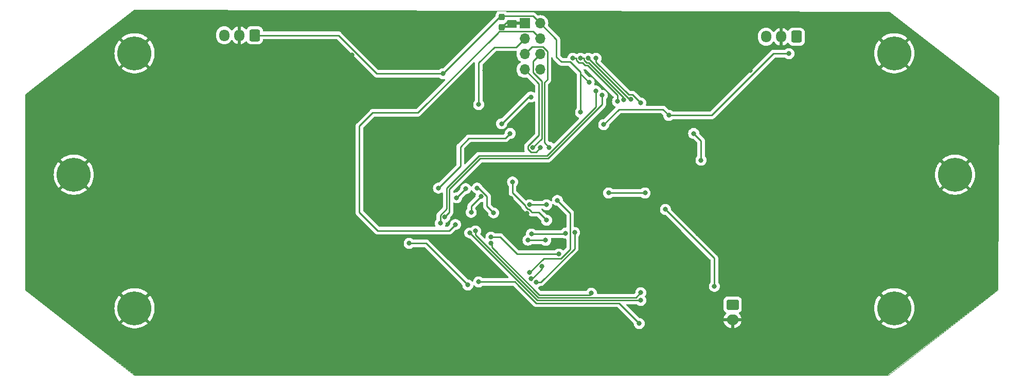
<source format=gbr>
%TF.GenerationSoftware,KiCad,Pcbnew,7.0.6-7.0.6~ubuntu20.04.1*%
%TF.CreationDate,2023-07-11T10:17:37+02:00*%
%TF.ProjectId,output_panel2023-07-11_081728.4517270000,6f757470-7574-45f7-9061-6e656c323032,rev?*%
%TF.SameCoordinates,Original*%
%TF.FileFunction,Copper,L2,Bot*%
%TF.FilePolarity,Positive*%
%FSLAX45Y45*%
G04 Gerber Fmt 4.5, Leading zero omitted, Abs format (unit mm)*
G04 Created by KiCad (PCBNEW 7.0.6-7.0.6~ubuntu20.04.1) date 2023-07-11 10:17:37*
%MOMM*%
%LPD*%
G01*
G04 APERTURE LIST*
G04 Aperture macros list*
%AMRoundRect*
0 Rectangle with rounded corners*
0 $1 Rounding radius*
0 $2 $3 $4 $5 $6 $7 $8 $9 X,Y pos of 4 corners*
0 Add a 4 corners polygon primitive as box body*
4,1,4,$2,$3,$4,$5,$6,$7,$8,$9,$2,$3,0*
0 Add four circle primitives for the rounded corners*
1,1,$1+$1,$2,$3*
1,1,$1+$1,$4,$5*
1,1,$1+$1,$6,$7*
1,1,$1+$1,$8,$9*
0 Add four rect primitives between the rounded corners*
20,1,$1+$1,$2,$3,$4,$5,0*
20,1,$1+$1,$4,$5,$6,$7,0*
20,1,$1+$1,$6,$7,$8,$9,0*
20,1,$1+$1,$8,$9,$2,$3,0*%
G04 Aperture macros list end*
%TA.AperFunction,Profile*%
%ADD10C,0.100000*%
%TD*%
%TA.AperFunction,ComponentPad*%
%ADD11C,5.600000*%
%TD*%
%TA.AperFunction,ComponentPad*%
%ADD12RoundRect,0.250000X0.600000X0.725000X-0.600000X0.725000X-0.600000X-0.725000X0.600000X-0.725000X0*%
%TD*%
%TA.AperFunction,ComponentPad*%
%ADD13O,1.700000X1.950000*%
%TD*%
%TA.AperFunction,ComponentPad*%
%ADD14R,1.700000X1.700000*%
%TD*%
%TA.AperFunction,ComponentPad*%
%ADD15O,1.700000X1.700000*%
%TD*%
%TA.AperFunction,ComponentPad*%
%ADD16RoundRect,0.250000X-0.750000X0.600000X-0.750000X-0.600000X0.750000X-0.600000X0.750000X0.600000X0*%
%TD*%
%TA.AperFunction,ComponentPad*%
%ADD17O,2.000000X1.700000*%
%TD*%
%TA.AperFunction,SMDPad,CuDef*%
%ADD18RoundRect,0.237500X-0.237500X0.300000X-0.237500X-0.300000X0.237500X-0.300000X0.237500X0.300000X0*%
%TD*%
%TA.AperFunction,ViaPad*%
%ADD19C,0.800000*%
%TD*%
%TA.AperFunction,Conductor*%
%ADD20C,0.250000*%
%TD*%
G04 APERTURE END LIST*
D10*
X1850000Y-6070000D02*
X50000Y-4670000D01*
X14250000Y-6070000D02*
X1850000Y-6070000D01*
X16050000Y-4670000D02*
X14250000Y-6070000D01*
X14270000Y-90000D02*
X16070000Y-1480000D01*
X16070000Y-1480000D02*
X16050000Y-4670000D01*
X50000Y-4670000D02*
X50000Y-1450000D01*
X50000Y-1450000D02*
X1850000Y-50000D01*
X1850000Y-50000D02*
X14270000Y-90000D01*
D11*
X14350000Y-4970000D03*
X15350000Y-2770000D03*
X1850000Y-4970000D03*
D12*
X12740400Y-496200D03*
D13*
X12490400Y-496200D03*
X12240400Y-496200D03*
D14*
X8270000Y-276000D03*
D15*
X8524000Y-276000D03*
X8270000Y-530000D03*
X8524000Y-530000D03*
X8270000Y-784000D03*
X8524000Y-784000D03*
X8270000Y-1038000D03*
X8524000Y-1038000D03*
D11*
X1850000Y-770000D03*
X850000Y-2770000D03*
D12*
X3825000Y-472500D03*
D13*
X3575000Y-472500D03*
X3325000Y-472500D03*
D11*
X14350000Y-770000D03*
D16*
X11690000Y-4910000D03*
D17*
X11690000Y-5160000D03*
D18*
X7890000Y-170000D03*
X7890000Y-342500D03*
D19*
X7714770Y-3797770D03*
X8832800Y-4077600D03*
X8299400Y-1740800D03*
X15411400Y-1766200D03*
X7770000Y-3250000D03*
X4387800Y-826400D03*
X10458400Y-1359800D03*
X3194000Y-2934600D03*
X8756600Y-978800D03*
X476200Y-3442600D03*
X654000Y-1918600D03*
X7613600Y-1055000D03*
X6470600Y-4331600D03*
X9163000Y-4179200D03*
X4006800Y-4103000D03*
X11982400Y-1055000D03*
X8324800Y-2680600D03*
X8731200Y-2680600D03*
X15538400Y-3442600D03*
X8985200Y-1867800D03*
X12109400Y-3925200D03*
X6165800Y-699400D03*
X7689800Y-1817000D03*
X7350000Y-4090000D03*
X13100000Y-2858400D03*
X8810000Y-3490000D03*
X3905200Y-5474600D03*
X10687000Y-1055000D03*
X5429200Y-5525400D03*
X8375600Y-5652400D03*
X984200Y-1055000D03*
X10712400Y-3671200D03*
X8045400Y-3163200D03*
X9620200Y-3696600D03*
X8310000Y-3410000D03*
X9730000Y-2830000D03*
X5429200Y-801000D03*
X10410000Y-2390000D03*
X7689800Y-2299600D03*
X14014400Y-369200D03*
X11118800Y-3747400D03*
X10179000Y-1385200D03*
X5870000Y-630000D03*
X15386000Y-4280800D03*
X5073600Y-826400D03*
X8807400Y-4433200D03*
X12312600Y-1207400D03*
X8147000Y-4814200D03*
X15005000Y-1232800D03*
X8909000Y-2960000D03*
X5683200Y-750200D03*
X8147000Y-2325000D03*
X11042600Y-4839600D03*
X11703000Y-5677800D03*
X13277800Y-5627000D03*
X704800Y-4357000D03*
X10001200Y-2223400D03*
X8807400Y-1842400D03*
X4895800Y-3849000D03*
X7283400Y-4788800D03*
X7969200Y-877200D03*
X3194000Y-3315600D03*
X10585400Y-3341000D03*
X11390000Y-4610000D03*
X12617400Y-775600D03*
X11170000Y-2530000D03*
X8350200Y-3264800D03*
X9569400Y-1944000D03*
X7715200Y-3899800D03*
X11050000Y-2090000D03*
X6927800Y-1105800D03*
X9188400Y-1740800D03*
X10639450Y-1791600D03*
X9330000Y-1250000D03*
X8629600Y-3264800D03*
X9366200Y-4722150D03*
X9061400Y-851800D03*
X9797570Y-1563430D03*
X9899170Y-1538030D03*
X9188400Y-851800D03*
X9315400Y-851800D03*
X10013470Y-1525330D03*
X10179000Y-1588400D03*
X9442400Y-851800D03*
X10179000Y-4712600D03*
X7461200Y-3696600D03*
X7365493Y-3729092D03*
X10179000Y-4839600D03*
X7512000Y-4534800D03*
X10153600Y-5220600D03*
X7300000Y-3000000D03*
X7150000Y-3150000D03*
X8554260Y-4280800D03*
X8375600Y-4484000D03*
X8324230Y-3848430D03*
X8614250Y-3849000D03*
X8629600Y-3518800D03*
X8070000Y-2890000D03*
X6369000Y-3899800D03*
X7334200Y-4585600D03*
X6880750Y-3569600D03*
X9442400Y-1388950D03*
X9090355Y-3722000D03*
X8458764Y-4539442D03*
X9544000Y-1461400D03*
X6953200Y-3468000D03*
X7890000Y-1930000D03*
X8370000Y-1490000D03*
X6850000Y-2990000D03*
X8030000Y-2090000D03*
X8379350Y-3747400D03*
X9650000Y-3070000D03*
X10250000Y-3070000D03*
X8945405Y-3732145D03*
X8350200Y-4382400D03*
X8807400Y-3192350D03*
X7512000Y-1613800D03*
X8673550Y-2318150D03*
X8528000Y-2325000D03*
X8401000Y-2325000D03*
X7487550Y-2990000D03*
X7757550Y-3398457D03*
X7550000Y-3130000D03*
X7390000Y-3390000D03*
X7130000Y-3590000D03*
D20*
X8832800Y-4077600D02*
X8147000Y-4077600D01*
X7867170Y-3797770D02*
X7714770Y-3797770D01*
X8147000Y-4077600D02*
X7867170Y-3797770D01*
X7890000Y-342500D02*
X7956500Y-276000D01*
X7956500Y-276000D02*
X8270000Y-276000D01*
X11390000Y-4145600D02*
X11390000Y-4610000D01*
X10890200Y-3645800D02*
X10585400Y-3341000D01*
X10890200Y-3645800D02*
X11390000Y-4145600D01*
X12364330Y-775600D02*
X11348330Y-1791600D01*
X5203231Y-472500D02*
X5836530Y-1105800D01*
X7875100Y-158500D02*
X8406500Y-158500D01*
X6927800Y-1105800D02*
X7875100Y-158500D01*
X3825000Y-472500D02*
X5203231Y-472500D01*
X8790000Y-830000D02*
X8870000Y-910000D01*
X9188400Y-1081330D02*
X9188400Y-1740800D01*
X10543650Y-1695800D02*
X9817600Y-1695800D01*
X8524000Y-276000D02*
X8790000Y-542000D01*
X8870000Y-910000D02*
X9017070Y-910000D01*
X11050000Y-2090000D02*
X11170000Y-2210000D01*
X7727440Y-3963760D02*
X7727440Y-3912039D01*
X11348330Y-1791600D02*
X10639450Y-1791600D01*
X9817600Y-1695800D02*
X9569400Y-1944000D01*
X10639450Y-1791600D02*
X10543650Y-1695800D01*
X8481600Y-318400D02*
X8524000Y-276000D01*
X8406500Y-158500D02*
X8524000Y-276000D01*
X9338750Y-4749600D02*
X8553400Y-4749600D01*
X9188400Y-1108400D02*
X9330000Y-1250000D01*
X8790000Y-542000D02*
X8790000Y-830000D01*
X8553400Y-4749600D02*
X8513280Y-4749600D01*
X8513280Y-4749600D02*
X7727440Y-3963760D01*
X9188400Y-1081330D02*
X9188400Y-1108400D01*
X5836530Y-1105800D02*
X6927800Y-1105800D01*
X9017070Y-910000D02*
X9188400Y-1081330D01*
X7727440Y-3912039D02*
X7715200Y-3899800D01*
X11170000Y-2210000D02*
X11170000Y-2530000D01*
X8629600Y-3264800D02*
X8350200Y-3264800D01*
X12617400Y-775600D02*
X12364330Y-775600D01*
X9366200Y-4722150D02*
X9338750Y-4749600D01*
X9221730Y-924300D02*
X9266730Y-969300D01*
X9061400Y-851800D02*
X9115900Y-851800D01*
X9115900Y-881830D02*
X9158370Y-924300D01*
X9115900Y-851800D02*
X9115900Y-881830D01*
X9266730Y-969300D02*
X9305621Y-969300D01*
X9158370Y-924300D02*
X9221730Y-924300D01*
X9305621Y-969300D02*
X9797570Y-1461249D01*
X9797570Y-1461249D02*
X9797570Y-1563430D01*
X9285370Y-924300D02*
X9324260Y-924300D01*
X9324260Y-924300D02*
X9899170Y-1499209D01*
X9242900Y-881830D02*
X9285370Y-924300D01*
X9899170Y-1499209D02*
X9899170Y-1538030D01*
X9242900Y-851800D02*
X9242900Y-881830D01*
X9188400Y-851800D02*
X9242900Y-851800D01*
X9988930Y-1525330D02*
X9315400Y-851800D01*
X10013470Y-1525330D02*
X9988930Y-1525330D01*
X9442400Y-915160D02*
X9980070Y-1452830D01*
X10043430Y-1452830D02*
X10179000Y-1588400D01*
X9980070Y-1452830D02*
X10043430Y-1452830D01*
X9442400Y-851800D02*
X9442400Y-915160D01*
X9823400Y-4794600D02*
X10057800Y-4794600D01*
X7568620Y-3868580D02*
X8470320Y-4770280D01*
X7461200Y-3761160D02*
X7568620Y-3868580D01*
X10057800Y-4794600D02*
X10077400Y-4794600D01*
X10077400Y-4794600D02*
X10097000Y-4794600D01*
X8494640Y-4794600D02*
X9823400Y-4794600D01*
X10097000Y-4794600D02*
X10179000Y-4712600D01*
X8470320Y-4770280D02*
X8494640Y-4794600D01*
X7461200Y-3696600D02*
X7461200Y-3761160D01*
X8476001Y-4839600D02*
X10179000Y-4839600D01*
X7365493Y-3729092D02*
X8476001Y-4839600D01*
X9036000Y-4884600D02*
X9817600Y-4884600D01*
X8457361Y-4884600D02*
X9036000Y-4884600D01*
X7512000Y-4534800D02*
X8107561Y-4534800D01*
X9817600Y-4884600D02*
X10153600Y-5220600D01*
X8165380Y-4592619D02*
X8457361Y-4884600D01*
X8107561Y-4534800D02*
X8165380Y-4592619D01*
X7150000Y-3150000D02*
X7300000Y-3000000D01*
X8554260Y-4280800D02*
X8554260Y-4322409D01*
X8554260Y-4322409D02*
X8370969Y-4505700D01*
X8324230Y-3848430D02*
X8613681Y-3848430D01*
X8613681Y-3848430D02*
X8614250Y-3849000D01*
X8382500Y-3390000D02*
X8382500Y-3379969D01*
X8629600Y-3518800D02*
X8500800Y-3390000D01*
X8277700Y-3294830D02*
X8277700Y-3275169D01*
X8101265Y-3098734D02*
X8092530Y-3090000D01*
X8277700Y-3275169D02*
X8101265Y-3098734D01*
X8382500Y-3379969D02*
X8339830Y-3337300D01*
X8101265Y-3098734D02*
X8070000Y-3067469D01*
X8070000Y-3067469D02*
X8070000Y-2890000D01*
X8339830Y-3337300D02*
X8320169Y-3337300D01*
X8500800Y-3390000D02*
X8382500Y-3390000D01*
X8320169Y-3337300D02*
X8277700Y-3294830D01*
X6648400Y-3899800D02*
X6369000Y-3899800D01*
X7334200Y-4585600D02*
X6648400Y-3899800D01*
X6880750Y-3569600D02*
X6880750Y-3437919D01*
X9442400Y-1651760D02*
X9442400Y-1388950D01*
X7518560Y-2457800D02*
X8636360Y-2457800D01*
X6880750Y-3437919D02*
X6985000Y-3333669D01*
X6985000Y-3333669D02*
X6985000Y-2991360D01*
X6985000Y-2991360D02*
X7518560Y-2457800D01*
X8636360Y-2457800D02*
X9442400Y-1651760D01*
X8458764Y-4539442D02*
X8537128Y-4539442D01*
X9090355Y-3986215D02*
X9090355Y-3722000D01*
X8537128Y-4539442D02*
X9090355Y-3986215D01*
X8655000Y-2502800D02*
X9544000Y-1613800D01*
X9544000Y-1613800D02*
X9544000Y-1461400D01*
X6953200Y-3468000D02*
X7030000Y-3391200D01*
X7537200Y-2502800D02*
X8655000Y-2502800D01*
X7030000Y-3391200D02*
X7030000Y-3010000D01*
X7030000Y-3010000D02*
X7537200Y-2502800D01*
X7890000Y-1930000D02*
X8330000Y-1490000D01*
X8330000Y-1490000D02*
X8370000Y-1490000D01*
X7210000Y-2310000D02*
X7350000Y-2170000D01*
X7350000Y-2170000D02*
X7370000Y-2170000D01*
X6850000Y-2990000D02*
X7210000Y-2630000D01*
X7210000Y-2630000D02*
X7210000Y-2310000D01*
X7370000Y-2170000D02*
X7950000Y-2170000D01*
X7950000Y-2170000D02*
X8030000Y-2090000D01*
X8379350Y-3747400D02*
X8930150Y-3747400D01*
X8930150Y-3747400D02*
X8945405Y-3732145D01*
X9650000Y-3070000D02*
X10250000Y-3070000D01*
X8350200Y-4382400D02*
X8582500Y-4150100D01*
X8582500Y-4150100D02*
X8862831Y-4150100D01*
X9017905Y-3402855D02*
X8807400Y-3192350D01*
X8862831Y-4150100D02*
X9017905Y-3995025D01*
X9017905Y-3995025D02*
X9017905Y-3402855D01*
X7512000Y-928000D02*
X7770000Y-670000D01*
X7770000Y-670000D02*
X8130000Y-670000D01*
X7512000Y-1613800D02*
X7512000Y-928000D01*
X8130000Y-670000D02*
X8270000Y-530000D01*
X8572670Y-666500D02*
X8387500Y-666500D01*
X8387500Y-666500D02*
X8270000Y-784000D01*
X8673550Y-2318150D02*
X8595000Y-2239600D01*
X8595000Y-2239600D02*
X8595000Y-1250000D01*
X8641500Y-1203500D02*
X8641500Y-735330D01*
X8641500Y-735330D02*
X8572670Y-666500D01*
X8595000Y-1250000D02*
X8641500Y-1203500D01*
X8455500Y-2397500D02*
X8370969Y-2397500D01*
X8370969Y-2397500D02*
X8324800Y-2351330D01*
X8324800Y-2351330D02*
X8324800Y-2298669D01*
X8502600Y-2120869D02*
X8502600Y-1270600D01*
X8324800Y-2298669D02*
X8502600Y-2120869D01*
X8502600Y-1270600D02*
X8270000Y-1038000D01*
X8528000Y-2325000D02*
X8455500Y-2397500D01*
X8550000Y-1230000D02*
X8550000Y-2176000D01*
X8550000Y-1230000D02*
X8549830Y-1230000D01*
X8406500Y-901500D02*
X8524000Y-784000D01*
X8549830Y-1230000D02*
X8406500Y-1086670D01*
X8550000Y-2176000D02*
X8401000Y-2325000D01*
X8406500Y-1086670D02*
X8406500Y-901500D01*
X7757550Y-3398457D02*
X7650000Y-3290907D01*
X7650000Y-3290907D02*
X7650000Y-3127469D01*
X7650000Y-3127469D02*
X7512530Y-2990000D01*
X7512530Y-2990000D02*
X7487550Y-2990000D01*
X7390000Y-3290000D02*
X7390000Y-3390000D01*
X7550000Y-3130000D02*
X7390000Y-3290000D01*
X5550000Y-3390000D02*
X5850000Y-3690000D01*
X7821500Y-438500D02*
X6510000Y-1750000D01*
X7030000Y-3690000D02*
X7130000Y-3590000D01*
X5550000Y-1970000D02*
X5550000Y-3390000D01*
X7821500Y-438500D02*
X7847500Y-412500D01*
X6510000Y-1750000D02*
X5770000Y-1750000D01*
X5850000Y-3690000D02*
X7030000Y-3690000D01*
X5770000Y-1750000D02*
X5550000Y-1970000D01*
X7847500Y-412500D02*
X8406500Y-412500D01*
X8406500Y-412500D02*
X8524000Y-530000D01*
%TA.AperFunction,Conductor*%
G36*
X7802763Y-69221D02*
G01*
X7808381Y-70587D01*
X7812769Y-74352D01*
X7814973Y-79697D01*
X7814514Y-85460D01*
X7811492Y-90389D01*
X7808477Y-93403D01*
X7808477Y-93404D01*
X7807966Y-93915D01*
X7807587Y-94529D01*
X7807587Y-94530D01*
X7804287Y-99880D01*
X7798909Y-108598D01*
X7798682Y-109283D01*
X7798682Y-109283D01*
X7795690Y-118312D01*
X7793483Y-124974D01*
X7793414Y-125647D01*
X7793414Y-125648D01*
X7792482Y-134769D01*
X7792482Y-134771D01*
X7792450Y-135082D01*
X7792450Y-135397D01*
X7792450Y-147554D01*
X7791506Y-152300D01*
X7788818Y-156323D01*
X6933023Y-1012118D01*
X6929000Y-1014806D01*
X6924255Y-1015750D01*
X6918335Y-1015750D01*
X6917699Y-1015885D01*
X6917699Y-1015885D01*
X6900456Y-1019550D01*
X6900455Y-1019550D01*
X6899820Y-1019685D01*
X6899226Y-1019949D01*
X6899225Y-1019950D01*
X6883121Y-1027120D01*
X6883120Y-1027120D01*
X6882527Y-1027385D01*
X6882002Y-1027766D01*
X6882001Y-1027767D01*
X6867739Y-1038129D01*
X6867738Y-1038129D01*
X6867213Y-1038511D01*
X6866778Y-1038994D01*
X6866778Y-1038994D01*
X6866640Y-1039147D01*
X6866473Y-1039269D01*
X6866295Y-1039429D01*
X6866278Y-1039410D01*
X6862468Y-1042178D01*
X6857425Y-1043250D01*
X5867576Y-1043250D01*
X5862830Y-1042306D01*
X5858808Y-1039618D01*
X5252959Y-433769D01*
X5252215Y-432951D01*
X5251809Y-432312D01*
X5246908Y-427709D01*
X5246628Y-427438D01*
X5244953Y-425763D01*
X5244953Y-425763D01*
X5244678Y-425488D01*
X5244360Y-425241D01*
X5243472Y-424483D01*
X5240857Y-422027D01*
X5240857Y-422027D01*
X5240289Y-421493D01*
X5239605Y-421118D01*
X5239605Y-421117D01*
X5238533Y-420528D01*
X5236907Y-419460D01*
X5235940Y-418710D01*
X5235940Y-418710D01*
X5235324Y-418232D01*
X5234608Y-417923D01*
X5234608Y-417922D01*
X5231315Y-416497D01*
X5230267Y-415984D01*
X5227124Y-414256D01*
X5227123Y-414255D01*
X5226440Y-413880D01*
X5225684Y-413686D01*
X5225684Y-413686D01*
X5224499Y-413382D01*
X5222659Y-412752D01*
X5221536Y-412266D01*
X5221536Y-412265D01*
X5220820Y-411956D01*
X5220050Y-411834D01*
X5220050Y-411834D01*
X5216506Y-411273D01*
X5215363Y-411036D01*
X5211888Y-410143D01*
X5211887Y-410143D01*
X5211132Y-409950D01*
X5210353Y-409950D01*
X5209129Y-409950D01*
X5207190Y-409797D01*
X5205211Y-409484D01*
X5204434Y-409557D01*
X5204434Y-409557D01*
X5200863Y-409895D01*
X5199696Y-409950D01*
X3972450Y-409950D01*
X3966250Y-408288D01*
X3961711Y-403750D01*
X3960050Y-397550D01*
X3960050Y-395314D01*
X3960050Y-394999D01*
X3959000Y-384720D01*
X3953481Y-368066D01*
X3946134Y-356154D01*
X3944650Y-353748D01*
X3944650Y-353748D01*
X3944271Y-353134D01*
X3931866Y-340729D01*
X3931251Y-340350D01*
X3931251Y-340349D01*
X3917548Y-331897D01*
X3916933Y-331518D01*
X3907411Y-328363D01*
X3900922Y-326213D01*
X3900922Y-326213D01*
X3900280Y-326000D01*
X3899606Y-325931D01*
X3899606Y-325931D01*
X3890314Y-324982D01*
X3890312Y-324982D01*
X3890001Y-324950D01*
X3889686Y-324950D01*
X3760314Y-324950D01*
X3760312Y-324950D01*
X3759999Y-324950D01*
X3759686Y-324982D01*
X3759686Y-324982D01*
X3750394Y-325931D01*
X3750393Y-325931D01*
X3749720Y-326000D01*
X3749078Y-326213D01*
X3749078Y-326213D01*
X3733752Y-331291D01*
X3733752Y-331291D01*
X3733067Y-331518D01*
X3732452Y-331897D01*
X3732452Y-331897D01*
X3718749Y-340349D01*
X3718748Y-340350D01*
X3718134Y-340729D01*
X3717624Y-341239D01*
X3717624Y-341239D01*
X3706239Y-352623D01*
X3706239Y-352624D01*
X3705729Y-353134D01*
X3705350Y-353748D01*
X3705350Y-353748D01*
X3696519Y-368066D01*
X3696441Y-368018D01*
X3693210Y-372044D01*
X3687815Y-374418D01*
X3681933Y-374032D01*
X3676894Y-370974D01*
X3662491Y-356572D01*
X3661664Y-355878D01*
X3643201Y-342950D01*
X3642268Y-342411D01*
X3621840Y-332885D01*
X3620826Y-332517D01*
X3601378Y-327305D01*
X3600255Y-327269D01*
X3600000Y-328363D01*
X3600000Y-616637D01*
X3600255Y-617731D01*
X3601378Y-617694D01*
X3620826Y-612483D01*
X3621840Y-612114D01*
X3642267Y-602589D01*
X3643202Y-602049D01*
X3661664Y-589121D01*
X3662490Y-588428D01*
X3676893Y-574025D01*
X3681933Y-570967D01*
X3687815Y-570581D01*
X3693210Y-572955D01*
X3696441Y-576981D01*
X3696519Y-576933D01*
X3705350Y-591251D01*
X3705350Y-591251D01*
X3705729Y-591865D01*
X3718134Y-604271D01*
X3718748Y-604650D01*
X3718749Y-604650D01*
X3723288Y-607450D01*
X3733067Y-613481D01*
X3749720Y-619000D01*
X3759999Y-620050D01*
X3890001Y-620050D01*
X3900280Y-619000D01*
X3916933Y-613481D01*
X3931866Y-604271D01*
X3944271Y-591865D01*
X3953481Y-576933D01*
X3959000Y-560279D01*
X3960050Y-550001D01*
X3960050Y-547450D01*
X3961711Y-541250D01*
X3966250Y-536711D01*
X3972450Y-535050D01*
X5172185Y-535050D01*
X5176931Y-535994D01*
X5180953Y-538682D01*
X5484053Y-841782D01*
X5786801Y-1144530D01*
X5787546Y-1145348D01*
X5787952Y-1145987D01*
X5792853Y-1150590D01*
X5793132Y-1150861D01*
X5795083Y-1152812D01*
X5795401Y-1153058D01*
X5796288Y-1153815D01*
X5797632Y-1155078D01*
X5798904Y-1156272D01*
X5798904Y-1156272D01*
X5799472Y-1156806D01*
X5800156Y-1157182D01*
X5800156Y-1157182D01*
X5801228Y-1157771D01*
X5802854Y-1158839D01*
X5804437Y-1160067D01*
X5808446Y-1161802D01*
X5809494Y-1162315D01*
X5813321Y-1164419D01*
X5815262Y-1164918D01*
X5817102Y-1165548D01*
X5818225Y-1166034D01*
X5818225Y-1166034D01*
X5818941Y-1166343D01*
X5823256Y-1167027D01*
X5824395Y-1167263D01*
X5828629Y-1168350D01*
X5830632Y-1168350D01*
X5832572Y-1168502D01*
X5834550Y-1168816D01*
X5838898Y-1168405D01*
X5840065Y-1168350D01*
X6857425Y-1168350D01*
X6862468Y-1169422D01*
X6866278Y-1172189D01*
X6866295Y-1172171D01*
X6866473Y-1172331D01*
X6866640Y-1172452D01*
X6867213Y-1173089D01*
X6882527Y-1184215D01*
X6899820Y-1191914D01*
X6918335Y-1195850D01*
X6936614Y-1195850D01*
X6937265Y-1195850D01*
X6945117Y-1194181D01*
X6951403Y-1194477D01*
X6956734Y-1197821D01*
X6959737Y-1203352D01*
X6959638Y-1209644D01*
X6956463Y-1215078D01*
X6487723Y-1683818D01*
X6483700Y-1686506D01*
X6478955Y-1687450D01*
X5777777Y-1687450D01*
X5776672Y-1687397D01*
X5775933Y-1687232D01*
X5775154Y-1687257D01*
X5775154Y-1687257D01*
X5769213Y-1687444D01*
X5768823Y-1687450D01*
X5766065Y-1687450D01*
X5765680Y-1687498D01*
X5765678Y-1687498D01*
X5765665Y-1687500D01*
X5764503Y-1687591D01*
X5760917Y-1687704D01*
X5760916Y-1687704D01*
X5760137Y-1687729D01*
X5759389Y-1687946D01*
X5759387Y-1687946D01*
X5758213Y-1688288D01*
X5756308Y-1688682D01*
X5755095Y-1688835D01*
X5755095Y-1688835D01*
X5754321Y-1688933D01*
X5753596Y-1689220D01*
X5753595Y-1689220D01*
X5750260Y-1690541D01*
X5749155Y-1690919D01*
X5745710Y-1691920D01*
X5745709Y-1691920D01*
X5744961Y-1692138D01*
X5744290Y-1692535D01*
X5744290Y-1692535D01*
X5743236Y-1693158D01*
X5741490Y-1694013D01*
X5740352Y-1694464D01*
X5740351Y-1694464D01*
X5739627Y-1694751D01*
X5738996Y-1695209D01*
X5738995Y-1695210D01*
X5736093Y-1697318D01*
X5735117Y-1697959D01*
X5732030Y-1699785D01*
X5732029Y-1699786D01*
X5731358Y-1700183D01*
X5730807Y-1700734D01*
X5730806Y-1700734D01*
X5729941Y-1701599D01*
X5728463Y-1702862D01*
X5727473Y-1703581D01*
X5727472Y-1703582D01*
X5726841Y-1704040D01*
X5726344Y-1704641D01*
X5726344Y-1704641D01*
X5724057Y-1707406D01*
X5723271Y-1708269D01*
X5511270Y-1920271D01*
X5510451Y-1921016D01*
X5509812Y-1921421D01*
X5509279Y-1921989D01*
X5509278Y-1921990D01*
X5505210Y-1926322D01*
X5504939Y-1926601D01*
X5503263Y-1928278D01*
X5503262Y-1928278D01*
X5502988Y-1928553D01*
X5502750Y-1928859D01*
X5502749Y-1928861D01*
X5502740Y-1928872D01*
X5501984Y-1929757D01*
X5499528Y-1932372D01*
X5499527Y-1932373D01*
X5498994Y-1932941D01*
X5498618Y-1933625D01*
X5498618Y-1933625D01*
X5498029Y-1934697D01*
X5496961Y-1936322D01*
X5496211Y-1937289D01*
X5496210Y-1937290D01*
X5495733Y-1937906D01*
X5495423Y-1938620D01*
X5495423Y-1938622D01*
X5493997Y-1941916D01*
X5493484Y-1942964D01*
X5491796Y-1946034D01*
X5491380Y-1946790D01*
X5491186Y-1947545D01*
X5491186Y-1947546D01*
X5490882Y-1948730D01*
X5490252Y-1950571D01*
X5489766Y-1951694D01*
X5489766Y-1951695D01*
X5489456Y-1952410D01*
X5489334Y-1953180D01*
X5489334Y-1953180D01*
X5488773Y-1956724D01*
X5488536Y-1957867D01*
X5487644Y-1961342D01*
X5487644Y-1961343D01*
X5487450Y-1962098D01*
X5487450Y-1962877D01*
X5487450Y-1964101D01*
X5487297Y-1966040D01*
X5486984Y-1968019D01*
X5487057Y-1968796D01*
X5487057Y-1968796D01*
X5487395Y-1972367D01*
X5487450Y-1973534D01*
X5487450Y-3382222D01*
X5487398Y-3383328D01*
X5487233Y-3384066D01*
X5487257Y-3384845D01*
X5487257Y-3384846D01*
X5487444Y-3390787D01*
X5487450Y-3391176D01*
X5487450Y-3393935D01*
X5487499Y-3394322D01*
X5487499Y-3394322D01*
X5487500Y-3394334D01*
X5487592Y-3395496D01*
X5487705Y-3399083D01*
X5487705Y-3399083D01*
X5487729Y-3399862D01*
X5487947Y-3400612D01*
X5487947Y-3400612D01*
X5488288Y-3401786D01*
X5488683Y-3403691D01*
X5488782Y-3404476D01*
X5488934Y-3405679D01*
X5489221Y-3406404D01*
X5489221Y-3406404D01*
X5490541Y-3409740D01*
X5490920Y-3410845D01*
X5491023Y-3411199D01*
X5492138Y-3415039D01*
X5492535Y-3415710D01*
X5492535Y-3415710D01*
X5493158Y-3416763D01*
X5494014Y-3418510D01*
X5494464Y-3419648D01*
X5494464Y-3419648D01*
X5494751Y-3420373D01*
X5496873Y-3423293D01*
X5497318Y-3423906D01*
X5497959Y-3424882D01*
X5499786Y-3427970D01*
X5499786Y-3427970D01*
X5500183Y-3428642D01*
X5500735Y-3429193D01*
X5501599Y-3430058D01*
X5502863Y-3431537D01*
X5503582Y-3432527D01*
X5503582Y-3432528D01*
X5504041Y-3433158D01*
X5504642Y-3433655D01*
X5504642Y-3433656D01*
X5507406Y-3435942D01*
X5508270Y-3436729D01*
X5800271Y-3728729D01*
X5801016Y-3729548D01*
X5801421Y-3730187D01*
X5801990Y-3730721D01*
X5801990Y-3730721D01*
X5806324Y-3734791D01*
X5806604Y-3735062D01*
X5808553Y-3737012D01*
X5808861Y-3737251D01*
X5808870Y-3737258D01*
X5809757Y-3738015D01*
X5810177Y-3738409D01*
X5812942Y-3741006D01*
X5813625Y-3741381D01*
X5813625Y-3741382D01*
X5814697Y-3741971D01*
X5816322Y-3743038D01*
X5817906Y-3744267D01*
X5818622Y-3744577D01*
X5818622Y-3744577D01*
X5821915Y-3746002D01*
X5822965Y-3746516D01*
X5826791Y-3748619D01*
X5828731Y-3749118D01*
X5830571Y-3749748D01*
X5831509Y-3750153D01*
X5832410Y-3750543D01*
X5836170Y-3751139D01*
X5836724Y-3751227D01*
X5837868Y-3751464D01*
X5841342Y-3752356D01*
X5841343Y-3752356D01*
X5842098Y-3752550D01*
X5844102Y-3752550D01*
X5846040Y-3752702D01*
X5848020Y-3753016D01*
X5851828Y-3752656D01*
X5852368Y-3752605D01*
X5853534Y-3752550D01*
X7022222Y-3752550D01*
X7023328Y-3752602D01*
X7024067Y-3752767D01*
X7030787Y-3752556D01*
X7031177Y-3752550D01*
X7033545Y-3752550D01*
X7033935Y-3752550D01*
X7034331Y-3752500D01*
X7035496Y-3752408D01*
X7039863Y-3752271D01*
X7041786Y-3751712D01*
X7043692Y-3751317D01*
X7045679Y-3751066D01*
X7049739Y-3749458D01*
X7050845Y-3749080D01*
X7055039Y-3747861D01*
X7056763Y-3746842D01*
X7058510Y-3745986D01*
X7059647Y-3745536D01*
X7059648Y-3745535D01*
X7060373Y-3745248D01*
X7063907Y-3742681D01*
X7064882Y-3742040D01*
X7068642Y-3739817D01*
X7070058Y-3738400D01*
X7071538Y-3737136D01*
X7073159Y-3735959D01*
X7075943Y-3732593D01*
X7076728Y-3731731D01*
X7124777Y-3683682D01*
X7128800Y-3680994D01*
X7133545Y-3680050D01*
X7138814Y-3680050D01*
X7139465Y-3680050D01*
X7157980Y-3676114D01*
X7175273Y-3668415D01*
X7190587Y-3657288D01*
X7203253Y-3643221D01*
X7212718Y-3626828D01*
X7218567Y-3608825D01*
X7220546Y-3590000D01*
X7218567Y-3571174D01*
X7212718Y-3553171D01*
X7203253Y-3536778D01*
X7190587Y-3522711D01*
X7190061Y-3522329D01*
X7190061Y-3522329D01*
X7175799Y-3511967D01*
X7175799Y-3511966D01*
X7175273Y-3511585D01*
X7174679Y-3511320D01*
X7158574Y-3504150D01*
X7158574Y-3504150D01*
X7157980Y-3503885D01*
X7157344Y-3503750D01*
X7157344Y-3503750D01*
X7140101Y-3500085D01*
X7140100Y-3500085D01*
X7139465Y-3499950D01*
X7120535Y-3499950D01*
X7119899Y-3500085D01*
X7119899Y-3500085D01*
X7102656Y-3503750D01*
X7102655Y-3503750D01*
X7102020Y-3503885D01*
X7101426Y-3504149D01*
X7101425Y-3504150D01*
X7085321Y-3511320D01*
X7085320Y-3511320D01*
X7084727Y-3511585D01*
X7084202Y-3511966D01*
X7084201Y-3511967D01*
X7069939Y-3522329D01*
X7069938Y-3522329D01*
X7069413Y-3522711D01*
X7068978Y-3523193D01*
X7068978Y-3523194D01*
X7057181Y-3536295D01*
X7057181Y-3536296D01*
X7056747Y-3536778D01*
X7056422Y-3537340D01*
X7056422Y-3537341D01*
X7047607Y-3552609D01*
X7047607Y-3552609D01*
X7047282Y-3553171D01*
X7047081Y-3553788D01*
X7047081Y-3553789D01*
X7041633Y-3570556D01*
X7041633Y-3570557D01*
X7041433Y-3571174D01*
X7041365Y-3571820D01*
X7041365Y-3571820D01*
X7039668Y-3587965D01*
X7038528Y-3592007D01*
X7036104Y-3595437D01*
X7007722Y-3623818D01*
X7003700Y-3626506D01*
X6998955Y-3627450D01*
X6972808Y-3627450D01*
X6966608Y-3625788D01*
X6962070Y-3621250D01*
X6960408Y-3615050D01*
X6962070Y-3608850D01*
X6962457Y-3608179D01*
X6963468Y-3606428D01*
X6969317Y-3588425D01*
X6971296Y-3569600D01*
X6971087Y-3567611D01*
X6971922Y-3561669D01*
X6975450Y-3556815D01*
X6979978Y-3554608D01*
X6979927Y-3554450D01*
X6980544Y-3554249D01*
X6981180Y-3554114D01*
X6998473Y-3546415D01*
X7013787Y-3535288D01*
X7026453Y-3521221D01*
X7035918Y-3504828D01*
X7041767Y-3486825D01*
X7043532Y-3470034D01*
X7044672Y-3465992D01*
X7047096Y-3462563D01*
X7068731Y-3440927D01*
X7069548Y-3440184D01*
X7070188Y-3439778D01*
X7074792Y-3434875D01*
X7075053Y-3434605D01*
X7077012Y-3432647D01*
X7077258Y-3432329D01*
X7078017Y-3431441D01*
X7081006Y-3428258D01*
X7081971Y-3426502D01*
X7083039Y-3424877D01*
X7084267Y-3423293D01*
X7086003Y-3419283D01*
X7086516Y-3418236D01*
X7088243Y-3415093D01*
X7088243Y-3415093D01*
X7088620Y-3414409D01*
X7089118Y-3412469D01*
X7089748Y-3410628D01*
X7089859Y-3410371D01*
X7090544Y-3408789D01*
X7091227Y-3404474D01*
X7091464Y-3403332D01*
X7091861Y-3401786D01*
X7092550Y-3399102D01*
X7092550Y-3397098D01*
X7092702Y-3395159D01*
X7093016Y-3393180D01*
X7092605Y-3388832D01*
X7092550Y-3387665D01*
X7092550Y-3242088D01*
X7094053Y-3236171D01*
X7098196Y-3231688D01*
X7103977Y-3229726D01*
X7109993Y-3230759D01*
X7122020Y-3236114D01*
X7140535Y-3240050D01*
X7158814Y-3240050D01*
X7159465Y-3240050D01*
X7177980Y-3236114D01*
X7195273Y-3228415D01*
X7210587Y-3217288D01*
X7223253Y-3203221D01*
X7232718Y-3186828D01*
X7238567Y-3168825D01*
X7240332Y-3152034D01*
X7241472Y-3147992D01*
X7243896Y-3144563D01*
X7294777Y-3093682D01*
X7298800Y-3090994D01*
X7303545Y-3090050D01*
X7308814Y-3090050D01*
X7309465Y-3090050D01*
X7327980Y-3086114D01*
X7345273Y-3078415D01*
X7360587Y-3067288D01*
X7373253Y-3053221D01*
X7382718Y-3036828D01*
X7384154Y-3032407D01*
X7387088Y-3027563D01*
X7391869Y-3024529D01*
X7397501Y-3023937D01*
X7402809Y-3025911D01*
X7406686Y-3030039D01*
X7413112Y-3041169D01*
X7414297Y-3043221D01*
X7414731Y-3043704D01*
X7414731Y-3043704D01*
X7423735Y-3053704D01*
X7426963Y-3057288D01*
X7442277Y-3068415D01*
X7459570Y-3076114D01*
X7460002Y-3076206D01*
X7465604Y-3079984D01*
X7468385Y-3086229D01*
X7467450Y-3092880D01*
X7467282Y-3093171D01*
X7467081Y-3093788D01*
X7467081Y-3093789D01*
X7461633Y-3110556D01*
X7461633Y-3110557D01*
X7461433Y-3111174D01*
X7461365Y-3111820D01*
X7461365Y-3111820D01*
X7459668Y-3127965D01*
X7458528Y-3132007D01*
X7456104Y-3135437D01*
X7351270Y-3240271D01*
X7350451Y-3241016D01*
X7349812Y-3241421D01*
X7349279Y-3241989D01*
X7349278Y-3241990D01*
X7345210Y-3246322D01*
X7344939Y-3246601D01*
X7343263Y-3248278D01*
X7343262Y-3248278D01*
X7342988Y-3248553D01*
X7342750Y-3248859D01*
X7342749Y-3248861D01*
X7342740Y-3248872D01*
X7341984Y-3249757D01*
X7339528Y-3252372D01*
X7339527Y-3252373D01*
X7338994Y-3252941D01*
X7338618Y-3253625D01*
X7338618Y-3253625D01*
X7338028Y-3254697D01*
X7336961Y-3256322D01*
X7336211Y-3257289D01*
X7336210Y-3257290D01*
X7335733Y-3257906D01*
X7335423Y-3258620D01*
X7335423Y-3258622D01*
X7333997Y-3261916D01*
X7333484Y-3262964D01*
X7331756Y-3266107D01*
X7331380Y-3266790D01*
X7331186Y-3267545D01*
X7331186Y-3267546D01*
X7330882Y-3268730D01*
X7330252Y-3270571D01*
X7329766Y-3271694D01*
X7329766Y-3271695D01*
X7329456Y-3272410D01*
X7329334Y-3273180D01*
X7329334Y-3273180D01*
X7328773Y-3276724D01*
X7328536Y-3277867D01*
X7327644Y-3281342D01*
X7327644Y-3281343D01*
X7327450Y-3282098D01*
X7327450Y-3282877D01*
X7327450Y-3284101D01*
X7327297Y-3286040D01*
X7326984Y-3288019D01*
X7327057Y-3288796D01*
X7327057Y-3288796D01*
X7327395Y-3292367D01*
X7327450Y-3293534D01*
X7327450Y-3320131D01*
X7326626Y-3324575D01*
X7324265Y-3328428D01*
X7317181Y-3336295D01*
X7317181Y-3336296D01*
X7316747Y-3336778D01*
X7316422Y-3337340D01*
X7316422Y-3337341D01*
X7307607Y-3352609D01*
X7307607Y-3352609D01*
X7307282Y-3353171D01*
X7307081Y-3353788D01*
X7307081Y-3353789D01*
X7301633Y-3370556D01*
X7301633Y-3370557D01*
X7301433Y-3371174D01*
X7301365Y-3371819D01*
X7301365Y-3371820D01*
X7300078Y-3384066D01*
X7299454Y-3390000D01*
X7299557Y-3390981D01*
X7301365Y-3408179D01*
X7301365Y-3408180D01*
X7301433Y-3408825D01*
X7301633Y-3409442D01*
X7301633Y-3409443D01*
X7307081Y-3426210D01*
X7307282Y-3426828D01*
X7307607Y-3427390D01*
X7307607Y-3427391D01*
X7316021Y-3441964D01*
X7316747Y-3443221D01*
X7317181Y-3443704D01*
X7317181Y-3443704D01*
X7325168Y-3452574D01*
X7329413Y-3457288D01*
X7344727Y-3468415D01*
X7362020Y-3476114D01*
X7380535Y-3480050D01*
X7398814Y-3480050D01*
X7399465Y-3480050D01*
X7417980Y-3476114D01*
X7435273Y-3468415D01*
X7450587Y-3457288D01*
X7463253Y-3443221D01*
X7472718Y-3426828D01*
X7478567Y-3408825D01*
X7480546Y-3390000D01*
X7478567Y-3371174D01*
X7472718Y-3353171D01*
X7463253Y-3336778D01*
X7462818Y-3336295D01*
X7456168Y-3328909D01*
X7453301Y-3323401D01*
X7453463Y-3317194D01*
X7456615Y-3311844D01*
X7544777Y-3223682D01*
X7548800Y-3220994D01*
X7553545Y-3220050D01*
X7558814Y-3220050D01*
X7559465Y-3220050D01*
X7572472Y-3217285D01*
X7577945Y-3217356D01*
X7582854Y-3219777D01*
X7586242Y-3224076D01*
X7587450Y-3229414D01*
X7587450Y-3283130D01*
X7587398Y-3284235D01*
X7587233Y-3284974D01*
X7587257Y-3285753D01*
X7587257Y-3285753D01*
X7587444Y-3291695D01*
X7587450Y-3292084D01*
X7587450Y-3294842D01*
X7587499Y-3295229D01*
X7587499Y-3295230D01*
X7587500Y-3295242D01*
X7587592Y-3296404D01*
X7587704Y-3299990D01*
X7587705Y-3299991D01*
X7587729Y-3300770D01*
X7587947Y-3301519D01*
X7587947Y-3301519D01*
X7588288Y-3302693D01*
X7588682Y-3304599D01*
X7588934Y-3306586D01*
X7589221Y-3307311D01*
X7589221Y-3307312D01*
X7590541Y-3310648D01*
X7590920Y-3311752D01*
X7592138Y-3315946D01*
X7592535Y-3316618D01*
X7592535Y-3316618D01*
X7593158Y-3317671D01*
X7594014Y-3319417D01*
X7594464Y-3320555D01*
X7594464Y-3320556D01*
X7594751Y-3321280D01*
X7595870Y-3322820D01*
X7597318Y-3324813D01*
X7597959Y-3325789D01*
X7599786Y-3328877D01*
X7599786Y-3328878D01*
X7600183Y-3329549D01*
X7600734Y-3330101D01*
X7600734Y-3330101D01*
X7601599Y-3330965D01*
X7602863Y-3332445D01*
X7603582Y-3333435D01*
X7603582Y-3333435D01*
X7604041Y-3334066D01*
X7604641Y-3334563D01*
X7604642Y-3334563D01*
X7607406Y-3336850D01*
X7608270Y-3337636D01*
X7663654Y-3393020D01*
X7666078Y-3396450D01*
X7667218Y-3400492D01*
X7668915Y-3416637D01*
X7668983Y-3417283D01*
X7669183Y-3417900D01*
X7669183Y-3417901D01*
X7674064Y-3432922D01*
X7674832Y-3435286D01*
X7675157Y-3435848D01*
X7675157Y-3435848D01*
X7682816Y-3449114D01*
X7684297Y-3451679D01*
X7684731Y-3452161D01*
X7684731Y-3452162D01*
X7696377Y-3465095D01*
X7696963Y-3465746D01*
X7712277Y-3476872D01*
X7729570Y-3484572D01*
X7748085Y-3488507D01*
X7766364Y-3488507D01*
X7767015Y-3488507D01*
X7785530Y-3484572D01*
X7802823Y-3476872D01*
X7818137Y-3465746D01*
X7830803Y-3451679D01*
X7840268Y-3435286D01*
X7846117Y-3417283D01*
X7848096Y-3398457D01*
X7846117Y-3379632D01*
X7840268Y-3361629D01*
X7830803Y-3345236D01*
X7829580Y-3343877D01*
X7818572Y-3331651D01*
X7818572Y-3331651D01*
X7818137Y-3331168D01*
X7817611Y-3330786D01*
X7817611Y-3330786D01*
X7803349Y-3320424D01*
X7803349Y-3320424D01*
X7802823Y-3320042D01*
X7802229Y-3319778D01*
X7786124Y-3312607D01*
X7786124Y-3312607D01*
X7785530Y-3312343D01*
X7784894Y-3312208D01*
X7784894Y-3312208D01*
X7767651Y-3308542D01*
X7767650Y-3308542D01*
X7767015Y-3308407D01*
X7766364Y-3308407D01*
X7761095Y-3308407D01*
X7756350Y-3307463D01*
X7752327Y-3304775D01*
X7716182Y-3268630D01*
X7713494Y-3264607D01*
X7712550Y-3259862D01*
X7712550Y-3135246D01*
X7712602Y-3134141D01*
X7712767Y-3133402D01*
X7712556Y-3126684D01*
X7712550Y-3126294D01*
X7712550Y-3123924D01*
X7712550Y-3123534D01*
X7712500Y-3123137D01*
X7712408Y-3121972D01*
X7712271Y-3117606D01*
X7711712Y-3115683D01*
X7711317Y-3113778D01*
X7711066Y-3111790D01*
X7709458Y-3107728D01*
X7709080Y-3106623D01*
X7709044Y-3106500D01*
X7707862Y-3102430D01*
X7707464Y-3101759D01*
X7707464Y-3101758D01*
X7706842Y-3100706D01*
X7705986Y-3098958D01*
X7705536Y-3097822D01*
X7705536Y-3097822D01*
X7705249Y-3097096D01*
X7702681Y-3093562D01*
X7702041Y-3092588D01*
X7699817Y-3088827D01*
X7698401Y-3087411D01*
X7697137Y-3085931D01*
X7696418Y-3084942D01*
X7696418Y-3084941D01*
X7695959Y-3084310D01*
X7692595Y-3081527D01*
X7691730Y-3080741D01*
X7575312Y-2964322D01*
X7572287Y-2959386D01*
X7570469Y-2953789D01*
X7570469Y-2953789D01*
X7570268Y-2953171D01*
X7560803Y-2936778D01*
X7548137Y-2922711D01*
X7547611Y-2922329D01*
X7547611Y-2922329D01*
X7533349Y-2911967D01*
X7533349Y-2911966D01*
X7532823Y-2911585D01*
X7529455Y-2910085D01*
X7516124Y-2904150D01*
X7516124Y-2904150D01*
X7515530Y-2903885D01*
X7514894Y-2903750D01*
X7514894Y-2903750D01*
X7497651Y-2900085D01*
X7497650Y-2900085D01*
X7497015Y-2899950D01*
X7478085Y-2899950D01*
X7477449Y-2900085D01*
X7477449Y-2900085D01*
X7460206Y-2903750D01*
X7460205Y-2903750D01*
X7459570Y-2903885D01*
X7458976Y-2904149D01*
X7458975Y-2904150D01*
X7442871Y-2911320D01*
X7442870Y-2911320D01*
X7442277Y-2911585D01*
X7441752Y-2911966D01*
X7441751Y-2911967D01*
X7427489Y-2922329D01*
X7427488Y-2922329D01*
X7426963Y-2922711D01*
X7426528Y-2923193D01*
X7426528Y-2923194D01*
X7414731Y-2936295D01*
X7414731Y-2936296D01*
X7414297Y-2936778D01*
X7413972Y-2937340D01*
X7413972Y-2937341D01*
X7405157Y-2952609D01*
X7405157Y-2952609D01*
X7404832Y-2953171D01*
X7404631Y-2953788D01*
X7404631Y-2953789D01*
X7403396Y-2957592D01*
X7400462Y-2962436D01*
X7395680Y-2965470D01*
X7390048Y-2966062D01*
X7384740Y-2964088D01*
X7380864Y-2959960D01*
X7380532Y-2959386D01*
X7373253Y-2946778D01*
X7360587Y-2932711D01*
X7360061Y-2932329D01*
X7360061Y-2932329D01*
X7345799Y-2921967D01*
X7345799Y-2921966D01*
X7345273Y-2921585D01*
X7344679Y-2921320D01*
X7328574Y-2914150D01*
X7328574Y-2914150D01*
X7327980Y-2913885D01*
X7327344Y-2913750D01*
X7327344Y-2913750D01*
X7310101Y-2910085D01*
X7310100Y-2910085D01*
X7309465Y-2909950D01*
X7290535Y-2909950D01*
X7289899Y-2910085D01*
X7289899Y-2910085D01*
X7272656Y-2913750D01*
X7272655Y-2913750D01*
X7272020Y-2913885D01*
X7271426Y-2914149D01*
X7271425Y-2914150D01*
X7255321Y-2921320D01*
X7255320Y-2921320D01*
X7254727Y-2921585D01*
X7254202Y-2921966D01*
X7254201Y-2921967D01*
X7239939Y-2932329D01*
X7239938Y-2932329D01*
X7239413Y-2932711D01*
X7238978Y-2933193D01*
X7238978Y-2933194D01*
X7227181Y-2946295D01*
X7227181Y-2946296D01*
X7226747Y-2946778D01*
X7226422Y-2947340D01*
X7226422Y-2947341D01*
X7217607Y-2962609D01*
X7217607Y-2962609D01*
X7217282Y-2963171D01*
X7217081Y-2963788D01*
X7217081Y-2963789D01*
X7211633Y-2980556D01*
X7211633Y-2980557D01*
X7211433Y-2981174D01*
X7211365Y-2981820D01*
X7211365Y-2981820D01*
X7209668Y-2997965D01*
X7208528Y-3002007D01*
X7206104Y-3005437D01*
X7155223Y-3056318D01*
X7151200Y-3059006D01*
X7146455Y-3059950D01*
X7140535Y-3059950D01*
X7139899Y-3060085D01*
X7139899Y-3060085D01*
X7122656Y-3063750D01*
X7122655Y-3063750D01*
X7122020Y-3063885D01*
X7109993Y-3069240D01*
X7103977Y-3070274D01*
X7098196Y-3068311D01*
X7094053Y-3063829D01*
X7092550Y-3057912D01*
X7092550Y-3041045D01*
X7093494Y-3036300D01*
X7096182Y-3032277D01*
X7358123Y-2770335D01*
X15019533Y-2770335D01*
X15021434Y-2805395D01*
X15021507Y-2806063D01*
X15027187Y-2840713D01*
X15027332Y-2841368D01*
X15036725Y-2875200D01*
X15036940Y-2875836D01*
X15049936Y-2908455D01*
X15050217Y-2909062D01*
X15066665Y-2940086D01*
X15067010Y-2940660D01*
X15086715Y-2969722D01*
X15087121Y-2970256D01*
X15098532Y-2983691D01*
X15099666Y-2984452D01*
X15100859Y-2983785D01*
X15313490Y-2771154D01*
X15314157Y-2770000D01*
X15385843Y-2770000D01*
X15386509Y-2771154D01*
X15599141Y-2983785D01*
X15600333Y-2984452D01*
X15601468Y-2983691D01*
X15612879Y-2970256D01*
X15613285Y-2969722D01*
X15632990Y-2940660D01*
X15633335Y-2940086D01*
X15649783Y-2909062D01*
X15650064Y-2908455D01*
X15663060Y-2875836D01*
X15663275Y-2875200D01*
X15672668Y-2841368D01*
X15672812Y-2840713D01*
X15678493Y-2806063D01*
X15678566Y-2805395D01*
X15680466Y-2770335D01*
X15680466Y-2769664D01*
X15678566Y-2734604D01*
X15678493Y-2733937D01*
X15672812Y-2699287D01*
X15672668Y-2698631D01*
X15663275Y-2664800D01*
X15663060Y-2664163D01*
X15650064Y-2631544D01*
X15649783Y-2630937D01*
X15633335Y-2599913D01*
X15632990Y-2599339D01*
X15613285Y-2570277D01*
X15612879Y-2569743D01*
X15601468Y-2556309D01*
X15600333Y-2555547D01*
X15599141Y-2556214D01*
X15386509Y-2768845D01*
X15385843Y-2770000D01*
X15314157Y-2770000D01*
X15313490Y-2768845D01*
X15100859Y-2556214D01*
X15099666Y-2555547D01*
X15098532Y-2556309D01*
X15087121Y-2569743D01*
X15086715Y-2570277D01*
X15067010Y-2599339D01*
X15066665Y-2599913D01*
X15050217Y-2630937D01*
X15049936Y-2631544D01*
X15036940Y-2664163D01*
X15036725Y-2664800D01*
X15027332Y-2698631D01*
X15027187Y-2699287D01*
X15021507Y-2733937D01*
X15021434Y-2734604D01*
X15019533Y-2769664D01*
X15019533Y-2770335D01*
X7358123Y-2770335D01*
X7559477Y-2568982D01*
X7563500Y-2566294D01*
X7568245Y-2565350D01*
X8647223Y-2565350D01*
X8648328Y-2565402D01*
X8649067Y-2565567D01*
X8655787Y-2565356D01*
X8656177Y-2565350D01*
X8658545Y-2565350D01*
X8658935Y-2565350D01*
X8659331Y-2565300D01*
X8660496Y-2565208D01*
X8664863Y-2565071D01*
X8666786Y-2564512D01*
X8668692Y-2564117D01*
X8670679Y-2563866D01*
X8674740Y-2562258D01*
X8675845Y-2561880D01*
X8680039Y-2560662D01*
X8681763Y-2559642D01*
X8683510Y-2558786D01*
X8684647Y-2558336D01*
X8684648Y-2558336D01*
X8685373Y-2558048D01*
X8688907Y-2555481D01*
X8689882Y-2554840D01*
X8693642Y-2552617D01*
X8695058Y-2551200D01*
X8696538Y-2549937D01*
X8698159Y-2548759D01*
X8700943Y-2545394D01*
X8701728Y-2544531D01*
X9156259Y-2090000D01*
X10959454Y-2090000D01*
X10959522Y-2090646D01*
X10961365Y-2108179D01*
X10961365Y-2108180D01*
X10961433Y-2108825D01*
X10961633Y-2109443D01*
X10961633Y-2109443D01*
X10966572Y-2124641D01*
X10967282Y-2126828D01*
X10976747Y-2143221D01*
X10989413Y-2157289D01*
X11004727Y-2168415D01*
X11022020Y-2176114D01*
X11040535Y-2180050D01*
X11046455Y-2180050D01*
X11051200Y-2180994D01*
X11055223Y-2183682D01*
X11103818Y-2232277D01*
X11106506Y-2236300D01*
X11107450Y-2241045D01*
X11107450Y-2460131D01*
X11106626Y-2464575D01*
X11104265Y-2468428D01*
X11097181Y-2476295D01*
X11097181Y-2476296D01*
X11096747Y-2476778D01*
X11096422Y-2477340D01*
X11096422Y-2477341D01*
X11087607Y-2492609D01*
X11087607Y-2492609D01*
X11087282Y-2493171D01*
X11087082Y-2493789D01*
X11087081Y-2493789D01*
X11081633Y-2510556D01*
X11081633Y-2510557D01*
X11081433Y-2511174D01*
X11081365Y-2511819D01*
X11081365Y-2511820D01*
X11079596Y-2528646D01*
X11079454Y-2530000D01*
X11079522Y-2530646D01*
X11081365Y-2548179D01*
X11081365Y-2548180D01*
X11081433Y-2548825D01*
X11081633Y-2549443D01*
X11081633Y-2549443D01*
X11086872Y-2565567D01*
X11087282Y-2566828D01*
X11096747Y-2583221D01*
X11109413Y-2597289D01*
X11109939Y-2597671D01*
X11109939Y-2597671D01*
X11117070Y-2602852D01*
X11124727Y-2608415D01*
X11142020Y-2616114D01*
X11160535Y-2620050D01*
X11178814Y-2620050D01*
X11179465Y-2620050D01*
X11197980Y-2616114D01*
X11215273Y-2608415D01*
X11230587Y-2597289D01*
X11243253Y-2583221D01*
X11252718Y-2566828D01*
X11258567Y-2548825D01*
X11260546Y-2530000D01*
X11259429Y-2519377D01*
X15135233Y-2519377D01*
X15135900Y-2520545D01*
X15348846Y-2733490D01*
X15350000Y-2734157D01*
X15351154Y-2733490D01*
X15564100Y-2520544D01*
X15564767Y-2519377D01*
X15564084Y-2518253D01*
X15563684Y-2517914D01*
X15535730Y-2496664D01*
X15535176Y-2496288D01*
X15505090Y-2478186D01*
X15504496Y-2477871D01*
X15472630Y-2463128D01*
X15472006Y-2462880D01*
X15438731Y-2451668D01*
X15438087Y-2451489D01*
X15403795Y-2443941D01*
X15403132Y-2443832D01*
X15368226Y-2440036D01*
X15367556Y-2440000D01*
X15332444Y-2440000D01*
X15331774Y-2440036D01*
X15296868Y-2443832D01*
X15296205Y-2443941D01*
X15261913Y-2451489D01*
X15261268Y-2451668D01*
X15227994Y-2462880D01*
X15227369Y-2463128D01*
X15195504Y-2477871D01*
X15194910Y-2478186D01*
X15164824Y-2496288D01*
X15164269Y-2496664D01*
X15136315Y-2517914D01*
X15135916Y-2518253D01*
X15135233Y-2519377D01*
X11259429Y-2519377D01*
X11258567Y-2511174D01*
X11252718Y-2493171D01*
X11243253Y-2476778D01*
X11235735Y-2468428D01*
X11233374Y-2464575D01*
X11232550Y-2460131D01*
X11232550Y-2217777D01*
X11232602Y-2216672D01*
X11232767Y-2215933D01*
X11232556Y-2209214D01*
X11232550Y-2208825D01*
X11232550Y-2206454D01*
X11232550Y-2206065D01*
X11232500Y-2205668D01*
X11232408Y-2204502D01*
X11232295Y-2200917D01*
X11232271Y-2200137D01*
X11231712Y-2198214D01*
X11231317Y-2196308D01*
X11231164Y-2195094D01*
X11231066Y-2194321D01*
X11229458Y-2190259D01*
X11229080Y-2189155D01*
X11228079Y-2185710D01*
X11228079Y-2185710D01*
X11227862Y-2184961D01*
X11227465Y-2184289D01*
X11227464Y-2184289D01*
X11226842Y-2183237D01*
X11225986Y-2181489D01*
X11225249Y-2179627D01*
X11224790Y-2178996D01*
X11224790Y-2178995D01*
X11222682Y-2176093D01*
X11222040Y-2175117D01*
X11220214Y-2172029D01*
X11220214Y-2172029D01*
X11219817Y-2171358D01*
X11218401Y-2169941D01*
X11217137Y-2168462D01*
X11216418Y-2167473D01*
X11216418Y-2167472D01*
X11215959Y-2166841D01*
X11212595Y-2164057D01*
X11211730Y-2163271D01*
X11143896Y-2095437D01*
X11141472Y-2092007D01*
X11140332Y-2087965D01*
X11138635Y-2071820D01*
X11138635Y-2071820D01*
X11138567Y-2071174D01*
X11132718Y-2053171D01*
X11123253Y-2036778D01*
X11117015Y-2029849D01*
X11111022Y-2023194D01*
X11111022Y-2023194D01*
X11110587Y-2022711D01*
X11110061Y-2022329D01*
X11110061Y-2022329D01*
X11095799Y-2011967D01*
X11095799Y-2011966D01*
X11095273Y-2011585D01*
X11094608Y-2011288D01*
X11078575Y-2004150D01*
X11078574Y-2004150D01*
X11077980Y-2003885D01*
X11077344Y-2003750D01*
X11077344Y-2003750D01*
X11060101Y-2000085D01*
X11060101Y-2000085D01*
X11059465Y-1999950D01*
X11040535Y-1999950D01*
X11039900Y-2000085D01*
X11039899Y-2000085D01*
X11022656Y-2003750D01*
X11022655Y-2003750D01*
X11022020Y-2003885D01*
X11021426Y-2004149D01*
X11021425Y-2004150D01*
X11005321Y-2011320D01*
X11005320Y-2011320D01*
X11004727Y-2011585D01*
X11004202Y-2011966D01*
X11004201Y-2011967D01*
X10989939Y-2022329D01*
X10989938Y-2022329D01*
X10989413Y-2022711D01*
X10988978Y-2023193D01*
X10988978Y-2023194D01*
X10977181Y-2036295D01*
X10977181Y-2036296D01*
X10976747Y-2036778D01*
X10976422Y-2037340D01*
X10976422Y-2037341D01*
X10967607Y-2052609D01*
X10967607Y-2052609D01*
X10967282Y-2053171D01*
X10967082Y-2053788D01*
X10967081Y-2053789D01*
X10961633Y-2070556D01*
X10961633Y-2070557D01*
X10961433Y-2071174D01*
X10961365Y-2071819D01*
X10961365Y-2071820D01*
X10959668Y-2087964D01*
X10959454Y-2090000D01*
X9156259Y-2090000D01*
X9582731Y-1663528D01*
X9583548Y-1662784D01*
X9584188Y-1662378D01*
X9588793Y-1657474D01*
X9589055Y-1657203D01*
X9591012Y-1655247D01*
X9591257Y-1654931D01*
X9592016Y-1654042D01*
X9595006Y-1650858D01*
X9595971Y-1649103D01*
X9597039Y-1647476D01*
X9598267Y-1645893D01*
X9600002Y-1641885D01*
X9600516Y-1640835D01*
X9602620Y-1637009D01*
X9602866Y-1636052D01*
X9603118Y-1635069D01*
X9603748Y-1633228D01*
X9604544Y-1631389D01*
X9605227Y-1627075D01*
X9605464Y-1625931D01*
X9605645Y-1625228D01*
X9606550Y-1621702D01*
X9606550Y-1619698D01*
X9606703Y-1617759D01*
X9607016Y-1615780D01*
X9606605Y-1611432D01*
X9606550Y-1610265D01*
X9606550Y-1531268D01*
X9607374Y-1526825D01*
X9609735Y-1522971D01*
X9611410Y-1521111D01*
X9617253Y-1514621D01*
X9626718Y-1498228D01*
X9632567Y-1480225D01*
X9634546Y-1461400D01*
X9633344Y-1449961D01*
X9632635Y-1443220D01*
X9632635Y-1443220D01*
X9632567Y-1442574D01*
X9626718Y-1424571D01*
X9617253Y-1408178D01*
X9615376Y-1406093D01*
X9605022Y-1394594D01*
X9605022Y-1394594D01*
X9604587Y-1394111D01*
X9604061Y-1393729D01*
X9604061Y-1393729D01*
X9589799Y-1383367D01*
X9589799Y-1383367D01*
X9589273Y-1382985D01*
X9588679Y-1382720D01*
X9572575Y-1375550D01*
X9572574Y-1375550D01*
X9571980Y-1375285D01*
X9571344Y-1375150D01*
X9571344Y-1375150D01*
X9554101Y-1371485D01*
X9554101Y-1371485D01*
X9553465Y-1371350D01*
X9540375Y-1371350D01*
X9535331Y-1370278D01*
X9531160Y-1367247D01*
X9528582Y-1362782D01*
X9525319Y-1352739D01*
X9525118Y-1352121D01*
X9515653Y-1335728D01*
X9502987Y-1321661D01*
X9502461Y-1321279D01*
X9502461Y-1321279D01*
X9488199Y-1310917D01*
X9488199Y-1310917D01*
X9487673Y-1310535D01*
X9487079Y-1310270D01*
X9470975Y-1303100D01*
X9470974Y-1303100D01*
X9470380Y-1302835D01*
X9469744Y-1302700D01*
X9469744Y-1302700D01*
X9452501Y-1299035D01*
X9452501Y-1299035D01*
X9451865Y-1298900D01*
X9432935Y-1298900D01*
X9432300Y-1299035D01*
X9432299Y-1299035D01*
X9428013Y-1299946D01*
X9421603Y-1299610D01*
X9416220Y-1296114D01*
X9413306Y-1290395D01*
X9413642Y-1283985D01*
X9418367Y-1269443D01*
X9418567Y-1268825D01*
X9420546Y-1250000D01*
X9418567Y-1231174D01*
X9412718Y-1213171D01*
X9403253Y-1196778D01*
X9402296Y-1195714D01*
X9391022Y-1183194D01*
X9391022Y-1183194D01*
X9390587Y-1182711D01*
X9390061Y-1182329D01*
X9390061Y-1182329D01*
X9375799Y-1171967D01*
X9375799Y-1171967D01*
X9375273Y-1171585D01*
X9374679Y-1171320D01*
X9358575Y-1164150D01*
X9358574Y-1164150D01*
X9357980Y-1163885D01*
X9357344Y-1163750D01*
X9357344Y-1163750D01*
X9340101Y-1160085D01*
X9340101Y-1160085D01*
X9339465Y-1159950D01*
X9338814Y-1159950D01*
X9333545Y-1159950D01*
X9328800Y-1159006D01*
X9324777Y-1156318D01*
X9254579Y-1086120D01*
X9252046Y-1082454D01*
X9250972Y-1078130D01*
X9250950Y-1077785D01*
X9250950Y-1077395D01*
X9250900Y-1076998D01*
X9250808Y-1075833D01*
X9250695Y-1072248D01*
X9250671Y-1071468D01*
X9250112Y-1069544D01*
X9249717Y-1067639D01*
X9249564Y-1066425D01*
X9249466Y-1065651D01*
X9247858Y-1061589D01*
X9247480Y-1060485D01*
X9246480Y-1057040D01*
X9246479Y-1057040D01*
X9246262Y-1056291D01*
X9245865Y-1055620D01*
X9245865Y-1055619D01*
X9245242Y-1054567D01*
X9244386Y-1052819D01*
X9243649Y-1050957D01*
X9243190Y-1050326D01*
X9242814Y-1049642D01*
X9242953Y-1049565D01*
X9241097Y-1044961D01*
X9241738Y-1038979D01*
X9245120Y-1034003D01*
X9250446Y-1031204D01*
X9256462Y-1031242D01*
X9258828Y-1031850D01*
X9260832Y-1031850D01*
X9262771Y-1032002D01*
X9263979Y-1032194D01*
X9263979Y-1032194D01*
X9264750Y-1032316D01*
X9268558Y-1031956D01*
X9269098Y-1031905D01*
X9270264Y-1031850D01*
X9274576Y-1031850D01*
X9279321Y-1032794D01*
X9283344Y-1035482D01*
X9731388Y-1483526D01*
X9734076Y-1487549D01*
X9735020Y-1492294D01*
X9735020Y-1493561D01*
X9734197Y-1498005D01*
X9731835Y-1501858D01*
X9724751Y-1509725D01*
X9724751Y-1509726D01*
X9724317Y-1510208D01*
X9723992Y-1510770D01*
X9723992Y-1510771D01*
X9715177Y-1526038D01*
X9715177Y-1526039D01*
X9714852Y-1526601D01*
X9714652Y-1527218D01*
X9714651Y-1527219D01*
X9709203Y-1543986D01*
X9709203Y-1543987D01*
X9709003Y-1544604D01*
X9708935Y-1545249D01*
X9708935Y-1545250D01*
X9707670Y-1557288D01*
X9707024Y-1563430D01*
X9707092Y-1564076D01*
X9708935Y-1581609D01*
X9708935Y-1581610D01*
X9709003Y-1582255D01*
X9709203Y-1582872D01*
X9709203Y-1582873D01*
X9712796Y-1593929D01*
X9714852Y-1600258D01*
X9715177Y-1600820D01*
X9715177Y-1600821D01*
X9723814Y-1615780D01*
X9724317Y-1616651D01*
X9724751Y-1617134D01*
X9724751Y-1617134D01*
X9732673Y-1625931D01*
X9736983Y-1630718D01*
X9737509Y-1631100D01*
X9737509Y-1631100D01*
X9739927Y-1632857D01*
X9752297Y-1641845D01*
X9755696Y-1643358D01*
X9757126Y-1643994D01*
X9761820Y-1647646D01*
X9764274Y-1653063D01*
X9763924Y-1658999D01*
X9760850Y-1664090D01*
X9574623Y-1850318D01*
X9570600Y-1853006D01*
X9565855Y-1853950D01*
X9559935Y-1853950D01*
X9559300Y-1854085D01*
X9559299Y-1854085D01*
X9542056Y-1857750D01*
X9542055Y-1857750D01*
X9541420Y-1857885D01*
X9540826Y-1858149D01*
X9540825Y-1858150D01*
X9524721Y-1865320D01*
X9524720Y-1865320D01*
X9524127Y-1865585D01*
X9523602Y-1865966D01*
X9523601Y-1865967D01*
X9509339Y-1876329D01*
X9509338Y-1876329D01*
X9508813Y-1876711D01*
X9508378Y-1877193D01*
X9508378Y-1877194D01*
X9496581Y-1890295D01*
X9496581Y-1890296D01*
X9496147Y-1890778D01*
X9495822Y-1891340D01*
X9495822Y-1891341D01*
X9487007Y-1906609D01*
X9487007Y-1906609D01*
X9486682Y-1907171D01*
X9486482Y-1907788D01*
X9486481Y-1907789D01*
X9481033Y-1924556D01*
X9481033Y-1924557D01*
X9480833Y-1925174D01*
X9480765Y-1925819D01*
X9480765Y-1925820D01*
X9479419Y-1938622D01*
X9478854Y-1944000D01*
X9478922Y-1944646D01*
X9480765Y-1962179D01*
X9480765Y-1962180D01*
X9480833Y-1962825D01*
X9481033Y-1963442D01*
X9481033Y-1963443D01*
X9486481Y-1980210D01*
X9486682Y-1980828D01*
X9487007Y-1981390D01*
X9487007Y-1981391D01*
X9495615Y-1996300D01*
X9496147Y-1997221D01*
X9496581Y-1997704D01*
X9496581Y-1997704D01*
X9506225Y-2008415D01*
X9508813Y-2011288D01*
X9524127Y-2022415D01*
X9541420Y-2030114D01*
X9559935Y-2034050D01*
X9578214Y-2034050D01*
X9578865Y-2034050D01*
X9597380Y-2030114D01*
X9614673Y-2022415D01*
X9629987Y-2011288D01*
X9642653Y-1997221D01*
X9652118Y-1980828D01*
X9657967Y-1962825D01*
X9659732Y-1946034D01*
X9660872Y-1941992D01*
X9663296Y-1938563D01*
X9839877Y-1761982D01*
X9843900Y-1759294D01*
X9848645Y-1758350D01*
X10512605Y-1758350D01*
X10517350Y-1759294D01*
X10521373Y-1761982D01*
X10545554Y-1786162D01*
X10547978Y-1789592D01*
X10549118Y-1793634D01*
X10550741Y-1809080D01*
X10550883Y-1810425D01*
X10551083Y-1811042D01*
X10551083Y-1811043D01*
X10556531Y-1827810D01*
X10556732Y-1828428D01*
X10557057Y-1828990D01*
X10557057Y-1828991D01*
X10564231Y-1841417D01*
X10566197Y-1844821D01*
X10566631Y-1845304D01*
X10566631Y-1845304D01*
X10574792Y-1854367D01*
X10578863Y-1858888D01*
X10594177Y-1870015D01*
X10611470Y-1877714D01*
X10629985Y-1881650D01*
X10648264Y-1881650D01*
X10648915Y-1881650D01*
X10667430Y-1877714D01*
X10684723Y-1870015D01*
X10700037Y-1858888D01*
X10700610Y-1858252D01*
X10700777Y-1858131D01*
X10700955Y-1857971D01*
X10700972Y-1857989D01*
X10704782Y-1855222D01*
X10709825Y-1854150D01*
X11340553Y-1854150D01*
X11341658Y-1854202D01*
X11342397Y-1854367D01*
X11349118Y-1854156D01*
X11349507Y-1854150D01*
X11351875Y-1854150D01*
X11352265Y-1854150D01*
X11352662Y-1854100D01*
X11353827Y-1854008D01*
X11358193Y-1853871D01*
X11360117Y-1853312D01*
X11362022Y-1852917D01*
X11364010Y-1852666D01*
X11368070Y-1851058D01*
X11369175Y-1850680D01*
X11373369Y-1849461D01*
X11375093Y-1848442D01*
X11376841Y-1847586D01*
X11377978Y-1847136D01*
X11377978Y-1847135D01*
X11378704Y-1846848D01*
X11382237Y-1844281D01*
X11383213Y-1843640D01*
X11386972Y-1841417D01*
X11388389Y-1840000D01*
X11389868Y-1838736D01*
X11391489Y-1837559D01*
X11394273Y-1834193D01*
X11395058Y-1833331D01*
X12207767Y-1020622D01*
X14135233Y-1020622D01*
X14135916Y-1021746D01*
X14136316Y-1022085D01*
X14164269Y-1043335D01*
X14164824Y-1043711D01*
X14194910Y-1061813D01*
X14195504Y-1062128D01*
X14227369Y-1076871D01*
X14227994Y-1077120D01*
X14261268Y-1088331D01*
X14261913Y-1088510D01*
X14296205Y-1096059D01*
X14296868Y-1096167D01*
X14331774Y-1099963D01*
X14332444Y-1100000D01*
X14367556Y-1100000D01*
X14368226Y-1099963D01*
X14403132Y-1096167D01*
X14403795Y-1096059D01*
X14438087Y-1088510D01*
X14438731Y-1088331D01*
X14472006Y-1077120D01*
X14472630Y-1076871D01*
X14504496Y-1062128D01*
X14505090Y-1061813D01*
X14535176Y-1043711D01*
X14535730Y-1043335D01*
X14563685Y-1022085D01*
X14564084Y-1021746D01*
X14564767Y-1020622D01*
X14564100Y-1019455D01*
X14351154Y-806509D01*
X14350000Y-805843D01*
X14348846Y-806509D01*
X14135900Y-1019455D01*
X14135233Y-1020622D01*
X12207767Y-1020622D01*
X12386607Y-841782D01*
X12390630Y-839094D01*
X12395376Y-838150D01*
X12547025Y-838150D01*
X12552068Y-839222D01*
X12555878Y-841989D01*
X12555895Y-841971D01*
X12556073Y-842131D01*
X12556240Y-842252D01*
X12556813Y-842888D01*
X12572127Y-854015D01*
X12589420Y-861714D01*
X12607935Y-865650D01*
X12626214Y-865650D01*
X12626865Y-865650D01*
X12645380Y-861714D01*
X12662673Y-854015D01*
X12677987Y-842888D01*
X12690653Y-828821D01*
X12700118Y-812428D01*
X12705967Y-794425D01*
X12707946Y-775600D01*
X12707393Y-770335D01*
X14019533Y-770335D01*
X14021434Y-805395D01*
X14021507Y-806063D01*
X14027187Y-840713D01*
X14027332Y-841368D01*
X14036725Y-875200D01*
X14036940Y-875836D01*
X14049936Y-908455D01*
X14050217Y-909062D01*
X14066665Y-940086D01*
X14067010Y-940660D01*
X14086715Y-969722D01*
X14087121Y-970256D01*
X14098532Y-983691D01*
X14099666Y-984452D01*
X14100859Y-983785D01*
X14313490Y-771154D01*
X14314157Y-770000D01*
X14385843Y-770000D01*
X14386509Y-771154D01*
X14599141Y-983785D01*
X14600333Y-984452D01*
X14601468Y-983691D01*
X14612879Y-970256D01*
X14613285Y-969722D01*
X14632990Y-940660D01*
X14633335Y-940086D01*
X14649783Y-909062D01*
X14650064Y-908455D01*
X14663060Y-875836D01*
X14663275Y-875200D01*
X14672668Y-841368D01*
X14672812Y-840713D01*
X14678493Y-806063D01*
X14678566Y-805395D01*
X14680466Y-770335D01*
X14680466Y-769664D01*
X14678566Y-734604D01*
X14678493Y-733937D01*
X14672812Y-699287D01*
X14672668Y-698631D01*
X14663275Y-664800D01*
X14663060Y-664163D01*
X14650064Y-631544D01*
X14649783Y-630937D01*
X14633335Y-599913D01*
X14632990Y-599339D01*
X14613285Y-570277D01*
X14612879Y-569743D01*
X14601468Y-556309D01*
X14600333Y-555547D01*
X14599141Y-556214D01*
X14386509Y-768845D01*
X14385843Y-770000D01*
X14314157Y-770000D01*
X14313490Y-768845D01*
X14100859Y-556214D01*
X14099666Y-555547D01*
X14098532Y-556309D01*
X14087121Y-569743D01*
X14086715Y-570277D01*
X14067010Y-599339D01*
X14066665Y-599913D01*
X14050217Y-630937D01*
X14049936Y-631544D01*
X14036940Y-664163D01*
X14036725Y-664800D01*
X14027332Y-698631D01*
X14027187Y-699287D01*
X14021507Y-733937D01*
X14021434Y-734604D01*
X14019533Y-769664D01*
X14019533Y-770335D01*
X12707393Y-770335D01*
X12705967Y-756774D01*
X12700118Y-738771D01*
X12690653Y-722378D01*
X12684051Y-715046D01*
X12678422Y-708794D01*
X12678422Y-708794D01*
X12677987Y-708311D01*
X12677461Y-707929D01*
X12677461Y-707929D01*
X12663199Y-697567D01*
X12663199Y-697567D01*
X12662673Y-697185D01*
X12662079Y-696920D01*
X12645974Y-689750D01*
X12645974Y-689750D01*
X12645380Y-689485D01*
X12644744Y-689350D01*
X12644744Y-689350D01*
X12627501Y-685685D01*
X12627500Y-685685D01*
X12626865Y-685550D01*
X12607935Y-685550D01*
X12607299Y-685685D01*
X12607299Y-685685D01*
X12590056Y-689350D01*
X12590055Y-689350D01*
X12589420Y-689485D01*
X12588826Y-689750D01*
X12588825Y-689750D01*
X12572721Y-696920D01*
X12572720Y-696920D01*
X12572127Y-697185D01*
X12571602Y-697566D01*
X12571601Y-697567D01*
X12557339Y-707929D01*
X12557338Y-707929D01*
X12556813Y-708311D01*
X12556378Y-708794D01*
X12556378Y-708794D01*
X12556240Y-708947D01*
X12556073Y-709069D01*
X12555895Y-709229D01*
X12555878Y-709210D01*
X12552068Y-711978D01*
X12547025Y-713050D01*
X12372108Y-713050D01*
X12371002Y-712997D01*
X12370264Y-712832D01*
X12369485Y-712857D01*
X12369484Y-712857D01*
X12363543Y-713044D01*
X12363154Y-713050D01*
X12360395Y-713050D01*
X12360011Y-713098D01*
X12360008Y-713098D01*
X12359996Y-713100D01*
X12358834Y-713191D01*
X12355248Y-713304D01*
X12355247Y-713304D01*
X12354468Y-713329D01*
X12353719Y-713546D01*
X12353718Y-713546D01*
X12352543Y-713888D01*
X12350639Y-714282D01*
X12349425Y-714435D01*
X12349425Y-714435D01*
X12348651Y-714533D01*
X12347926Y-714820D01*
X12347926Y-714820D01*
X12344590Y-716141D01*
X12343486Y-716519D01*
X12340041Y-717520D01*
X12340039Y-717520D01*
X12339291Y-717738D01*
X12338620Y-718135D01*
X12338620Y-718135D01*
X12337567Y-718758D01*
X12335821Y-719613D01*
X12334682Y-720064D01*
X12334682Y-720064D01*
X12333957Y-720351D01*
X12333327Y-720809D01*
X12333326Y-720810D01*
X12330424Y-722918D01*
X12329448Y-723559D01*
X12326360Y-725385D01*
X12326359Y-725386D01*
X12325688Y-725783D01*
X12325137Y-726334D01*
X12325136Y-726334D01*
X12324271Y-727199D01*
X12322793Y-728462D01*
X12321803Y-729181D01*
X12321802Y-729182D01*
X12321172Y-729640D01*
X12320675Y-730241D01*
X12320675Y-730241D01*
X12318388Y-733006D01*
X12317602Y-733869D01*
X11326053Y-1725418D01*
X11322030Y-1728106D01*
X11317285Y-1729050D01*
X10709825Y-1729050D01*
X10704782Y-1727978D01*
X10700972Y-1725210D01*
X10700955Y-1725229D01*
X10700777Y-1725069D01*
X10700610Y-1724947D01*
X10700037Y-1724311D01*
X10699511Y-1723929D01*
X10699511Y-1723929D01*
X10685249Y-1713567D01*
X10685249Y-1713566D01*
X10684723Y-1713185D01*
X10684129Y-1712920D01*
X10668025Y-1705750D01*
X10668024Y-1705750D01*
X10667430Y-1705485D01*
X10666794Y-1705350D01*
X10666794Y-1705350D01*
X10649551Y-1701685D01*
X10649551Y-1701685D01*
X10648915Y-1701550D01*
X10648264Y-1701550D01*
X10642995Y-1701550D01*
X10638250Y-1700606D01*
X10634227Y-1697918D01*
X10593379Y-1657069D01*
X10592634Y-1656251D01*
X10592229Y-1655612D01*
X10587328Y-1651009D01*
X10587048Y-1650738D01*
X10585373Y-1649063D01*
X10585373Y-1649063D01*
X10585097Y-1648788D01*
X10584779Y-1648541D01*
X10583891Y-1647783D01*
X10581277Y-1645327D01*
X10581277Y-1645327D01*
X10580708Y-1644793D01*
X10580025Y-1644418D01*
X10580024Y-1644417D01*
X10578953Y-1643828D01*
X10577327Y-1642760D01*
X10576360Y-1642010D01*
X10576359Y-1642010D01*
X10575744Y-1641532D01*
X10575028Y-1641223D01*
X10575028Y-1641222D01*
X10571735Y-1639797D01*
X10570686Y-1639284D01*
X10567543Y-1637556D01*
X10567542Y-1637555D01*
X10566859Y-1637180D01*
X10566104Y-1636986D01*
X10566103Y-1636986D01*
X10564919Y-1636682D01*
X10563078Y-1636052D01*
X10561956Y-1635566D01*
X10561955Y-1635565D01*
X10561240Y-1635256D01*
X10560469Y-1635134D01*
X10560469Y-1635134D01*
X10556926Y-1634573D01*
X10555782Y-1634336D01*
X10552307Y-1633443D01*
X10552306Y-1633443D01*
X10551552Y-1633250D01*
X10550772Y-1633250D01*
X10549548Y-1633250D01*
X10547610Y-1633097D01*
X10545630Y-1632784D01*
X10544854Y-1632857D01*
X10544854Y-1632857D01*
X10541282Y-1633195D01*
X10540116Y-1633250D01*
X10276179Y-1633250D01*
X10270549Y-1631898D01*
X10266147Y-1628138D01*
X10263931Y-1622789D01*
X10264386Y-1617018D01*
X10265804Y-1612653D01*
X10267567Y-1607225D01*
X10269546Y-1588400D01*
X10267567Y-1569574D01*
X10261718Y-1551571D01*
X10252253Y-1535178D01*
X10244024Y-1526038D01*
X10240022Y-1521594D01*
X10240022Y-1521594D01*
X10239587Y-1521111D01*
X10239061Y-1520729D01*
X10239061Y-1520729D01*
X10224799Y-1510367D01*
X10224799Y-1510366D01*
X10224273Y-1509985D01*
X10223679Y-1509720D01*
X10207575Y-1502550D01*
X10207574Y-1502550D01*
X10206980Y-1502285D01*
X10206344Y-1502150D01*
X10206344Y-1502150D01*
X10189101Y-1498485D01*
X10189101Y-1498485D01*
X10188465Y-1498350D01*
X10187814Y-1498350D01*
X10182545Y-1498350D01*
X10177800Y-1497406D01*
X10173777Y-1494718D01*
X10093159Y-1414099D01*
X10092414Y-1413281D01*
X10092009Y-1412642D01*
X10087107Y-1408039D01*
X10086828Y-1407768D01*
X10085153Y-1406093D01*
X10084877Y-1405818D01*
X10084559Y-1405571D01*
X10083671Y-1404813D01*
X10081057Y-1402357D01*
X10081057Y-1402357D01*
X10080488Y-1401823D01*
X10079805Y-1401448D01*
X10079804Y-1401447D01*
X10078732Y-1400858D01*
X10077107Y-1399790D01*
X10076139Y-1399040D01*
X10076139Y-1399040D01*
X10075524Y-1398562D01*
X10074808Y-1398252D01*
X10074808Y-1398252D01*
X10071515Y-1396827D01*
X10070466Y-1396314D01*
X10067323Y-1394586D01*
X10067322Y-1394585D01*
X10066639Y-1394210D01*
X10065883Y-1394016D01*
X10065883Y-1394016D01*
X10064699Y-1393712D01*
X10062858Y-1393082D01*
X10061736Y-1392596D01*
X10061735Y-1392595D01*
X10061020Y-1392286D01*
X10060249Y-1392164D01*
X10060249Y-1392164D01*
X10056706Y-1391603D01*
X10055562Y-1391366D01*
X10052087Y-1390473D01*
X10052086Y-1390473D01*
X10051332Y-1390280D01*
X10050552Y-1390280D01*
X10049328Y-1390280D01*
X10047390Y-1390127D01*
X10045410Y-1389814D01*
X10044634Y-1389887D01*
X10044633Y-1389887D01*
X10041062Y-1390225D01*
X10039895Y-1390280D01*
X10011115Y-1390280D01*
X10006369Y-1389336D01*
X10002347Y-1386648D01*
X9524236Y-908537D01*
X9521352Y-904010D01*
X9520651Y-898688D01*
X9522265Y-893569D01*
X9523782Y-890941D01*
X9525118Y-888628D01*
X9530967Y-870625D01*
X9532946Y-851800D01*
X9530967Y-832974D01*
X9525118Y-814971D01*
X9515653Y-798578D01*
X9511332Y-793779D01*
X9503422Y-784994D01*
X9503422Y-784994D01*
X9502987Y-784511D01*
X9502461Y-784129D01*
X9502461Y-784129D01*
X9488199Y-773767D01*
X9488199Y-773766D01*
X9487673Y-773385D01*
X9487079Y-773120D01*
X9470975Y-765950D01*
X9470974Y-765950D01*
X9470380Y-765685D01*
X9469744Y-765550D01*
X9469744Y-765550D01*
X9452501Y-761885D01*
X9452501Y-761885D01*
X9451865Y-761750D01*
X9432935Y-761750D01*
X9432300Y-761885D01*
X9432299Y-761885D01*
X9415056Y-765550D01*
X9415055Y-765550D01*
X9414420Y-765685D01*
X9413826Y-765949D01*
X9413825Y-765950D01*
X9397721Y-773120D01*
X9397720Y-773120D01*
X9397127Y-773385D01*
X9396602Y-773766D01*
X9396601Y-773767D01*
X9386189Y-781332D01*
X9381478Y-783429D01*
X9376322Y-783429D01*
X9371612Y-781332D01*
X9361199Y-773767D01*
X9361199Y-773766D01*
X9360673Y-773385D01*
X9360079Y-773120D01*
X9343975Y-765950D01*
X9343974Y-765950D01*
X9343380Y-765685D01*
X9342744Y-765550D01*
X9342744Y-765550D01*
X9325501Y-761885D01*
X9325501Y-761885D01*
X9324865Y-761750D01*
X9305935Y-761750D01*
X9305300Y-761885D01*
X9305299Y-761885D01*
X9288056Y-765550D01*
X9288055Y-765550D01*
X9287420Y-765685D01*
X9286826Y-765949D01*
X9286825Y-765950D01*
X9270721Y-773120D01*
X9270720Y-773120D01*
X9270127Y-773385D01*
X9269602Y-773766D01*
X9269601Y-773767D01*
X9259189Y-781332D01*
X9254478Y-783429D01*
X9249322Y-783429D01*
X9244612Y-781332D01*
X9234199Y-773767D01*
X9234199Y-773766D01*
X9233673Y-773385D01*
X9233079Y-773120D01*
X9216975Y-765950D01*
X9216974Y-765950D01*
X9216380Y-765685D01*
X9215744Y-765550D01*
X9215744Y-765550D01*
X9198501Y-761885D01*
X9198501Y-761885D01*
X9197865Y-761750D01*
X9178935Y-761750D01*
X9178300Y-761885D01*
X9178299Y-761885D01*
X9161056Y-765550D01*
X9161055Y-765550D01*
X9160420Y-765685D01*
X9159826Y-765949D01*
X9159825Y-765950D01*
X9143721Y-773120D01*
X9143720Y-773120D01*
X9143127Y-773385D01*
X9142602Y-773766D01*
X9142601Y-773767D01*
X9132189Y-781332D01*
X9127478Y-783429D01*
X9122322Y-783429D01*
X9117612Y-781332D01*
X9107199Y-773767D01*
X9107199Y-773766D01*
X9106673Y-773385D01*
X9106079Y-773120D01*
X9089975Y-765950D01*
X9089974Y-765950D01*
X9089380Y-765685D01*
X9088744Y-765550D01*
X9088744Y-765550D01*
X9071501Y-761885D01*
X9071501Y-761885D01*
X9070865Y-761750D01*
X9051935Y-761750D01*
X9051300Y-761885D01*
X9051299Y-761885D01*
X9034056Y-765550D01*
X9034055Y-765550D01*
X9033420Y-765685D01*
X9032826Y-765949D01*
X9032825Y-765950D01*
X9016721Y-773120D01*
X9016720Y-773120D01*
X9016127Y-773385D01*
X9015602Y-773766D01*
X9015601Y-773767D01*
X9001339Y-784129D01*
X9001338Y-784129D01*
X9000813Y-784511D01*
X9000378Y-784993D01*
X9000378Y-784994D01*
X8988581Y-798095D01*
X8988581Y-798096D01*
X8988147Y-798578D01*
X8987822Y-799140D01*
X8987822Y-799141D01*
X8979007Y-814409D01*
X8979007Y-814409D01*
X8978682Y-814971D01*
X8978482Y-815588D01*
X8978481Y-815589D01*
X8973033Y-832356D01*
X8973033Y-832357D01*
X8972833Y-832974D01*
X8972765Y-833620D01*
X8972765Y-833620D01*
X8972478Y-836346D01*
X8970426Y-841984D01*
X8965968Y-845998D01*
X8960146Y-847450D01*
X8901045Y-847450D01*
X8896300Y-846506D01*
X8892277Y-843818D01*
X8856182Y-807722D01*
X8853494Y-803700D01*
X8852550Y-798954D01*
X8852550Y-549777D01*
X8852602Y-548672D01*
X8852767Y-547933D01*
X8852556Y-541214D01*
X8852550Y-540825D01*
X8852550Y-538454D01*
X8852550Y-538065D01*
X8852500Y-537668D01*
X8852408Y-536502D01*
X8852392Y-535994D01*
X8852271Y-532137D01*
X8851712Y-530214D01*
X8851317Y-528308D01*
X8851164Y-527094D01*
X8851066Y-526321D01*
X8849458Y-522259D01*
X8849080Y-521155D01*
X8848080Y-517710D01*
X8848079Y-517710D01*
X8847862Y-516961D01*
X8846842Y-515236D01*
X8846528Y-514596D01*
X12105350Y-514596D01*
X12105373Y-514866D01*
X12105374Y-514866D01*
X12106819Y-531388D01*
X12106894Y-532241D01*
X12107034Y-532763D01*
X12107034Y-532763D01*
X12112869Y-554543D01*
X12112870Y-554544D01*
X12113010Y-555066D01*
X12122996Y-576483D01*
X12123307Y-576926D01*
X12123307Y-576927D01*
X12123742Y-577548D01*
X12136550Y-595840D01*
X12153260Y-612549D01*
X12153703Y-612860D01*
X12153703Y-612860D01*
X12164641Y-620518D01*
X12172617Y-626103D01*
X12173107Y-626332D01*
X12173107Y-626332D01*
X12175527Y-627460D01*
X12194034Y-636090D01*
X12216859Y-642206D01*
X12240400Y-644266D01*
X12263941Y-642206D01*
X12286766Y-636090D01*
X12308183Y-626103D01*
X12327540Y-612549D01*
X12344249Y-595840D01*
X12355273Y-580096D01*
X12359705Y-576210D01*
X12365430Y-574809D01*
X12371156Y-576210D01*
X12375588Y-580096D01*
X12386278Y-595364D01*
X12386972Y-596190D01*
X12402909Y-612128D01*
X12403736Y-612821D01*
X12422199Y-625750D01*
X12423132Y-626288D01*
X12443560Y-635814D01*
X12444574Y-636183D01*
X12464022Y-641394D01*
X12465145Y-641431D01*
X12465400Y-640337D01*
X12515400Y-640337D01*
X12515655Y-641431D01*
X12516778Y-641394D01*
X12536226Y-636183D01*
X12537240Y-635814D01*
X12557667Y-626289D01*
X12558602Y-625749D01*
X12577064Y-612821D01*
X12577890Y-612128D01*
X12592293Y-597725D01*
X12597333Y-594667D01*
X12603215Y-594281D01*
X12608610Y-596655D01*
X12611841Y-600681D01*
X12611919Y-600633D01*
X12620750Y-614951D01*
X12620750Y-614951D01*
X12621129Y-615565D01*
X12633534Y-627971D01*
X12634148Y-628350D01*
X12634149Y-628350D01*
X12638343Y-630937D01*
X12648467Y-637181D01*
X12665120Y-642700D01*
X12675399Y-643750D01*
X12805401Y-643750D01*
X12815680Y-642700D01*
X12832333Y-637181D01*
X12847266Y-627971D01*
X12859671Y-615565D01*
X12868881Y-600633D01*
X12874400Y-583979D01*
X12875450Y-573701D01*
X12875450Y-519377D01*
X14135233Y-519377D01*
X14135900Y-520544D01*
X14348846Y-733490D01*
X14350000Y-734156D01*
X14351154Y-733490D01*
X14564100Y-520544D01*
X14564767Y-519377D01*
X14564084Y-518253D01*
X14563684Y-517914D01*
X14535730Y-496664D01*
X14535176Y-496288D01*
X14505090Y-478186D01*
X14504496Y-477871D01*
X14472630Y-463128D01*
X14472006Y-462880D01*
X14438731Y-451668D01*
X14438087Y-451489D01*
X14403795Y-443941D01*
X14403132Y-443832D01*
X14368226Y-440036D01*
X14367556Y-440000D01*
X14332444Y-440000D01*
X14331774Y-440036D01*
X14296868Y-443832D01*
X14296205Y-443941D01*
X14261913Y-451489D01*
X14261268Y-451668D01*
X14227994Y-462880D01*
X14227369Y-463128D01*
X14195504Y-477871D01*
X14194910Y-478186D01*
X14164824Y-496288D01*
X14164269Y-496664D01*
X14136315Y-517914D01*
X14135916Y-518253D01*
X14135233Y-519377D01*
X12875450Y-519377D01*
X12875450Y-418699D01*
X12874400Y-408420D01*
X12868881Y-391766D01*
X12861768Y-380233D01*
X12860050Y-377448D01*
X12860050Y-377448D01*
X12859671Y-376834D01*
X12847266Y-364428D01*
X12846651Y-364050D01*
X12846651Y-364049D01*
X12833851Y-356154D01*
X12832333Y-355218D01*
X12828250Y-353865D01*
X12816322Y-349913D01*
X12816322Y-349913D01*
X12815680Y-349700D01*
X12815006Y-349631D01*
X12815006Y-349631D01*
X12805714Y-348682D01*
X12805712Y-348682D01*
X12805401Y-348650D01*
X12805086Y-348650D01*
X12675714Y-348650D01*
X12675712Y-348650D01*
X12675399Y-348650D01*
X12675086Y-348682D01*
X12675086Y-348682D01*
X12665794Y-349631D01*
X12665793Y-349631D01*
X12665120Y-349700D01*
X12664478Y-349912D01*
X12664478Y-349913D01*
X12649152Y-354991D01*
X12649152Y-354991D01*
X12648467Y-355218D01*
X12647852Y-355597D01*
X12647852Y-355597D01*
X12634149Y-364049D01*
X12634148Y-364050D01*
X12633534Y-364428D01*
X12633024Y-364939D01*
X12633024Y-364939D01*
X12621639Y-376323D01*
X12621639Y-376324D01*
X12621129Y-376834D01*
X12620750Y-377448D01*
X12620750Y-377448D01*
X12611919Y-391766D01*
X12611841Y-391718D01*
X12608610Y-395744D01*
X12603215Y-398118D01*
X12597333Y-397732D01*
X12592294Y-394674D01*
X12577891Y-380272D01*
X12577064Y-379578D01*
X12558601Y-366650D01*
X12557668Y-366111D01*
X12537240Y-356585D01*
X12536226Y-356216D01*
X12516778Y-351005D01*
X12515655Y-350968D01*
X12515400Y-352063D01*
X12515400Y-640337D01*
X12465400Y-640337D01*
X12465400Y-352063D01*
X12465145Y-350968D01*
X12464022Y-351005D01*
X12444574Y-356216D01*
X12443560Y-356585D01*
X12423133Y-366111D01*
X12422198Y-366650D01*
X12403736Y-379578D01*
X12402909Y-380272D01*
X12386972Y-396209D01*
X12386279Y-397035D01*
X12375588Y-412303D01*
X12371156Y-416189D01*
X12365430Y-417591D01*
X12359705Y-416189D01*
X12355273Y-412303D01*
X12355247Y-412266D01*
X12344249Y-396560D01*
X12327540Y-379850D01*
X12327097Y-379540D01*
X12327097Y-379540D01*
X12308626Y-366606D01*
X12308626Y-366606D01*
X12308183Y-366296D01*
X12307693Y-366068D01*
X12307693Y-366067D01*
X12287257Y-356538D01*
X12287257Y-356538D01*
X12286766Y-356309D01*
X12286244Y-356169D01*
X12286243Y-356169D01*
X12264463Y-350333D01*
X12264463Y-350333D01*
X12263941Y-350193D01*
X12263402Y-350146D01*
X12263402Y-350146D01*
X12240939Y-348181D01*
X12240400Y-348134D01*
X12239860Y-348181D01*
X12217398Y-350146D01*
X12217398Y-350146D01*
X12216859Y-350193D01*
X12216337Y-350333D01*
X12216336Y-350333D01*
X12194557Y-356169D01*
X12194556Y-356169D01*
X12194034Y-356309D01*
X12193543Y-356538D01*
X12193543Y-356538D01*
X12173108Y-366067D01*
X12173108Y-366067D01*
X12172617Y-366296D01*
X12172174Y-366606D01*
X12172173Y-366607D01*
X12153703Y-379540D01*
X12153703Y-379540D01*
X12153260Y-379850D01*
X12152877Y-380232D01*
X12152877Y-380233D01*
X12136933Y-396177D01*
X12136933Y-396177D01*
X12136550Y-396560D01*
X12136240Y-397003D01*
X12136240Y-397003D01*
X12123307Y-415473D01*
X12123307Y-415473D01*
X12122996Y-415917D01*
X12122768Y-416407D01*
X12122767Y-416408D01*
X12113239Y-436842D01*
X12113238Y-436843D01*
X12113010Y-437333D01*
X12112870Y-437855D01*
X12112869Y-437857D01*
X12107034Y-459636D01*
X12107033Y-459637D01*
X12106894Y-460159D01*
X12106846Y-460697D01*
X12106846Y-460698D01*
X12106634Y-463128D01*
X12105350Y-477803D01*
X12105350Y-514596D01*
X8846528Y-514596D01*
X8845986Y-513490D01*
X8845249Y-511626D01*
X8842681Y-508092D01*
X8842040Y-507117D01*
X8840214Y-504029D01*
X8840214Y-504029D01*
X8839817Y-503358D01*
X8838401Y-501941D01*
X8837137Y-500462D01*
X8835959Y-498841D01*
X8835358Y-498344D01*
X8835358Y-498343D01*
X8832594Y-496057D01*
X8831730Y-495271D01*
X8658024Y-321564D01*
X8654814Y-316006D01*
X8654814Y-309587D01*
X8657506Y-299541D01*
X8659566Y-276000D01*
X8657506Y-252459D01*
X8651390Y-229633D01*
X8641404Y-208217D01*
X8627850Y-188860D01*
X8611140Y-172150D01*
X8610697Y-171840D01*
X8610697Y-171840D01*
X8592226Y-158906D01*
X8592226Y-158906D01*
X8591783Y-158596D01*
X8591293Y-158368D01*
X8591293Y-158368D01*
X8570857Y-148838D01*
X8570857Y-148838D01*
X8570366Y-148609D01*
X8569844Y-148469D01*
X8569843Y-148469D01*
X8548063Y-142633D01*
X8548063Y-142633D01*
X8547541Y-142493D01*
X8547002Y-142446D01*
X8547002Y-142446D01*
X8524540Y-140481D01*
X8524000Y-140434D01*
X8523461Y-140481D01*
X8500999Y-142446D01*
X8500998Y-142446D01*
X8500459Y-142493D01*
X8499937Y-142633D01*
X8499936Y-142634D01*
X8490412Y-145185D01*
X8483994Y-145185D01*
X8478435Y-141976D01*
X8456229Y-119769D01*
X8455484Y-118951D01*
X8455079Y-118312D01*
X8450178Y-113709D01*
X8449898Y-113438D01*
X8448223Y-111763D01*
X8447947Y-111488D01*
X8447629Y-111241D01*
X8446741Y-110483D01*
X8444127Y-108027D01*
X8444127Y-108027D01*
X8443558Y-107493D01*
X8442875Y-107118D01*
X8442874Y-107117D01*
X8441803Y-106528D01*
X8440177Y-105460D01*
X8439210Y-104710D01*
X8439209Y-104710D01*
X8438594Y-104232D01*
X8437878Y-103923D01*
X8437878Y-103922D01*
X8434585Y-102497D01*
X8433536Y-101984D01*
X8430393Y-100256D01*
X8430392Y-100255D01*
X8429709Y-99880D01*
X8428954Y-99686D01*
X8428953Y-99686D01*
X8427769Y-99382D01*
X8425928Y-98752D01*
X8424806Y-98266D01*
X8424805Y-98265D01*
X8424090Y-97956D01*
X8423319Y-97834D01*
X8423319Y-97834D01*
X8419776Y-97273D01*
X8418632Y-97036D01*
X8415157Y-96143D01*
X8415156Y-96143D01*
X8414402Y-95950D01*
X8413622Y-95950D01*
X8413184Y-95894D01*
X8408151Y-93900D01*
X8407759Y-94292D01*
X8401565Y-95950D01*
X7979205Y-95950D01*
X7974460Y-95006D01*
X7970437Y-92318D01*
X7969072Y-90953D01*
X7966045Y-86009D01*
X7965596Y-80229D01*
X7967823Y-74877D01*
X7972239Y-71122D01*
X7977880Y-69785D01*
X8401605Y-71150D01*
X8407794Y-72828D01*
X8408215Y-73250D01*
X8408793Y-72710D01*
X8414778Y-71192D01*
X14265775Y-90036D01*
X14269757Y-90707D01*
X14273313Y-92621D01*
X14274326Y-93403D01*
X14281347Y-98825D01*
X14281381Y-98851D01*
X14846877Y-538682D01*
X16065063Y-1486160D01*
X16068606Y-1490534D01*
X16069849Y-1496025D01*
X16049988Y-4663959D01*
X16048710Y-4669364D01*
X16045201Y-4673669D01*
X14253341Y-6067338D01*
X14249752Y-6069278D01*
X14245728Y-6069950D01*
X1854272Y-6069950D01*
X1850248Y-6069278D01*
X1846659Y-6067338D01*
X758025Y-5220623D01*
X758025Y-5220622D01*
X1635233Y-5220622D01*
X1635916Y-5221746D01*
X1636316Y-5222086D01*
X1664269Y-5243335D01*
X1664824Y-5243711D01*
X1694910Y-5261813D01*
X1695504Y-5262128D01*
X1727369Y-5276871D01*
X1727994Y-5277120D01*
X1761268Y-5288331D01*
X1761913Y-5288510D01*
X1796205Y-5296059D01*
X1796868Y-5296167D01*
X1831774Y-5299963D01*
X1832444Y-5300000D01*
X1867556Y-5300000D01*
X1868226Y-5299963D01*
X1903132Y-5296167D01*
X1903795Y-5296059D01*
X1938087Y-5288510D01*
X1938731Y-5288331D01*
X1972006Y-5277120D01*
X1972630Y-5276871D01*
X2004496Y-5262128D01*
X2005090Y-5261813D01*
X2035176Y-5243711D01*
X2035730Y-5243335D01*
X2063685Y-5222085D01*
X2064084Y-5221746D01*
X2064767Y-5220623D01*
X2064100Y-5219455D01*
X1851154Y-5006509D01*
X1850000Y-5005843D01*
X1848846Y-5006509D01*
X1635900Y-5219455D01*
X1635233Y-5220622D01*
X758025Y-5220622D01*
X436227Y-4970335D01*
X1519533Y-4970335D01*
X1521434Y-5005396D01*
X1521507Y-5006063D01*
X1527187Y-5040713D01*
X1527332Y-5041368D01*
X1536725Y-5075200D01*
X1536940Y-5075837D01*
X1549936Y-5108455D01*
X1550217Y-5109062D01*
X1566665Y-5140087D01*
X1567010Y-5140660D01*
X1586715Y-5169722D01*
X1587121Y-5170256D01*
X1598532Y-5183691D01*
X1599666Y-5184452D01*
X1600859Y-5183785D01*
X1813490Y-4971154D01*
X1814157Y-4970000D01*
X1885843Y-4970000D01*
X1886509Y-4971154D01*
X2099141Y-5183785D01*
X2100333Y-5184452D01*
X2101468Y-5183691D01*
X2112879Y-5170256D01*
X2113285Y-5169722D01*
X2132990Y-5140660D01*
X2133335Y-5140087D01*
X2149783Y-5109062D01*
X2150064Y-5108455D01*
X2163060Y-5075837D01*
X2163275Y-5075200D01*
X2172668Y-5041368D01*
X2172813Y-5040713D01*
X2178493Y-5006063D01*
X2178566Y-5005396D01*
X2180467Y-4970335D01*
X2180467Y-4969664D01*
X2178566Y-4934604D01*
X2178493Y-4933937D01*
X2172813Y-4899287D01*
X2172668Y-4898631D01*
X2163275Y-4864800D01*
X2163060Y-4864163D01*
X2150064Y-4831544D01*
X2149783Y-4830937D01*
X2133335Y-4799913D01*
X2132990Y-4799339D01*
X2113285Y-4770277D01*
X2112879Y-4769743D01*
X2101468Y-4756309D01*
X2100333Y-4755547D01*
X2099141Y-4756214D01*
X1886509Y-4968845D01*
X1885843Y-4970000D01*
X1814157Y-4970000D01*
X1813490Y-4968845D01*
X1600859Y-4756214D01*
X1599666Y-4755547D01*
X1598532Y-4756309D01*
X1587121Y-4769743D01*
X1586715Y-4770277D01*
X1567010Y-4799339D01*
X1566665Y-4799913D01*
X1550217Y-4830937D01*
X1549936Y-4831544D01*
X1536940Y-4864163D01*
X1536725Y-4864800D01*
X1527332Y-4898631D01*
X1527187Y-4899287D01*
X1521507Y-4933937D01*
X1521434Y-4934604D01*
X1519533Y-4969664D01*
X1519533Y-4970335D01*
X436227Y-4970335D01*
X113566Y-4719377D01*
X1635233Y-4719377D01*
X1635900Y-4720545D01*
X1848846Y-4933490D01*
X1850000Y-4934157D01*
X1851154Y-4933490D01*
X2064100Y-4720544D01*
X2064767Y-4719377D01*
X2064084Y-4718253D01*
X2063684Y-4717914D01*
X2035730Y-4696664D01*
X2035176Y-4696288D01*
X2005090Y-4678186D01*
X2004496Y-4677871D01*
X1972630Y-4663128D01*
X1972006Y-4662880D01*
X1938731Y-4651668D01*
X1938087Y-4651489D01*
X1903795Y-4643941D01*
X1903132Y-4643832D01*
X1868226Y-4640036D01*
X1867556Y-4640000D01*
X1832444Y-4640000D01*
X1831774Y-4640036D01*
X1796868Y-4643832D01*
X1796205Y-4643941D01*
X1761913Y-4651489D01*
X1761268Y-4651668D01*
X1727994Y-4662880D01*
X1727369Y-4663128D01*
X1695504Y-4677871D01*
X1694910Y-4678186D01*
X1664824Y-4696288D01*
X1664269Y-4696664D01*
X1636315Y-4717914D01*
X1635916Y-4718253D01*
X1635233Y-4719377D01*
X113566Y-4719377D01*
X54837Y-4673699D01*
X51311Y-4669359D01*
X50050Y-4663911D01*
X50050Y-3899800D01*
X6278454Y-3899800D01*
X6278522Y-3900446D01*
X6280365Y-3917979D01*
X6280365Y-3917980D01*
X6280433Y-3918625D01*
X6280633Y-3919242D01*
X6280633Y-3919243D01*
X6285834Y-3935249D01*
X6286282Y-3936628D01*
X6295747Y-3953021D01*
X6296181Y-3953504D01*
X6296181Y-3953504D01*
X6304996Y-3963294D01*
X6308413Y-3967088D01*
X6323727Y-3978215D01*
X6341020Y-3985914D01*
X6359535Y-3989850D01*
X6377814Y-3989850D01*
X6378465Y-3989850D01*
X6396980Y-3985914D01*
X6414273Y-3978215D01*
X6429587Y-3967088D01*
X6430160Y-3966452D01*
X6430327Y-3966331D01*
X6430505Y-3966171D01*
X6430522Y-3966189D01*
X6434331Y-3963422D01*
X6439375Y-3962350D01*
X6617355Y-3962350D01*
X6622100Y-3963294D01*
X6626123Y-3965982D01*
X7240304Y-4580163D01*
X7242728Y-4583592D01*
X7243868Y-4587634D01*
X7245489Y-4603064D01*
X7245633Y-4604425D01*
X7245833Y-4605043D01*
X7245833Y-4605043D01*
X7251034Y-4621049D01*
X7251482Y-4622428D01*
X7251807Y-4622991D01*
X7251807Y-4622991D01*
X7258490Y-4634567D01*
X7260947Y-4638821D01*
X7261381Y-4639304D01*
X7261381Y-4639304D01*
X7272514Y-4651668D01*
X7273613Y-4652889D01*
X7288927Y-4664015D01*
X7306220Y-4671714D01*
X7324735Y-4675650D01*
X7343014Y-4675650D01*
X7343665Y-4675650D01*
X7362180Y-4671714D01*
X7379473Y-4664015D01*
X7394787Y-4652889D01*
X7407453Y-4638821D01*
X7416918Y-4622428D01*
X7422767Y-4604425D01*
X7423070Y-4601543D01*
X7424933Y-4596195D01*
X7428979Y-4592232D01*
X7434365Y-4590482D01*
X7439967Y-4591309D01*
X7444617Y-4594541D01*
X7451413Y-4602089D01*
X7451939Y-4602471D01*
X7451939Y-4602471D01*
X7456760Y-4605973D01*
X7466727Y-4613215D01*
X7484020Y-4620914D01*
X7502535Y-4624850D01*
X7520814Y-4624850D01*
X7521465Y-4624850D01*
X7539980Y-4620914D01*
X7557273Y-4613215D01*
X7572587Y-4602089D01*
X7573160Y-4601452D01*
X7573327Y-4601331D01*
X7573505Y-4601171D01*
X7573522Y-4601189D01*
X7577331Y-4598422D01*
X7582375Y-4597350D01*
X8076516Y-4597350D01*
X8081261Y-4598294D01*
X8085284Y-4600982D01*
X8115563Y-4631261D01*
X8407632Y-4923330D01*
X8408377Y-4924148D01*
X8408782Y-4924787D01*
X8413683Y-4929390D01*
X8413963Y-4929661D01*
X8415914Y-4931612D01*
X8416232Y-4931858D01*
X8417118Y-4932615D01*
X8418050Y-4933490D01*
X8419734Y-4935072D01*
X8419734Y-4935072D01*
X8420303Y-4935606D01*
X8420986Y-4935982D01*
X8420986Y-4935982D01*
X8422058Y-4936571D01*
X8423684Y-4937639D01*
X8425267Y-4938867D01*
X8429276Y-4940602D01*
X8430324Y-4941115D01*
X8434152Y-4943219D01*
X8436093Y-4943718D01*
X8437933Y-4944348D01*
X8439055Y-4944834D01*
X8439056Y-4944834D01*
X8439771Y-4945143D01*
X8444087Y-4945827D01*
X8445225Y-4946063D01*
X8449459Y-4947150D01*
X8451463Y-4947150D01*
X8453402Y-4947302D01*
X8454610Y-4947494D01*
X8454610Y-4947494D01*
X8455381Y-4947616D01*
X8459189Y-4947256D01*
X8459729Y-4947205D01*
X8460895Y-4947150D01*
X9028098Y-4947150D01*
X9039935Y-4947150D01*
X9786555Y-4947150D01*
X9791300Y-4948094D01*
X9795323Y-4950782D01*
X10059704Y-5215163D01*
X10062128Y-5218592D01*
X10063268Y-5222634D01*
X10064965Y-5238779D01*
X10065033Y-5239425D01*
X10065233Y-5240043D01*
X10065233Y-5240043D01*
X10070681Y-5256810D01*
X10070882Y-5257428D01*
X10071207Y-5257991D01*
X10071207Y-5257991D01*
X10074746Y-5264121D01*
X10080347Y-5273821D01*
X10080781Y-5274304D01*
X10080781Y-5274304D01*
X10083317Y-5277120D01*
X10093013Y-5287889D01*
X10093539Y-5288271D01*
X10093539Y-5288271D01*
X10099933Y-5292916D01*
X10108327Y-5299015D01*
X10125620Y-5306714D01*
X10144135Y-5310650D01*
X10162414Y-5310650D01*
X10163065Y-5310650D01*
X10181580Y-5306714D01*
X10198873Y-5299015D01*
X10214187Y-5287889D01*
X10226853Y-5273821D01*
X10236318Y-5257428D01*
X10242167Y-5239425D01*
X10244146Y-5220600D01*
X10242167Y-5201774D01*
X10236800Y-5185255D01*
X11542269Y-5185255D01*
X11542306Y-5186378D01*
X11547517Y-5205826D01*
X11547886Y-5206839D01*
X11557411Y-5227266D01*
X11557951Y-5228201D01*
X11570878Y-5246664D01*
X11571572Y-5247490D01*
X11587509Y-5263428D01*
X11588336Y-5264121D01*
X11606798Y-5277049D01*
X11607733Y-5277589D01*
X11628160Y-5287114D01*
X11629174Y-5287483D01*
X11650945Y-5293316D01*
X11652008Y-5293504D01*
X11663282Y-5294490D01*
X11664626Y-5294233D01*
X11665000Y-5292916D01*
X11715000Y-5292916D01*
X11715373Y-5294233D01*
X11716718Y-5294490D01*
X11727992Y-5293504D01*
X11729055Y-5293316D01*
X11750826Y-5287483D01*
X11751840Y-5287114D01*
X11772267Y-5277589D01*
X11773202Y-5277049D01*
X11791664Y-5264121D01*
X11792491Y-5263428D01*
X11808428Y-5247491D01*
X11809121Y-5246664D01*
X11822050Y-5228201D01*
X11822589Y-5227267D01*
X11825687Y-5220622D01*
X14135233Y-5220622D01*
X14135916Y-5221746D01*
X14136316Y-5222086D01*
X14164269Y-5243335D01*
X14164824Y-5243711D01*
X14194910Y-5261813D01*
X14195504Y-5262128D01*
X14227369Y-5276871D01*
X14227994Y-5277120D01*
X14261268Y-5288331D01*
X14261913Y-5288510D01*
X14296205Y-5296059D01*
X14296868Y-5296167D01*
X14331774Y-5299963D01*
X14332444Y-5300000D01*
X14367556Y-5300000D01*
X14368226Y-5299963D01*
X14403132Y-5296167D01*
X14403795Y-5296059D01*
X14438087Y-5288510D01*
X14438731Y-5288331D01*
X14472006Y-5277120D01*
X14472630Y-5276871D01*
X14504496Y-5262128D01*
X14505090Y-5261813D01*
X14535176Y-5243711D01*
X14535730Y-5243335D01*
X14563685Y-5222085D01*
X14564084Y-5221746D01*
X14564767Y-5220623D01*
X14564100Y-5219455D01*
X14351154Y-5006509D01*
X14350000Y-5005843D01*
X14348846Y-5006509D01*
X14135900Y-5219455D01*
X14135233Y-5220622D01*
X11825687Y-5220622D01*
X11832114Y-5206839D01*
X11832483Y-5205826D01*
X11837694Y-5186378D01*
X11837731Y-5185255D01*
X11836637Y-5185000D01*
X11716633Y-5185000D01*
X11715345Y-5185345D01*
X11715000Y-5186632D01*
X11715000Y-5292916D01*
X11665000Y-5292916D01*
X11665000Y-5186632D01*
X11664655Y-5185345D01*
X11663367Y-5185000D01*
X11543363Y-5185000D01*
X11542269Y-5185255D01*
X10236800Y-5185255D01*
X10236318Y-5183771D01*
X10226853Y-5167378D01*
X10214187Y-5153311D01*
X10213661Y-5152929D01*
X10213661Y-5152929D01*
X10199399Y-5142567D01*
X10199399Y-5142567D01*
X10198873Y-5142185D01*
X10198279Y-5141920D01*
X10182175Y-5134750D01*
X10182174Y-5134750D01*
X10181580Y-5134485D01*
X10180944Y-5134350D01*
X10180944Y-5134350D01*
X10163701Y-5130685D01*
X10163701Y-5130685D01*
X10163065Y-5130550D01*
X10162414Y-5130550D01*
X10157145Y-5130550D01*
X10152400Y-5129606D01*
X10148377Y-5126918D01*
X9996147Y-4974688D01*
X11539950Y-4974688D01*
X11539950Y-4975001D01*
X11539982Y-4975314D01*
X11539982Y-4975314D01*
X11540931Y-4984606D01*
X11540931Y-4984607D01*
X11541000Y-4985279D01*
X11546519Y-5001933D01*
X11546898Y-5002548D01*
X11555350Y-5016251D01*
X11555350Y-5016251D01*
X11555729Y-5016865D01*
X11568134Y-5029271D01*
X11568748Y-5029650D01*
X11568749Y-5029650D01*
X11583067Y-5038481D01*
X11583019Y-5038559D01*
X11587044Y-5041789D01*
X11589418Y-5047184D01*
X11589033Y-5053066D01*
X11585975Y-5058106D01*
X11571572Y-5072509D01*
X11570878Y-5073335D01*
X11557950Y-5091799D01*
X11557411Y-5092732D01*
X11547886Y-5113160D01*
X11547517Y-5114173D01*
X11542306Y-5133622D01*
X11542269Y-5134745D01*
X11543363Y-5135000D01*
X11836637Y-5135000D01*
X11837731Y-5134745D01*
X11837694Y-5133622D01*
X11832483Y-5114173D01*
X11832114Y-5113160D01*
X11822589Y-5092733D01*
X11822049Y-5091798D01*
X11809121Y-5073335D01*
X11808428Y-5072509D01*
X11794025Y-5058106D01*
X11790967Y-5053066D01*
X11790582Y-5047184D01*
X11792956Y-5041788D01*
X11796981Y-5038559D01*
X11796933Y-5038481D01*
X11811251Y-5029650D01*
X11811866Y-5029271D01*
X11824271Y-5016865D01*
X11833481Y-5001933D01*
X11839000Y-4985279D01*
X11840050Y-4975001D01*
X11840050Y-4970335D01*
X14019533Y-4970335D01*
X14021434Y-5005396D01*
X14021507Y-5006063D01*
X14027187Y-5040713D01*
X14027332Y-5041368D01*
X14036725Y-5075200D01*
X14036940Y-5075837D01*
X14049936Y-5108455D01*
X14050217Y-5109062D01*
X14066665Y-5140087D01*
X14067010Y-5140660D01*
X14086715Y-5169722D01*
X14087121Y-5170256D01*
X14098532Y-5183691D01*
X14099666Y-5184452D01*
X14100859Y-5183785D01*
X14313490Y-4971154D01*
X14314157Y-4970000D01*
X14385843Y-4970000D01*
X14386509Y-4971154D01*
X14599141Y-5183785D01*
X14600333Y-5184452D01*
X14601468Y-5183691D01*
X14612879Y-5170256D01*
X14613285Y-5169722D01*
X14632990Y-5140660D01*
X14633335Y-5140087D01*
X14649783Y-5109062D01*
X14650064Y-5108455D01*
X14663060Y-5075837D01*
X14663275Y-5075200D01*
X14672668Y-5041368D01*
X14672812Y-5040713D01*
X14678493Y-5006063D01*
X14678566Y-5005396D01*
X14680466Y-4970335D01*
X14680466Y-4969664D01*
X14678566Y-4934604D01*
X14678493Y-4933937D01*
X14672812Y-4899287D01*
X14672668Y-4898631D01*
X14663275Y-4864800D01*
X14663060Y-4864163D01*
X14650064Y-4831544D01*
X14649783Y-4830937D01*
X14633335Y-4799913D01*
X14632990Y-4799339D01*
X14613285Y-4770277D01*
X14612879Y-4769743D01*
X14601468Y-4756309D01*
X14600333Y-4755547D01*
X14599141Y-4756214D01*
X14386509Y-4968845D01*
X14385843Y-4970000D01*
X14314157Y-4970000D01*
X14313490Y-4968845D01*
X14100859Y-4756214D01*
X14099666Y-4755547D01*
X14098532Y-4756309D01*
X14087121Y-4769743D01*
X14086715Y-4770277D01*
X14067010Y-4799339D01*
X14066665Y-4799913D01*
X14050217Y-4830937D01*
X14049936Y-4831544D01*
X14036940Y-4864163D01*
X14036725Y-4864800D01*
X14027332Y-4898631D01*
X14027187Y-4899287D01*
X14021507Y-4933937D01*
X14021434Y-4934604D01*
X14019533Y-4969664D01*
X14019533Y-4970335D01*
X11840050Y-4970335D01*
X11840050Y-4844999D01*
X11839000Y-4834720D01*
X11833481Y-4818066D01*
X11824271Y-4803134D01*
X11811866Y-4790729D01*
X11811251Y-4790350D01*
X11811251Y-4790349D01*
X11797548Y-4781897D01*
X11796933Y-4781518D01*
X11780280Y-4776000D01*
X11779606Y-4775931D01*
X11779606Y-4775931D01*
X11770314Y-4774982D01*
X11770312Y-4774982D01*
X11770001Y-4774950D01*
X11769686Y-4774950D01*
X11610314Y-4774950D01*
X11610312Y-4774950D01*
X11609999Y-4774950D01*
X11609686Y-4774982D01*
X11609686Y-4774982D01*
X11600394Y-4775931D01*
X11600393Y-4775931D01*
X11599720Y-4776000D01*
X11599078Y-4776213D01*
X11599078Y-4776213D01*
X11583752Y-4781291D01*
X11583752Y-4781291D01*
X11583067Y-4781518D01*
X11582452Y-4781897D01*
X11582452Y-4781897D01*
X11568749Y-4790349D01*
X11568748Y-4790350D01*
X11568134Y-4790729D01*
X11567624Y-4791239D01*
X11567624Y-4791239D01*
X11556239Y-4802624D01*
X11556239Y-4802624D01*
X11555729Y-4803134D01*
X11555350Y-4803748D01*
X11555350Y-4803749D01*
X11546898Y-4817452D01*
X11546519Y-4818066D01*
X11546291Y-4818751D01*
X11546291Y-4818752D01*
X11542052Y-4831544D01*
X11541000Y-4834720D01*
X11540931Y-4835393D01*
X11540931Y-4835394D01*
X11539982Y-4844686D01*
X11539982Y-4844687D01*
X11539950Y-4844999D01*
X11539950Y-4845314D01*
X11539950Y-4845314D01*
X11539950Y-4974686D01*
X11539950Y-4974688D01*
X9996147Y-4974688D01*
X9944777Y-4923318D01*
X9941752Y-4918382D01*
X9941298Y-4912610D01*
X9943514Y-4907261D01*
X9947916Y-4903501D01*
X9953545Y-4902150D01*
X10108625Y-4902150D01*
X10113669Y-4903222D01*
X10117478Y-4905989D01*
X10117495Y-4905971D01*
X10117673Y-4906131D01*
X10117840Y-4906252D01*
X10118413Y-4906889D01*
X10133727Y-4918015D01*
X10151020Y-4925714D01*
X10169535Y-4929650D01*
X10187814Y-4929650D01*
X10188465Y-4929650D01*
X10206980Y-4925714D01*
X10224273Y-4918015D01*
X10239587Y-4906889D01*
X10252253Y-4892821D01*
X10261718Y-4876428D01*
X10267567Y-4858425D01*
X10269546Y-4839600D01*
X10267567Y-4820774D01*
X10261718Y-4802771D01*
X10252253Y-4786378D01*
X10251819Y-4785896D01*
X10251818Y-4785895D01*
X10250470Y-4784397D01*
X10247653Y-4779100D01*
X10247653Y-4773100D01*
X10250470Y-4767802D01*
X10251818Y-4766305D01*
X10251818Y-4766304D01*
X10252253Y-4765821D01*
X10261718Y-4749428D01*
X10267567Y-4731425D01*
X10268834Y-4719377D01*
X14135233Y-4719377D01*
X14135900Y-4720545D01*
X14348846Y-4933490D01*
X14350000Y-4934157D01*
X14351154Y-4933490D01*
X14564100Y-4720544D01*
X14564767Y-4719377D01*
X14564084Y-4718253D01*
X14563684Y-4717914D01*
X14535730Y-4696664D01*
X14535176Y-4696288D01*
X14505090Y-4678186D01*
X14504496Y-4677871D01*
X14472630Y-4663128D01*
X14472006Y-4662880D01*
X14438731Y-4651668D01*
X14438087Y-4651489D01*
X14403795Y-4643941D01*
X14403132Y-4643832D01*
X14368226Y-4640036D01*
X14367556Y-4640000D01*
X14332444Y-4640000D01*
X14331774Y-4640036D01*
X14296868Y-4643832D01*
X14296205Y-4643941D01*
X14261913Y-4651489D01*
X14261268Y-4651668D01*
X14227994Y-4662880D01*
X14227369Y-4663128D01*
X14195504Y-4677871D01*
X14194910Y-4678186D01*
X14164824Y-4696288D01*
X14164269Y-4696664D01*
X14136315Y-4717914D01*
X14135916Y-4718253D01*
X14135233Y-4719377D01*
X10268834Y-4719377D01*
X10269546Y-4712600D01*
X10267832Y-4696288D01*
X10267635Y-4694420D01*
X10267635Y-4694420D01*
X10267567Y-4693774D01*
X10261718Y-4675771D01*
X10252253Y-4659378D01*
X10247842Y-4654479D01*
X10240022Y-4645794D01*
X10240022Y-4645794D01*
X10239587Y-4645311D01*
X10239061Y-4644929D01*
X10239061Y-4644929D01*
X10224799Y-4634567D01*
X10224799Y-4634567D01*
X10224273Y-4634185D01*
X10219894Y-4632235D01*
X10207575Y-4626750D01*
X10207574Y-4626750D01*
X10206980Y-4626485D01*
X10206344Y-4626350D01*
X10206344Y-4626350D01*
X10189101Y-4622685D01*
X10189101Y-4622685D01*
X10188465Y-4622550D01*
X10169535Y-4622550D01*
X10168900Y-4622685D01*
X10168899Y-4622685D01*
X10151656Y-4626350D01*
X10151655Y-4626350D01*
X10151020Y-4626485D01*
X10150426Y-4626750D01*
X10150425Y-4626750D01*
X10134321Y-4633920D01*
X10134320Y-4633920D01*
X10133727Y-4634185D01*
X10133202Y-4634566D01*
X10133201Y-4634567D01*
X10118939Y-4644929D01*
X10118938Y-4644929D01*
X10118413Y-4645311D01*
X10117978Y-4645793D01*
X10117978Y-4645794D01*
X10106181Y-4658895D01*
X10106181Y-4658896D01*
X10105747Y-4659378D01*
X10105422Y-4659940D01*
X10105422Y-4659941D01*
X10096607Y-4675209D01*
X10096607Y-4675209D01*
X10096282Y-4675771D01*
X10096082Y-4676389D01*
X10096081Y-4676389D01*
X10090633Y-4693156D01*
X10090633Y-4693157D01*
X10090433Y-4693774D01*
X10090365Y-4694420D01*
X10090365Y-4694420D01*
X10088668Y-4710565D01*
X10087528Y-4714607D01*
X10085104Y-4718037D01*
X10074723Y-4728418D01*
X10070700Y-4731106D01*
X10065955Y-4732050D01*
X10065702Y-4732050D01*
X9831302Y-4732050D01*
X9468952Y-4732050D01*
X9463130Y-4730598D01*
X9458672Y-4726584D01*
X9456620Y-4720946D01*
X9454835Y-4703970D01*
X9454835Y-4703970D01*
X9454767Y-4703324D01*
X9448918Y-4685321D01*
X9439453Y-4668928D01*
X9426787Y-4654861D01*
X9426261Y-4654479D01*
X9426261Y-4654479D01*
X9411999Y-4644117D01*
X9411999Y-4644117D01*
X9411473Y-4643735D01*
X9405559Y-4641102D01*
X9394775Y-4636300D01*
X9394774Y-4636300D01*
X9394180Y-4636035D01*
X9393544Y-4635900D01*
X9393544Y-4635900D01*
X9376301Y-4632235D01*
X9376301Y-4632235D01*
X9375665Y-4632100D01*
X9356735Y-4632100D01*
X9356100Y-4632235D01*
X9356099Y-4632235D01*
X9338856Y-4635900D01*
X9338855Y-4635900D01*
X9338220Y-4636035D01*
X9337626Y-4636300D01*
X9337625Y-4636300D01*
X9321521Y-4643470D01*
X9321520Y-4643470D01*
X9320927Y-4643735D01*
X9320402Y-4644116D01*
X9320401Y-4644117D01*
X9306139Y-4654479D01*
X9306138Y-4654479D01*
X9305613Y-4654861D01*
X9305178Y-4655343D01*
X9305178Y-4655344D01*
X9293381Y-4668445D01*
X9293381Y-4668446D01*
X9292947Y-4668928D01*
X9292622Y-4669490D01*
X9292622Y-4669491D01*
X9286064Y-4680850D01*
X9281525Y-4685388D01*
X9275325Y-4687050D01*
X8561302Y-4687050D01*
X8544325Y-4687050D01*
X8539580Y-4686106D01*
X8535557Y-4683418D01*
X8493241Y-4641102D01*
X8490167Y-4636011D01*
X8489816Y-4630074D01*
X8492271Y-4624657D01*
X8496965Y-4621006D01*
X8504037Y-4617857D01*
X8519351Y-4606731D01*
X8519924Y-4606094D01*
X8520091Y-4605973D01*
X8520269Y-4605813D01*
X8520285Y-4605832D01*
X8524095Y-4603064D01*
X8529138Y-4601992D01*
X8529350Y-4601992D01*
X8530456Y-4602044D01*
X8531194Y-4602209D01*
X8537915Y-4601998D01*
X8538305Y-4601992D01*
X8540673Y-4601992D01*
X8541063Y-4601992D01*
X8541459Y-4601942D01*
X8542624Y-4601850D01*
X8546990Y-4601713D01*
X8548914Y-4601154D01*
X8550819Y-4600760D01*
X8552807Y-4600509D01*
X8556867Y-4598901D01*
X8557973Y-4598522D01*
X8562167Y-4597304D01*
X8563891Y-4596284D01*
X8565638Y-4595428D01*
X8566775Y-4594978D01*
X8566775Y-4594978D01*
X8567501Y-4594691D01*
X8571035Y-4592123D01*
X8572010Y-4591482D01*
X8575770Y-4589259D01*
X8577186Y-4587843D01*
X8578666Y-4586579D01*
X8580286Y-4585402D01*
X8583071Y-4582036D01*
X8583856Y-4581173D01*
X9129086Y-4035943D01*
X9129903Y-4035199D01*
X9130543Y-4034793D01*
X9135147Y-4029890D01*
X9135408Y-4029620D01*
X9137367Y-4027662D01*
X9137613Y-4027344D01*
X9138372Y-4026456D01*
X9141361Y-4023273D01*
X9142326Y-4021517D01*
X9143394Y-4019892D01*
X9144622Y-4018308D01*
X9146357Y-4014300D01*
X9146870Y-4013252D01*
X9148975Y-4009424D01*
X9149473Y-4007483D01*
X9150103Y-4005642D01*
X9150899Y-4003804D01*
X9151582Y-3999489D01*
X9151818Y-3998349D01*
X9152905Y-3994117D01*
X9152905Y-3992113D01*
X9153058Y-3990173D01*
X9153249Y-3988966D01*
X9153249Y-3988966D01*
X9153371Y-3988195D01*
X9152960Y-3983847D01*
X9152905Y-3982680D01*
X9152905Y-3791868D01*
X9153729Y-3787425D01*
X9156090Y-3783571D01*
X9157222Y-3782314D01*
X9163608Y-3775221D01*
X9173073Y-3758828D01*
X9178922Y-3740825D01*
X9180901Y-3722000D01*
X9179765Y-3711189D01*
X9178990Y-3703820D01*
X9178990Y-3703820D01*
X9178922Y-3703174D01*
X9173073Y-3685171D01*
X9163608Y-3668778D01*
X9162937Y-3668033D01*
X9151377Y-3655194D01*
X9151377Y-3655194D01*
X9150942Y-3654711D01*
X9150416Y-3654329D01*
X9150416Y-3654329D01*
X9136154Y-3643967D01*
X9136154Y-3643966D01*
X9135628Y-3643585D01*
X9135034Y-3643320D01*
X9118929Y-3636150D01*
X9118929Y-3636150D01*
X9118335Y-3635885D01*
X9117699Y-3635750D01*
X9117699Y-3635750D01*
X9100456Y-3632085D01*
X9100455Y-3632085D01*
X9099820Y-3631950D01*
X9092855Y-3631950D01*
X9086655Y-3630288D01*
X9082116Y-3625750D01*
X9080455Y-3619550D01*
X9080455Y-3410632D01*
X9080507Y-3409526D01*
X9080672Y-3408788D01*
X9080461Y-3402067D01*
X9080455Y-3401678D01*
X9080455Y-3399309D01*
X9080455Y-3398920D01*
X9080405Y-3398522D01*
X9080313Y-3397356D01*
X9080274Y-3396113D01*
X9080176Y-3392992D01*
X9079617Y-3391069D01*
X9079222Y-3389163D01*
X9079069Y-3387949D01*
X9078971Y-3387175D01*
X9077363Y-3383114D01*
X9076985Y-3382010D01*
X9075984Y-3378565D01*
X9075984Y-3378564D01*
X9075767Y-3377816D01*
X9074747Y-3376091D01*
X9073891Y-3374345D01*
X9073154Y-3372481D01*
X9070586Y-3368947D01*
X9069945Y-3367972D01*
X9068119Y-3364884D01*
X9068119Y-3364884D01*
X9067722Y-3364213D01*
X9066305Y-3362796D01*
X9065042Y-3361317D01*
X9063864Y-3359696D01*
X9063263Y-3359199D01*
X9063263Y-3359198D01*
X9060499Y-3356912D01*
X9059635Y-3356126D01*
X9044509Y-3341000D01*
X10494854Y-3341000D01*
X10494922Y-3341646D01*
X10496765Y-3359179D01*
X10496765Y-3359180D01*
X10496833Y-3359825D01*
X10497033Y-3360442D01*
X10497033Y-3360443D01*
X10502378Y-3376893D01*
X10502682Y-3377828D01*
X10503007Y-3378390D01*
X10503007Y-3378391D01*
X10511750Y-3393534D01*
X10512147Y-3394221D01*
X10512581Y-3394704D01*
X10512581Y-3394704D01*
X10520860Y-3403898D01*
X10524813Y-3408288D01*
X10525339Y-3408670D01*
X10525339Y-3408671D01*
X10528385Y-3410883D01*
X10540127Y-3419415D01*
X10557420Y-3427114D01*
X10575935Y-3431050D01*
X10581855Y-3431050D01*
X10586600Y-3431994D01*
X10590623Y-3434681D01*
X10848753Y-3692812D01*
X10848753Y-3692812D01*
X10848754Y-3692812D01*
X11323818Y-4167877D01*
X11326506Y-4171900D01*
X11327450Y-4176645D01*
X11327450Y-4540131D01*
X11326626Y-4544575D01*
X11324265Y-4548428D01*
X11317181Y-4556295D01*
X11317181Y-4556296D01*
X11316747Y-4556778D01*
X11316422Y-4557340D01*
X11316422Y-4557341D01*
X11307607Y-4572609D01*
X11307607Y-4572609D01*
X11307282Y-4573171D01*
X11307081Y-4573789D01*
X11307081Y-4573789D01*
X11301633Y-4590556D01*
X11301633Y-4590557D01*
X11301433Y-4591174D01*
X11301365Y-4591819D01*
X11301365Y-4591820D01*
X11299757Y-4607113D01*
X11299454Y-4610000D01*
X11299522Y-4610646D01*
X11301365Y-4628179D01*
X11301365Y-4628180D01*
X11301433Y-4628825D01*
X11301633Y-4629443D01*
X11301633Y-4629443D01*
X11307081Y-4646210D01*
X11307282Y-4646828D01*
X11307607Y-4647391D01*
X11307607Y-4647391D01*
X11311699Y-4654479D01*
X11316747Y-4663221D01*
X11317181Y-4663704D01*
X11317181Y-4663704D01*
X11322884Y-4670038D01*
X11329413Y-4677289D01*
X11344727Y-4688415D01*
X11362020Y-4696114D01*
X11380535Y-4700050D01*
X11398814Y-4700050D01*
X11399465Y-4700050D01*
X11417980Y-4696114D01*
X11435273Y-4688415D01*
X11450587Y-4677289D01*
X11463253Y-4663221D01*
X11472718Y-4646828D01*
X11478567Y-4628825D01*
X11480546Y-4610000D01*
X11479379Y-4598901D01*
X11478635Y-4591820D01*
X11478635Y-4591820D01*
X11478567Y-4591174D01*
X11472718Y-4573171D01*
X11463253Y-4556778D01*
X11455735Y-4548428D01*
X11453374Y-4544575D01*
X11452550Y-4540131D01*
X11452550Y-4153377D01*
X11452602Y-4152271D01*
X11452767Y-4151533D01*
X11452556Y-4144814D01*
X11452550Y-4144425D01*
X11452550Y-4142054D01*
X11452550Y-4141665D01*
X11452500Y-4141268D01*
X11452408Y-4140102D01*
X11452368Y-4138826D01*
X11452271Y-4135737D01*
X11451712Y-4133814D01*
X11451317Y-4131908D01*
X11451164Y-4130694D01*
X11451066Y-4129920D01*
X11449458Y-4125858D01*
X11449080Y-4124754D01*
X11447862Y-4120561D01*
X11447464Y-4119889D01*
X11446842Y-4118837D01*
X11445986Y-4117089D01*
X11445536Y-4115952D01*
X11445536Y-4115952D01*
X11445249Y-4115226D01*
X11442681Y-4111693D01*
X11442041Y-4110718D01*
X11439817Y-4106958D01*
X11438400Y-4105541D01*
X11437137Y-4104061D01*
X11436418Y-4103073D01*
X11436418Y-4103072D01*
X11435959Y-4102441D01*
X11432595Y-4099657D01*
X11431730Y-4098871D01*
X10931648Y-3598789D01*
X10931647Y-3598788D01*
X10931647Y-3598787D01*
X10679296Y-3346437D01*
X10676872Y-3343007D01*
X10675732Y-3338965D01*
X10675630Y-3337989D01*
X10674096Y-3323401D01*
X10674035Y-3322820D01*
X10674035Y-3322820D01*
X10673967Y-3322174D01*
X10673677Y-3321280D01*
X10672162Y-3316618D01*
X10668118Y-3304171D01*
X10658653Y-3287778D01*
X10657081Y-3286032D01*
X10646422Y-3274194D01*
X10646422Y-3274194D01*
X10645987Y-3273711D01*
X10645461Y-3273329D01*
X10645461Y-3273329D01*
X10631199Y-3262967D01*
X10631199Y-3262966D01*
X10630673Y-3262585D01*
X10630079Y-3262320D01*
X10613975Y-3255150D01*
X10613974Y-3255150D01*
X10613380Y-3254885D01*
X10612744Y-3254750D01*
X10612744Y-3254750D01*
X10595501Y-3251085D01*
X10595501Y-3251085D01*
X10594865Y-3250950D01*
X10575935Y-3250950D01*
X10575300Y-3251085D01*
X10575299Y-3251085D01*
X10558056Y-3254750D01*
X10558055Y-3254750D01*
X10557420Y-3254885D01*
X10556826Y-3255149D01*
X10556825Y-3255150D01*
X10540721Y-3262320D01*
X10540720Y-3262320D01*
X10540127Y-3262585D01*
X10539602Y-3262966D01*
X10539601Y-3262967D01*
X10525339Y-3273329D01*
X10525338Y-3273329D01*
X10524813Y-3273711D01*
X10524378Y-3274193D01*
X10524378Y-3274194D01*
X10512581Y-3287295D01*
X10512581Y-3287296D01*
X10512147Y-3287778D01*
X10511822Y-3288340D01*
X10511822Y-3288341D01*
X10503007Y-3303609D01*
X10503007Y-3303609D01*
X10502682Y-3304171D01*
X10502482Y-3304788D01*
X10502481Y-3304789D01*
X10497033Y-3321556D01*
X10497033Y-3321557D01*
X10496833Y-3322174D01*
X10496765Y-3322819D01*
X10496765Y-3322820D01*
X10495118Y-3338486D01*
X10494854Y-3341000D01*
X9044509Y-3341000D01*
X8901296Y-3197787D01*
X8898872Y-3194357D01*
X8897732Y-3190315D01*
X8897319Y-3186385D01*
X8895967Y-3173524D01*
X8890118Y-3155521D01*
X8880653Y-3139128D01*
X8879076Y-3137377D01*
X8868422Y-3125544D01*
X8868422Y-3125544D01*
X8867987Y-3125061D01*
X8867461Y-3124679D01*
X8867461Y-3124679D01*
X8853199Y-3114317D01*
X8853199Y-3114316D01*
X8852673Y-3113935D01*
X8852079Y-3113670D01*
X8835975Y-3106500D01*
X8835974Y-3106500D01*
X8835380Y-3106235D01*
X8834744Y-3106100D01*
X8834744Y-3106100D01*
X8817501Y-3102435D01*
X8817501Y-3102435D01*
X8816865Y-3102300D01*
X8797935Y-3102300D01*
X8797300Y-3102435D01*
X8797299Y-3102435D01*
X8780056Y-3106100D01*
X8780055Y-3106100D01*
X8779420Y-3106235D01*
X8778826Y-3106499D01*
X8778825Y-3106500D01*
X8762721Y-3113670D01*
X8762720Y-3113670D01*
X8762127Y-3113935D01*
X8761602Y-3114316D01*
X8761601Y-3114317D01*
X8747339Y-3124679D01*
X8747338Y-3124679D01*
X8746813Y-3125061D01*
X8746378Y-3125543D01*
X8746378Y-3125544D01*
X8734581Y-3138645D01*
X8734581Y-3138646D01*
X8734147Y-3139128D01*
X8733822Y-3139690D01*
X8733822Y-3139691D01*
X8725007Y-3154959D01*
X8725007Y-3154959D01*
X8724682Y-3155521D01*
X8724482Y-3156138D01*
X8724481Y-3156139D01*
X8719033Y-3172906D01*
X8719033Y-3172907D01*
X8718833Y-3173524D01*
X8718765Y-3174169D01*
X8718765Y-3174170D01*
X8717481Y-3186385D01*
X8716854Y-3192350D01*
X8716922Y-3192996D01*
X8716922Y-3192996D01*
X8717003Y-3193769D01*
X8716102Y-3199871D01*
X8712373Y-3204783D01*
X8706739Y-3207292D01*
X8700593Y-3206776D01*
X8695456Y-3203363D01*
X8690622Y-3197994D01*
X8690622Y-3197994D01*
X8690187Y-3197511D01*
X8689661Y-3197129D01*
X8689661Y-3197129D01*
X8675399Y-3186767D01*
X8675399Y-3186766D01*
X8674873Y-3186385D01*
X8674279Y-3186120D01*
X8658175Y-3178950D01*
X8658174Y-3178950D01*
X8657580Y-3178685D01*
X8656944Y-3178550D01*
X8656944Y-3178550D01*
X8639701Y-3174885D01*
X8639701Y-3174885D01*
X8639065Y-3174750D01*
X8620135Y-3174750D01*
X8619500Y-3174885D01*
X8619499Y-3174885D01*
X8602256Y-3178550D01*
X8602255Y-3178550D01*
X8601620Y-3178685D01*
X8601026Y-3178949D01*
X8601025Y-3178950D01*
X8584921Y-3186120D01*
X8584920Y-3186120D01*
X8584327Y-3186385D01*
X8583802Y-3186766D01*
X8583801Y-3186767D01*
X8569539Y-3197129D01*
X8569538Y-3197129D01*
X8569013Y-3197511D01*
X8568578Y-3197994D01*
X8568578Y-3197994D01*
X8568440Y-3198147D01*
X8568273Y-3198269D01*
X8568095Y-3198429D01*
X8568078Y-3198410D01*
X8564269Y-3201178D01*
X8559225Y-3202250D01*
X8420575Y-3202250D01*
X8415532Y-3201178D01*
X8411722Y-3198410D01*
X8411705Y-3198429D01*
X8411527Y-3198269D01*
X8411360Y-3198147D01*
X8411314Y-3198096D01*
X8410787Y-3197511D01*
X8410261Y-3197129D01*
X8410261Y-3197129D01*
X8395999Y-3186767D01*
X8395999Y-3186766D01*
X8395473Y-3186385D01*
X8394879Y-3186120D01*
X8378774Y-3178950D01*
X8378774Y-3178950D01*
X8378180Y-3178685D01*
X8377544Y-3178550D01*
X8377544Y-3178550D01*
X8360301Y-3174885D01*
X8360300Y-3174885D01*
X8359665Y-3174750D01*
X8340735Y-3174750D01*
X8340099Y-3174885D01*
X8340099Y-3174885D01*
X8322856Y-3178550D01*
X8322855Y-3178550D01*
X8322220Y-3178685D01*
X8321626Y-3178949D01*
X8321625Y-3178950D01*
X8305521Y-3186120D01*
X8305520Y-3186120D01*
X8304927Y-3186385D01*
X8304402Y-3186766D01*
X8304401Y-3186766D01*
X8297536Y-3191754D01*
X8292188Y-3193969D01*
X8286416Y-3193515D01*
X8281480Y-3190490D01*
X8160989Y-3070000D01*
X9559454Y-3070000D01*
X9559522Y-3070646D01*
X9561365Y-3088179D01*
X9561365Y-3088180D01*
X9561433Y-3088825D01*
X9561633Y-3089442D01*
X9561633Y-3089443D01*
X9566097Y-3103179D01*
X9567282Y-3106828D01*
X9567607Y-3107390D01*
X9567607Y-3107391D01*
X9576362Y-3122556D01*
X9576747Y-3123221D01*
X9577181Y-3123704D01*
X9577181Y-3123704D01*
X9587574Y-3135246D01*
X9589413Y-3137288D01*
X9589939Y-3137670D01*
X9589939Y-3137671D01*
X9597070Y-3142852D01*
X9604727Y-3148415D01*
X9622020Y-3156114D01*
X9640535Y-3160050D01*
X9658814Y-3160050D01*
X9659465Y-3160050D01*
X9677980Y-3156114D01*
X9695273Y-3148415D01*
X9710587Y-3137288D01*
X9711160Y-3136652D01*
X9711327Y-3136531D01*
X9711505Y-3136371D01*
X9711522Y-3136389D01*
X9715332Y-3133622D01*
X9720375Y-3132550D01*
X10179625Y-3132550D01*
X10184669Y-3133622D01*
X10188478Y-3136389D01*
X10188495Y-3136371D01*
X10188673Y-3136531D01*
X10188840Y-3136652D01*
X10189413Y-3137288D01*
X10189939Y-3137670D01*
X10189939Y-3137671D01*
X10197070Y-3142852D01*
X10204727Y-3148415D01*
X10222020Y-3156114D01*
X10240535Y-3160050D01*
X10258814Y-3160050D01*
X10259465Y-3160050D01*
X10277980Y-3156114D01*
X10295273Y-3148415D01*
X10310587Y-3137288D01*
X10323253Y-3123221D01*
X10332718Y-3106828D01*
X10338567Y-3088825D01*
X10340546Y-3070000D01*
X10338567Y-3051174D01*
X10332718Y-3033171D01*
X10325473Y-3020622D01*
X15135233Y-3020622D01*
X15135916Y-3021746D01*
X15136316Y-3022085D01*
X15164269Y-3043335D01*
X15164824Y-3043711D01*
X15194910Y-3061813D01*
X15195504Y-3062128D01*
X15227369Y-3076871D01*
X15227994Y-3077120D01*
X15261268Y-3088331D01*
X15261913Y-3088510D01*
X15296205Y-3096058D01*
X15296868Y-3096167D01*
X15331774Y-3099963D01*
X15332444Y-3100000D01*
X15367556Y-3100000D01*
X15368226Y-3099963D01*
X15403132Y-3096167D01*
X15403795Y-3096058D01*
X15438087Y-3088510D01*
X15438731Y-3088331D01*
X15472006Y-3077120D01*
X15472630Y-3076871D01*
X15504496Y-3062128D01*
X15505090Y-3061813D01*
X15535176Y-3043711D01*
X15535730Y-3043335D01*
X15563685Y-3022085D01*
X15564084Y-3021746D01*
X15564767Y-3020622D01*
X15564100Y-3019455D01*
X15351154Y-2806509D01*
X15350000Y-2805843D01*
X15348846Y-2806509D01*
X15135900Y-3019455D01*
X15135233Y-3020622D01*
X10325473Y-3020622D01*
X10323253Y-3016778D01*
X10316093Y-3008825D01*
X10311022Y-3003194D01*
X10311022Y-3003194D01*
X10310587Y-3002711D01*
X10310061Y-3002329D01*
X10310061Y-3002329D01*
X10295799Y-2991967D01*
X10295799Y-2991966D01*
X10295273Y-2991585D01*
X10294679Y-2991320D01*
X10278575Y-2984150D01*
X10278574Y-2984150D01*
X10277980Y-2983885D01*
X10277344Y-2983750D01*
X10277344Y-2983750D01*
X10260101Y-2980085D01*
X10260101Y-2980085D01*
X10259465Y-2979950D01*
X10240535Y-2979950D01*
X10239900Y-2980085D01*
X10239899Y-2980085D01*
X10222656Y-2983750D01*
X10222655Y-2983750D01*
X10222020Y-2983885D01*
X10221426Y-2984149D01*
X10221425Y-2984150D01*
X10205321Y-2991320D01*
X10205320Y-2991320D01*
X10204727Y-2991585D01*
X10204202Y-2991966D01*
X10204201Y-2991967D01*
X10189939Y-3002329D01*
X10189938Y-3002329D01*
X10189413Y-3002711D01*
X10188978Y-3003194D01*
X10188978Y-3003194D01*
X10188840Y-3003347D01*
X10188673Y-3003469D01*
X10188495Y-3003629D01*
X10188478Y-3003610D01*
X10184669Y-3006378D01*
X10179625Y-3007450D01*
X9720375Y-3007450D01*
X9715332Y-3006378D01*
X9711522Y-3003610D01*
X9711505Y-3003629D01*
X9711327Y-3003469D01*
X9711160Y-3003347D01*
X9710587Y-3002711D01*
X9710061Y-3002329D01*
X9710061Y-3002329D01*
X9695799Y-2991967D01*
X9695799Y-2991966D01*
X9695273Y-2991585D01*
X9694679Y-2991320D01*
X9678575Y-2984150D01*
X9678574Y-2984150D01*
X9677980Y-2983885D01*
X9677344Y-2983750D01*
X9677344Y-2983750D01*
X9660101Y-2980085D01*
X9660101Y-2980085D01*
X9659465Y-2979950D01*
X9640535Y-2979950D01*
X9639900Y-2980085D01*
X9639899Y-2980085D01*
X9622656Y-2983750D01*
X9622655Y-2983750D01*
X9622020Y-2983885D01*
X9621426Y-2984149D01*
X9621425Y-2984150D01*
X9605321Y-2991320D01*
X9605320Y-2991320D01*
X9604727Y-2991585D01*
X9604202Y-2991966D01*
X9604201Y-2991967D01*
X9589939Y-3002329D01*
X9589938Y-3002329D01*
X9589413Y-3002711D01*
X9588978Y-3003193D01*
X9588978Y-3003194D01*
X9577181Y-3016295D01*
X9577181Y-3016296D01*
X9576747Y-3016778D01*
X9576422Y-3017340D01*
X9576422Y-3017341D01*
X9567607Y-3032609D01*
X9567607Y-3032609D01*
X9567282Y-3033171D01*
X9567082Y-3033788D01*
X9567081Y-3033789D01*
X9561633Y-3050556D01*
X9561633Y-3050557D01*
X9561433Y-3051174D01*
X9561365Y-3051819D01*
X9561365Y-3051820D01*
X9559699Y-3067671D01*
X9559454Y-3070000D01*
X8160989Y-3070000D01*
X8142712Y-3051722D01*
X8136182Y-3045192D01*
X8133494Y-3041169D01*
X8132550Y-3036424D01*
X8132550Y-2959868D01*
X8133374Y-2955425D01*
X8135735Y-2951571D01*
X8143253Y-2943221D01*
X8152718Y-2926828D01*
X8158567Y-2908825D01*
X8160546Y-2890000D01*
X8158567Y-2871174D01*
X8152718Y-2853171D01*
X8143253Y-2836778D01*
X8130587Y-2822711D01*
X8130061Y-2822329D01*
X8130061Y-2822329D01*
X8115799Y-2811967D01*
X8115799Y-2811966D01*
X8115273Y-2811585D01*
X8114679Y-2811320D01*
X8098574Y-2804150D01*
X8098574Y-2804150D01*
X8097980Y-2803885D01*
X8097344Y-2803750D01*
X8097344Y-2803750D01*
X8080101Y-2800085D01*
X8080100Y-2800085D01*
X8079465Y-2799950D01*
X8060535Y-2799950D01*
X8059899Y-2800085D01*
X8059899Y-2800085D01*
X8042656Y-2803750D01*
X8042655Y-2803750D01*
X8042020Y-2803885D01*
X8041426Y-2804149D01*
X8041425Y-2804150D01*
X8025321Y-2811320D01*
X8025320Y-2811320D01*
X8024727Y-2811585D01*
X8024202Y-2811966D01*
X8024201Y-2811967D01*
X8009939Y-2822329D01*
X8009938Y-2822329D01*
X8009413Y-2822711D01*
X8008978Y-2823193D01*
X8008978Y-2823194D01*
X7997181Y-2836295D01*
X7997181Y-2836296D01*
X7996747Y-2836778D01*
X7996422Y-2837340D01*
X7996422Y-2837341D01*
X7987607Y-2852609D01*
X7987607Y-2852609D01*
X7987282Y-2853171D01*
X7987081Y-2853788D01*
X7987081Y-2853789D01*
X7981633Y-2870556D01*
X7981633Y-2870557D01*
X7981433Y-2871174D01*
X7981365Y-2871819D01*
X7981365Y-2871820D01*
X7979596Y-2888646D01*
X7979454Y-2890000D01*
X7979522Y-2890646D01*
X7981365Y-2908179D01*
X7981365Y-2908180D01*
X7981433Y-2908825D01*
X7981633Y-2909442D01*
X7981633Y-2909443D01*
X7987081Y-2926210D01*
X7987282Y-2926828D01*
X7987607Y-2927390D01*
X7987607Y-2927391D01*
X7990458Y-2932329D01*
X7996747Y-2943221D01*
X7997181Y-2943704D01*
X7997181Y-2943704D01*
X8004265Y-2951571D01*
X8006626Y-2955425D01*
X8007450Y-2959868D01*
X8007450Y-3059692D01*
X8007398Y-3060797D01*
X8007233Y-3061536D01*
X8007257Y-3062315D01*
X8007257Y-3062315D01*
X8007444Y-3068257D01*
X8007450Y-3068646D01*
X8007450Y-3071404D01*
X8007499Y-3071791D01*
X8007499Y-3071792D01*
X8007500Y-3071804D01*
X8007592Y-3072966D01*
X8007704Y-3076552D01*
X8007705Y-3076553D01*
X8007729Y-3077332D01*
X8007947Y-3078081D01*
X8007947Y-3078081D01*
X8008288Y-3079255D01*
X8008682Y-3081161D01*
X8008729Y-3081527D01*
X8008934Y-3083148D01*
X8009221Y-3083873D01*
X8009221Y-3083874D01*
X8010541Y-3087210D01*
X8010920Y-3088314D01*
X8012138Y-3092508D01*
X8012535Y-3093180D01*
X8012535Y-3093180D01*
X8013158Y-3094233D01*
X8014014Y-3095979D01*
X8014464Y-3097117D01*
X8014464Y-3097118D01*
X8014751Y-3097842D01*
X8016319Y-3100000D01*
X8017318Y-3101375D01*
X8017959Y-3102351D01*
X8019786Y-3105439D01*
X8019786Y-3105440D01*
X8020183Y-3106111D01*
X8020734Y-3106663D01*
X8021599Y-3107527D01*
X8022863Y-3109007D01*
X8023582Y-3109997D01*
X8023582Y-3109997D01*
X8024041Y-3110628D01*
X8024641Y-3111125D01*
X8024642Y-3111125D01*
X8027406Y-3113412D01*
X8028270Y-3114198D01*
X8051448Y-3137376D01*
X8051448Y-3137377D01*
X8212070Y-3297998D01*
X8214350Y-3301137D01*
X8215421Y-3304431D01*
X8215429Y-3304693D01*
X8215646Y-3305441D01*
X8215647Y-3305442D01*
X8215988Y-3306616D01*
X8216382Y-3308522D01*
X8216634Y-3310509D01*
X8216921Y-3311234D01*
X8216921Y-3311235D01*
X8218241Y-3314571D01*
X8218620Y-3315675D01*
X8219838Y-3319869D01*
X8220235Y-3320541D01*
X8220235Y-3320541D01*
X8220858Y-3321594D01*
X8221714Y-3323340D01*
X8222164Y-3324478D01*
X8222164Y-3324478D01*
X8222451Y-3325203D01*
X8224011Y-3327350D01*
X8225018Y-3328736D01*
X8225659Y-3329712D01*
X8227486Y-3332800D01*
X8227486Y-3332801D01*
X8227883Y-3333472D01*
X8228434Y-3334024D01*
X8229299Y-3334888D01*
X8230563Y-3336368D01*
X8231282Y-3337358D01*
X8231282Y-3337358D01*
X8231741Y-3337989D01*
X8232341Y-3338486D01*
X8232342Y-3338486D01*
X8235106Y-3340773D01*
X8235970Y-3341559D01*
X8270440Y-3376029D01*
X8271185Y-3376848D01*
X8271591Y-3377487D01*
X8272159Y-3378021D01*
X8272159Y-3378021D01*
X8276492Y-3382090D01*
X8276771Y-3382361D01*
X8278722Y-3384312D01*
X8279040Y-3384558D01*
X8279927Y-3385315D01*
X8281135Y-3386450D01*
X8282543Y-3387772D01*
X8282543Y-3387772D01*
X8283111Y-3388306D01*
X8283795Y-3388681D01*
X8283795Y-3388682D01*
X8284867Y-3389271D01*
X8286493Y-3390339D01*
X8288076Y-3391567D01*
X8292085Y-3393302D01*
X8293133Y-3393815D01*
X8296960Y-3395919D01*
X8298901Y-3396418D01*
X8300741Y-3397048D01*
X8301864Y-3397534D01*
X8301864Y-3397534D01*
X8302580Y-3397843D01*
X8306895Y-3398527D01*
X8308035Y-3398763D01*
X8311207Y-3399577D01*
X8316891Y-3402820D01*
X8320719Y-3406648D01*
X8323744Y-3411584D01*
X8325212Y-3416102D01*
X8325212Y-3416102D01*
X8325453Y-3416844D01*
X8325871Y-3417502D01*
X8325871Y-3417502D01*
X8325891Y-3417533D01*
X8326950Y-3419612D01*
X8326964Y-3419648D01*
X8326964Y-3419648D01*
X8327251Y-3420373D01*
X8330513Y-3424862D01*
X8330950Y-3425505D01*
X8331583Y-3426503D01*
X8333921Y-3430187D01*
X8334490Y-3430721D01*
X8334491Y-3430722D01*
X8334516Y-3430746D01*
X8336060Y-3432497D01*
X8336541Y-3433158D01*
X8337141Y-3433655D01*
X8337141Y-3433656D01*
X8340815Y-3436694D01*
X8341399Y-3437209D01*
X8345442Y-3441006D01*
X8346159Y-3441400D01*
X8348088Y-3442711D01*
X8348718Y-3443232D01*
X8349424Y-3443564D01*
X8349424Y-3443565D01*
X8353736Y-3445594D01*
X8354430Y-3445947D01*
X8358153Y-3447994D01*
X8359291Y-3448619D01*
X8360081Y-3448822D01*
X8362278Y-3449613D01*
X8362311Y-3449629D01*
X8362312Y-3449629D01*
X8363017Y-3449961D01*
X8368467Y-3451000D01*
X8369226Y-3451170D01*
X8374598Y-3452550D01*
X8375415Y-3452550D01*
X8377739Y-3452769D01*
X8378541Y-3452922D01*
X8384076Y-3452574D01*
X8384854Y-3452550D01*
X8469755Y-3452550D01*
X8474500Y-3453494D01*
X8478523Y-3456182D01*
X8535704Y-3513363D01*
X8538128Y-3516792D01*
X8539268Y-3520834D01*
X8539516Y-3523194D01*
X8541033Y-3537625D01*
X8541233Y-3538242D01*
X8541233Y-3538243D01*
X8546499Y-3554450D01*
X8546882Y-3555628D01*
X8547207Y-3556190D01*
X8547207Y-3556191D01*
X8555858Y-3571174D01*
X8556347Y-3572021D01*
X8569013Y-3586088D01*
X8569539Y-3586470D01*
X8569539Y-3586471D01*
X8571595Y-3587965D01*
X8584327Y-3597215D01*
X8601620Y-3604914D01*
X8620135Y-3608850D01*
X8638414Y-3608850D01*
X8639065Y-3608850D01*
X8657580Y-3604914D01*
X8674873Y-3597215D01*
X8690187Y-3586088D01*
X8702853Y-3572021D01*
X8712318Y-3555628D01*
X8718167Y-3537625D01*
X8720146Y-3518800D01*
X8718167Y-3499974D01*
X8712318Y-3481971D01*
X8702853Y-3465578D01*
X8690187Y-3451511D01*
X8689661Y-3451129D01*
X8689661Y-3451129D01*
X8675399Y-3440767D01*
X8675399Y-3440766D01*
X8674873Y-3440385D01*
X8674279Y-3440120D01*
X8658175Y-3432950D01*
X8658174Y-3432950D01*
X8657580Y-3432685D01*
X8656944Y-3432550D01*
X8656944Y-3432550D01*
X8639701Y-3428885D01*
X8639701Y-3428885D01*
X8639065Y-3428750D01*
X8638414Y-3428750D01*
X8633145Y-3428750D01*
X8628400Y-3427806D01*
X8624377Y-3425118D01*
X8588613Y-3389354D01*
X8550529Y-3351269D01*
X8549784Y-3350451D01*
X8549379Y-3349812D01*
X8548810Y-3349278D01*
X8548809Y-3349277D01*
X8548289Y-3348789D01*
X8545084Y-3343877D01*
X8544496Y-3338041D01*
X8546655Y-3332588D01*
X8551079Y-3328737D01*
X8556778Y-3327350D01*
X8559225Y-3327350D01*
X8564269Y-3328422D01*
X8568078Y-3331189D01*
X8568095Y-3331171D01*
X8568273Y-3331331D01*
X8568440Y-3331452D01*
X8569013Y-3332088D01*
X8569539Y-3332470D01*
X8569539Y-3332471D01*
X8570866Y-3333435D01*
X8584327Y-3343215D01*
X8601620Y-3350914D01*
X8620135Y-3354850D01*
X8638414Y-3354850D01*
X8639065Y-3354850D01*
X8657580Y-3350914D01*
X8674873Y-3343215D01*
X8690187Y-3332088D01*
X8702853Y-3318021D01*
X8712318Y-3301628D01*
X8718167Y-3283625D01*
X8720146Y-3264800D01*
X8719997Y-3263380D01*
X8720898Y-3257279D01*
X8724626Y-3252366D01*
X8730261Y-3249857D01*
X8736407Y-3250373D01*
X8741544Y-3253787D01*
X8743827Y-3256322D01*
X8746813Y-3259638D01*
X8747339Y-3260020D01*
X8747339Y-3260021D01*
X8751964Y-3263381D01*
X8762127Y-3270765D01*
X8779420Y-3278464D01*
X8797935Y-3282400D01*
X8803855Y-3282400D01*
X8808600Y-3283344D01*
X8812623Y-3286032D01*
X8951723Y-3425132D01*
X8954411Y-3429155D01*
X8955355Y-3433900D01*
X8955355Y-3629695D01*
X8953694Y-3635895D01*
X8949155Y-3640433D01*
X8942955Y-3642095D01*
X8935940Y-3642095D01*
X8935304Y-3642230D01*
X8935304Y-3642230D01*
X8918061Y-3645895D01*
X8918060Y-3645895D01*
X8917425Y-3646030D01*
X8916831Y-3646295D01*
X8916830Y-3646295D01*
X8900726Y-3653465D01*
X8900725Y-3653465D01*
X8900132Y-3653730D01*
X8899607Y-3654111D01*
X8899606Y-3654112D01*
X8885344Y-3664474D01*
X8885343Y-3664474D01*
X8884818Y-3664856D01*
X8884383Y-3665338D01*
X8884383Y-3665339D01*
X8872587Y-3678440D01*
X8872586Y-3678440D01*
X8872152Y-3678923D01*
X8871827Y-3679486D01*
X8871643Y-3679738D01*
X8867241Y-3683498D01*
X8861612Y-3684850D01*
X8449725Y-3684850D01*
X8444682Y-3683778D01*
X8440872Y-3681010D01*
X8440855Y-3681029D01*
X8440677Y-3680869D01*
X8440510Y-3680747D01*
X8439937Y-3680111D01*
X8439411Y-3679729D01*
X8439411Y-3679729D01*
X8425149Y-3669367D01*
X8425149Y-3669366D01*
X8424623Y-3668985D01*
X8424029Y-3668720D01*
X8407925Y-3661550D01*
X8407924Y-3661550D01*
X8407330Y-3661285D01*
X8406694Y-3661150D01*
X8406694Y-3661150D01*
X8389451Y-3657485D01*
X8389451Y-3657485D01*
X8388815Y-3657350D01*
X8369885Y-3657350D01*
X8369249Y-3657485D01*
X8369249Y-3657485D01*
X8352006Y-3661150D01*
X8352005Y-3661150D01*
X8351370Y-3661285D01*
X8350776Y-3661549D01*
X8350775Y-3661550D01*
X8334671Y-3668720D01*
X8334670Y-3668720D01*
X8334077Y-3668985D01*
X8333552Y-3669366D01*
X8333551Y-3669367D01*
X8319289Y-3679729D01*
X8319288Y-3679729D01*
X8318763Y-3680111D01*
X8318328Y-3680593D01*
X8318328Y-3680594D01*
X8306531Y-3693695D01*
X8306531Y-3693696D01*
X8306097Y-3694178D01*
X8305772Y-3694740D01*
X8305772Y-3694741D01*
X8296957Y-3710009D01*
X8296957Y-3710009D01*
X8296632Y-3710571D01*
X8296431Y-3711188D01*
X8296431Y-3711189D01*
X8290983Y-3727956D01*
X8290983Y-3727957D01*
X8290783Y-3728574D01*
X8290715Y-3729219D01*
X8290715Y-3729220D01*
X8289300Y-3742681D01*
X8288804Y-3747400D01*
X8288872Y-3748046D01*
X8288872Y-3748046D01*
X8289693Y-3755856D01*
X8289154Y-3760984D01*
X8286576Y-3765450D01*
X8282404Y-3768480D01*
X8279551Y-3769751D01*
X8279550Y-3769751D01*
X8278957Y-3770015D01*
X8278432Y-3770397D01*
X8278432Y-3770397D01*
X8264169Y-3780759D01*
X8264169Y-3780760D01*
X8263643Y-3781141D01*
X8263209Y-3781624D01*
X8263208Y-3781624D01*
X8251412Y-3794726D01*
X8251411Y-3794726D01*
X8250977Y-3795209D01*
X8250653Y-3795771D01*
X8250652Y-3795771D01*
X8241837Y-3811039D01*
X8241837Y-3811040D01*
X8241513Y-3811602D01*
X8241312Y-3812219D01*
X8241312Y-3812220D01*
X8235864Y-3828987D01*
X8235864Y-3828987D01*
X8235663Y-3829605D01*
X8235595Y-3830250D01*
X8235595Y-3830251D01*
X8233930Y-3846095D01*
X8233684Y-3848430D01*
X8233752Y-3849076D01*
X8235595Y-3866610D01*
X8235595Y-3866610D01*
X8235663Y-3867256D01*
X8235864Y-3867873D01*
X8235864Y-3867874D01*
X8241312Y-3884641D01*
X8241513Y-3885259D01*
X8241837Y-3885821D01*
X8241837Y-3885821D01*
X8250281Y-3900446D01*
X8250977Y-3901652D01*
X8251412Y-3902134D01*
X8251412Y-3902134D01*
X8260342Y-3912052D01*
X8263643Y-3915719D01*
X8264169Y-3916101D01*
X8264169Y-3916101D01*
X8268494Y-3919243D01*
X8278957Y-3926845D01*
X8296250Y-3934545D01*
X8314766Y-3938480D01*
X8333045Y-3938480D01*
X8333695Y-3938480D01*
X8352211Y-3934545D01*
X8369503Y-3926845D01*
X8384818Y-3915719D01*
X8385391Y-3915082D01*
X8385558Y-3914961D01*
X8385735Y-3914801D01*
X8385752Y-3914820D01*
X8389562Y-3912052D01*
X8394605Y-3910980D01*
X8543363Y-3910980D01*
X8548406Y-3912052D01*
X8552577Y-3915083D01*
X8553663Y-3916288D01*
X8554189Y-3916670D01*
X8554189Y-3916671D01*
X8556879Y-3918625D01*
X8568977Y-3927415D01*
X8586270Y-3935114D01*
X8604785Y-3939050D01*
X8623064Y-3939050D01*
X8623715Y-3939050D01*
X8642230Y-3935114D01*
X8659523Y-3927415D01*
X8674837Y-3916288D01*
X8687503Y-3902221D01*
X8696968Y-3885828D01*
X8702817Y-3867825D01*
X8704796Y-3849000D01*
X8702817Y-3830174D01*
X8701520Y-3826181D01*
X8701066Y-3820410D01*
X8703281Y-3815061D01*
X8707684Y-3811301D01*
X8713313Y-3809950D01*
X8896126Y-3809950D01*
X8901169Y-3811022D01*
X8913688Y-3816595D01*
X8917425Y-3818259D01*
X8935940Y-3822195D01*
X8936591Y-3822195D01*
X8942955Y-3822195D01*
X8949155Y-3823856D01*
X8953694Y-3828395D01*
X8955355Y-3834595D01*
X8955355Y-3963980D01*
X8954411Y-3968725D01*
X8951723Y-3972748D01*
X8912469Y-4012002D01*
X8906701Y-4015266D01*
X8900076Y-4015092D01*
X8894486Y-4011531D01*
X8893822Y-4010794D01*
X8893822Y-4010794D01*
X8893387Y-4010311D01*
X8892861Y-4009929D01*
X8892861Y-4009929D01*
X8878599Y-3999567D01*
X8878599Y-3999566D01*
X8878073Y-3999185D01*
X8876193Y-3998348D01*
X8861375Y-3991750D01*
X8861374Y-3991750D01*
X8860780Y-3991485D01*
X8860144Y-3991350D01*
X8860144Y-3991350D01*
X8842901Y-3987685D01*
X8842901Y-3987685D01*
X8842265Y-3987550D01*
X8823335Y-3987550D01*
X8822700Y-3987685D01*
X8822699Y-3987685D01*
X8805456Y-3991350D01*
X8805455Y-3991350D01*
X8804820Y-3991485D01*
X8804226Y-3991749D01*
X8804225Y-3991750D01*
X8788121Y-3998920D01*
X8788120Y-3998920D01*
X8787527Y-3999185D01*
X8787002Y-3999566D01*
X8787001Y-3999567D01*
X8772739Y-4009929D01*
X8772738Y-4009929D01*
X8772213Y-4010311D01*
X8771778Y-4010794D01*
X8771778Y-4010794D01*
X8771640Y-4010947D01*
X8771473Y-4011069D01*
X8771295Y-4011229D01*
X8771278Y-4011210D01*
X8767469Y-4013978D01*
X8762425Y-4015050D01*
X8178045Y-4015050D01*
X8173300Y-4014106D01*
X8169277Y-4011418D01*
X7916899Y-3759039D01*
X7916154Y-3758221D01*
X7915749Y-3757582D01*
X7910848Y-3752980D01*
X7910568Y-3752708D01*
X7908893Y-3751033D01*
X7908617Y-3750758D01*
X7908299Y-3750511D01*
X7907411Y-3749753D01*
X7904797Y-3747298D01*
X7904797Y-3747297D01*
X7904228Y-3746764D01*
X7903545Y-3746388D01*
X7903544Y-3746387D01*
X7902473Y-3745798D01*
X7900847Y-3744730D01*
X7899880Y-3743980D01*
X7899879Y-3743980D01*
X7899264Y-3743502D01*
X7898548Y-3743193D01*
X7898548Y-3743193D01*
X7895255Y-3741768D01*
X7894206Y-3741254D01*
X7891063Y-3739526D01*
X7891062Y-3739526D01*
X7890379Y-3739150D01*
X7889624Y-3738956D01*
X7889623Y-3738956D01*
X7888439Y-3738652D01*
X7886598Y-3738022D01*
X7885476Y-3737536D01*
X7885475Y-3737536D01*
X7884760Y-3737226D01*
X7883989Y-3737104D01*
X7883989Y-3737104D01*
X7880446Y-3736543D01*
X7879302Y-3736306D01*
X7875827Y-3735414D01*
X7875826Y-3735413D01*
X7875072Y-3735220D01*
X7874292Y-3735220D01*
X7873068Y-3735220D01*
X7871130Y-3735067D01*
X7869150Y-3734754D01*
X7868374Y-3734827D01*
X7868374Y-3734827D01*
X7864802Y-3735165D01*
X7863636Y-3735220D01*
X7785145Y-3735220D01*
X7780102Y-3734148D01*
X7776292Y-3731380D01*
X7776275Y-3731399D01*
X7776097Y-3731239D01*
X7775930Y-3731117D01*
X7775357Y-3730481D01*
X7774831Y-3730099D01*
X7774831Y-3730099D01*
X7760569Y-3719737D01*
X7760569Y-3719737D01*
X7760043Y-3719355D01*
X7759449Y-3719090D01*
X7743345Y-3711920D01*
X7743344Y-3711920D01*
X7742750Y-3711655D01*
X7742114Y-3711520D01*
X7742114Y-3711520D01*
X7724871Y-3707855D01*
X7724871Y-3707855D01*
X7724235Y-3707720D01*
X7705305Y-3707720D01*
X7704670Y-3707855D01*
X7704669Y-3707855D01*
X7687426Y-3711520D01*
X7687425Y-3711520D01*
X7686790Y-3711655D01*
X7686196Y-3711920D01*
X7686195Y-3711920D01*
X7670091Y-3719090D01*
X7670090Y-3719090D01*
X7669497Y-3719355D01*
X7668972Y-3719736D01*
X7668971Y-3719737D01*
X7654709Y-3730099D01*
X7654708Y-3730099D01*
X7654183Y-3730481D01*
X7653748Y-3730963D01*
X7653748Y-3730964D01*
X7641951Y-3744065D01*
X7641951Y-3744066D01*
X7641517Y-3744548D01*
X7641192Y-3745110D01*
X7641192Y-3745111D01*
X7632377Y-3760379D01*
X7632377Y-3760379D01*
X7632052Y-3760941D01*
X7631852Y-3761559D01*
X7631851Y-3761559D01*
X7626403Y-3778326D01*
X7626403Y-3778327D01*
X7626203Y-3778944D01*
X7626135Y-3779589D01*
X7626135Y-3779590D01*
X7624844Y-3791868D01*
X7624224Y-3797770D01*
X7624292Y-3798416D01*
X7624292Y-3798416D01*
X7625022Y-3805358D01*
X7624170Y-3811339D01*
X7620593Y-3816208D01*
X7615140Y-3818809D01*
X7609105Y-3818525D01*
X7603921Y-3815422D01*
X7542597Y-3754097D01*
X7539713Y-3749570D01*
X7539012Y-3744248D01*
X7540626Y-3739129D01*
X7543918Y-3733428D01*
X7549767Y-3715425D01*
X7551746Y-3696600D01*
X7550007Y-3680050D01*
X7549835Y-3678420D01*
X7549835Y-3678420D01*
X7549767Y-3677774D01*
X7543918Y-3659771D01*
X7534453Y-3643378D01*
X7533419Y-3642230D01*
X7522222Y-3629794D01*
X7522222Y-3629794D01*
X7521787Y-3629311D01*
X7521261Y-3628929D01*
X7521261Y-3628929D01*
X7506999Y-3618567D01*
X7506999Y-3618566D01*
X7506473Y-3618185D01*
X7505879Y-3617920D01*
X7489774Y-3610750D01*
X7489774Y-3610750D01*
X7489180Y-3610485D01*
X7488544Y-3610350D01*
X7488544Y-3610350D01*
X7471301Y-3606685D01*
X7471300Y-3606685D01*
X7470665Y-3606550D01*
X7451735Y-3606550D01*
X7451099Y-3606685D01*
X7451099Y-3606685D01*
X7433856Y-3610350D01*
X7433855Y-3610350D01*
X7433220Y-3610485D01*
X7432626Y-3610749D01*
X7432625Y-3610750D01*
X7416521Y-3617920D01*
X7416520Y-3617920D01*
X7415927Y-3618185D01*
X7415402Y-3618566D01*
X7415401Y-3618567D01*
X7401139Y-3628929D01*
X7401138Y-3628929D01*
X7400613Y-3629311D01*
X7400179Y-3629793D01*
X7400178Y-3629794D01*
X7393927Y-3636736D01*
X7388544Y-3640232D01*
X7382134Y-3640568D01*
X7374958Y-3639042D01*
X7356029Y-3639042D01*
X7355393Y-3639177D01*
X7355392Y-3639178D01*
X7338149Y-3642843D01*
X7338148Y-3642843D01*
X7337513Y-3642978D01*
X7336919Y-3643242D01*
X7336919Y-3643242D01*
X7320814Y-3650413D01*
X7320813Y-3650413D01*
X7320220Y-3650677D01*
X7319695Y-3651059D01*
X7319694Y-3651059D01*
X7305432Y-3661421D01*
X7305431Y-3661422D01*
X7304906Y-3661804D01*
X7304472Y-3662286D01*
X7304471Y-3662287D01*
X7292674Y-3675388D01*
X7292674Y-3675389D01*
X7292240Y-3675871D01*
X7291915Y-3676433D01*
X7291915Y-3676433D01*
X7283100Y-3691701D01*
X7283100Y-3691702D01*
X7282775Y-3692264D01*
X7282575Y-3692881D01*
X7282574Y-3692882D01*
X7277126Y-3709649D01*
X7277126Y-3709650D01*
X7276926Y-3710267D01*
X7276858Y-3710912D01*
X7276858Y-3710913D01*
X7275089Y-3727739D01*
X7274947Y-3729092D01*
X7275015Y-3729738D01*
X7276858Y-3747272D01*
X7276858Y-3747273D01*
X7276926Y-3747918D01*
X7277126Y-3748535D01*
X7277126Y-3748536D01*
X7282574Y-3765303D01*
X7282775Y-3765921D01*
X7283100Y-3766483D01*
X7283100Y-3766483D01*
X7291842Y-3781624D01*
X7292240Y-3782314D01*
X7292674Y-3782796D01*
X7292674Y-3782797D01*
X7304471Y-3795898D01*
X7304906Y-3796381D01*
X7305432Y-3796763D01*
X7305432Y-3796763D01*
X7307707Y-3798416D01*
X7320220Y-3807507D01*
X7337513Y-3815207D01*
X7356029Y-3819142D01*
X7361948Y-3819142D01*
X7366693Y-3820086D01*
X7370716Y-3822774D01*
X7999023Y-4451082D01*
X8002048Y-4456018D01*
X8002502Y-4461790D01*
X8000287Y-4467138D01*
X7995885Y-4470898D01*
X7990255Y-4472250D01*
X7582375Y-4472250D01*
X7577331Y-4471178D01*
X7573522Y-4468410D01*
X7573505Y-4468429D01*
X7573327Y-4468269D01*
X7573160Y-4468147D01*
X7572587Y-4467511D01*
X7572061Y-4467129D01*
X7572061Y-4467129D01*
X7557799Y-4456767D01*
X7557799Y-4456767D01*
X7557273Y-4456385D01*
X7556449Y-4456018D01*
X7540574Y-4448950D01*
X7540574Y-4448950D01*
X7539980Y-4448685D01*
X7539344Y-4448550D01*
X7539344Y-4448550D01*
X7522101Y-4444885D01*
X7522100Y-4444885D01*
X7521465Y-4444750D01*
X7502535Y-4444750D01*
X7501899Y-4444885D01*
X7501899Y-4444885D01*
X7484656Y-4448550D01*
X7484655Y-4448550D01*
X7484020Y-4448685D01*
X7483426Y-4448950D01*
X7483425Y-4448950D01*
X7467321Y-4456120D01*
X7467320Y-4456120D01*
X7466727Y-4456385D01*
X7466202Y-4456766D01*
X7466201Y-4456767D01*
X7451939Y-4467129D01*
X7451938Y-4467129D01*
X7451413Y-4467511D01*
X7450978Y-4467993D01*
X7450978Y-4467994D01*
X7439181Y-4481095D01*
X7439181Y-4481096D01*
X7438747Y-4481578D01*
X7438422Y-4482140D01*
X7438422Y-4482141D01*
X7429607Y-4497409D01*
X7429607Y-4497409D01*
X7429282Y-4497971D01*
X7429081Y-4498589D01*
X7429081Y-4498589D01*
X7423633Y-4515356D01*
X7423633Y-4515357D01*
X7423433Y-4515974D01*
X7423365Y-4516620D01*
X7423365Y-4516620D01*
X7423130Y-4518857D01*
X7421267Y-4524205D01*
X7417221Y-4528167D01*
X7411835Y-4529917D01*
X7406233Y-4529090D01*
X7401583Y-4525858D01*
X7394787Y-4518311D01*
X7394261Y-4517929D01*
X7394261Y-4517929D01*
X7379999Y-4507567D01*
X7379999Y-4507567D01*
X7379473Y-4507185D01*
X7378879Y-4506920D01*
X7362774Y-4499750D01*
X7362774Y-4499750D01*
X7362180Y-4499485D01*
X7361544Y-4499350D01*
X7361544Y-4499350D01*
X7344301Y-4495685D01*
X7344300Y-4495685D01*
X7343665Y-4495550D01*
X7343014Y-4495550D01*
X7337745Y-4495550D01*
X7333000Y-4494606D01*
X7328977Y-4491918D01*
X7013704Y-4176645D01*
X6698129Y-3861069D01*
X6697384Y-3860251D01*
X6696979Y-3859612D01*
X6692077Y-3855009D01*
X6691798Y-3854738D01*
X6690123Y-3853063D01*
X6690123Y-3853063D01*
X6689847Y-3852788D01*
X6689529Y-3852541D01*
X6688641Y-3851783D01*
X6686027Y-3849327D01*
X6686027Y-3849327D01*
X6685458Y-3848793D01*
X6684775Y-3848418D01*
X6684774Y-3848417D01*
X6683702Y-3847828D01*
X6682077Y-3846760D01*
X6681109Y-3846010D01*
X6681109Y-3846010D01*
X6680494Y-3845532D01*
X6679778Y-3845223D01*
X6679778Y-3845222D01*
X6676485Y-3843797D01*
X6675436Y-3843284D01*
X6672293Y-3841556D01*
X6672292Y-3841555D01*
X6671609Y-3841180D01*
X6670853Y-3840986D01*
X6670853Y-3840986D01*
X6669669Y-3840682D01*
X6667828Y-3840052D01*
X6666706Y-3839566D01*
X6666705Y-3839565D01*
X6665990Y-3839256D01*
X6665219Y-3839134D01*
X6665219Y-3839134D01*
X6661676Y-3838573D01*
X6660532Y-3838336D01*
X6657057Y-3837443D01*
X6657056Y-3837443D01*
X6656302Y-3837250D01*
X6655522Y-3837250D01*
X6654298Y-3837250D01*
X6652360Y-3837097D01*
X6650380Y-3836784D01*
X6649604Y-3836857D01*
X6649603Y-3836857D01*
X6646032Y-3837195D01*
X6644865Y-3837250D01*
X6439375Y-3837250D01*
X6434331Y-3836178D01*
X6430522Y-3833410D01*
X6430505Y-3833429D01*
X6430327Y-3833269D01*
X6430160Y-3833147D01*
X6429587Y-3832511D01*
X6429061Y-3832129D01*
X6429061Y-3832129D01*
X6414799Y-3821767D01*
X6414799Y-3821766D01*
X6414273Y-3821385D01*
X6413679Y-3821120D01*
X6397574Y-3813950D01*
X6397574Y-3813950D01*
X6396980Y-3813685D01*
X6396344Y-3813550D01*
X6396344Y-3813550D01*
X6379101Y-3809885D01*
X6379100Y-3809885D01*
X6378465Y-3809750D01*
X6359535Y-3809750D01*
X6358899Y-3809885D01*
X6358899Y-3809885D01*
X6341656Y-3813550D01*
X6341655Y-3813550D01*
X6341020Y-3813685D01*
X6340426Y-3813949D01*
X6340425Y-3813950D01*
X6324321Y-3821120D01*
X6324320Y-3821120D01*
X6323727Y-3821385D01*
X6323202Y-3821766D01*
X6323201Y-3821767D01*
X6308939Y-3832129D01*
X6308938Y-3832129D01*
X6308413Y-3832511D01*
X6307978Y-3832993D01*
X6307978Y-3832994D01*
X6296181Y-3846095D01*
X6296181Y-3846096D01*
X6295747Y-3846578D01*
X6295422Y-3847140D01*
X6295422Y-3847141D01*
X6286607Y-3862409D01*
X6286607Y-3862409D01*
X6286282Y-3862971D01*
X6286081Y-3863588D01*
X6286081Y-3863589D01*
X6280633Y-3880356D01*
X6280633Y-3880357D01*
X6280433Y-3880974D01*
X6280365Y-3881619D01*
X6280365Y-3881620D01*
X6278596Y-3898446D01*
X6278454Y-3899800D01*
X50050Y-3899800D01*
X50050Y-3020622D01*
X635233Y-3020622D01*
X635916Y-3021746D01*
X636316Y-3022085D01*
X664269Y-3043335D01*
X664824Y-3043711D01*
X694910Y-3061813D01*
X695504Y-3062128D01*
X727369Y-3076871D01*
X727994Y-3077120D01*
X761268Y-3088331D01*
X761913Y-3088510D01*
X796205Y-3096058D01*
X796868Y-3096167D01*
X831774Y-3099963D01*
X832444Y-3100000D01*
X867556Y-3100000D01*
X868226Y-3099963D01*
X903132Y-3096167D01*
X903795Y-3096058D01*
X938087Y-3088510D01*
X938731Y-3088331D01*
X972006Y-3077120D01*
X972630Y-3076871D01*
X1004496Y-3062128D01*
X1005090Y-3061813D01*
X1035176Y-3043711D01*
X1035730Y-3043335D01*
X1063685Y-3022085D01*
X1064084Y-3021746D01*
X1064767Y-3020622D01*
X1064100Y-3019455D01*
X851154Y-2806509D01*
X850000Y-2805843D01*
X848846Y-2806509D01*
X635900Y-3019455D01*
X635233Y-3020622D01*
X50050Y-3020622D01*
X50050Y-2770335D01*
X519533Y-2770335D01*
X521434Y-2805395D01*
X521507Y-2806063D01*
X527187Y-2840713D01*
X527332Y-2841368D01*
X536725Y-2875200D01*
X536940Y-2875836D01*
X549936Y-2908455D01*
X550217Y-2909062D01*
X566665Y-2940086D01*
X567010Y-2940660D01*
X586715Y-2969722D01*
X587121Y-2970256D01*
X598532Y-2983691D01*
X599666Y-2984452D01*
X600859Y-2983785D01*
X813490Y-2771154D01*
X814157Y-2770000D01*
X885843Y-2770000D01*
X886509Y-2771154D01*
X1099141Y-2983785D01*
X1100333Y-2984452D01*
X1101468Y-2983691D01*
X1112879Y-2970256D01*
X1113285Y-2969722D01*
X1132990Y-2940660D01*
X1133335Y-2940086D01*
X1149783Y-2909062D01*
X1150064Y-2908455D01*
X1163060Y-2875836D01*
X1163275Y-2875200D01*
X1172668Y-2841368D01*
X1172813Y-2840713D01*
X1178493Y-2806063D01*
X1178566Y-2805395D01*
X1180467Y-2770335D01*
X1180467Y-2769664D01*
X1178566Y-2734604D01*
X1178493Y-2733937D01*
X1172813Y-2699287D01*
X1172668Y-2698631D01*
X1163275Y-2664800D01*
X1163060Y-2664163D01*
X1150064Y-2631544D01*
X1149783Y-2630937D01*
X1133335Y-2599913D01*
X1132990Y-2599339D01*
X1113285Y-2570277D01*
X1112879Y-2569743D01*
X1101468Y-2556309D01*
X1100333Y-2555547D01*
X1099141Y-2556214D01*
X886509Y-2768845D01*
X885843Y-2770000D01*
X814157Y-2770000D01*
X813490Y-2768845D01*
X600859Y-2556214D01*
X599666Y-2555547D01*
X598532Y-2556309D01*
X587121Y-2569743D01*
X586715Y-2570277D01*
X567010Y-2599339D01*
X566665Y-2599913D01*
X550217Y-2630937D01*
X549936Y-2631544D01*
X536940Y-2664163D01*
X536725Y-2664800D01*
X527332Y-2698631D01*
X527187Y-2699287D01*
X521507Y-2733937D01*
X521434Y-2734604D01*
X519533Y-2769664D01*
X519533Y-2770335D01*
X50050Y-2770335D01*
X50050Y-2519377D01*
X635233Y-2519377D01*
X635900Y-2520545D01*
X848846Y-2733490D01*
X850000Y-2734157D01*
X851154Y-2733490D01*
X1064100Y-2520544D01*
X1064767Y-2519377D01*
X1064084Y-2518253D01*
X1063684Y-2517914D01*
X1035730Y-2496664D01*
X1035176Y-2496288D01*
X1005090Y-2478186D01*
X1004496Y-2477871D01*
X972630Y-2463128D01*
X972006Y-2462880D01*
X938731Y-2451668D01*
X938087Y-2451489D01*
X903795Y-2443941D01*
X903132Y-2443832D01*
X868226Y-2440036D01*
X867556Y-2440000D01*
X832444Y-2440000D01*
X831774Y-2440036D01*
X796868Y-2443832D01*
X796205Y-2443941D01*
X761913Y-2451489D01*
X761268Y-2451668D01*
X727994Y-2462880D01*
X727369Y-2463128D01*
X695504Y-2477871D01*
X694910Y-2478186D01*
X664824Y-2496288D01*
X664269Y-2496664D01*
X636315Y-2517914D01*
X635916Y-2518253D01*
X635233Y-2519377D01*
X50050Y-2519377D01*
X50050Y-1456089D01*
X51311Y-1450641D01*
X54837Y-1446301D01*
X180511Y-1348554D01*
X602138Y-1020622D01*
X1635233Y-1020622D01*
X1635916Y-1021746D01*
X1636316Y-1022085D01*
X1664269Y-1043335D01*
X1664824Y-1043711D01*
X1694910Y-1061813D01*
X1695504Y-1062128D01*
X1727369Y-1076871D01*
X1727994Y-1077120D01*
X1761268Y-1088331D01*
X1761913Y-1088510D01*
X1796205Y-1096059D01*
X1796868Y-1096167D01*
X1831774Y-1099963D01*
X1832444Y-1100000D01*
X1867556Y-1100000D01*
X1868226Y-1099963D01*
X1903132Y-1096167D01*
X1903795Y-1096059D01*
X1938087Y-1088510D01*
X1938731Y-1088331D01*
X1972006Y-1077120D01*
X1972630Y-1076871D01*
X2004496Y-1062128D01*
X2005090Y-1061813D01*
X2035176Y-1043711D01*
X2035730Y-1043335D01*
X2063685Y-1022085D01*
X2064084Y-1021746D01*
X2064767Y-1020622D01*
X2064100Y-1019455D01*
X1851154Y-806509D01*
X1850000Y-805843D01*
X1848846Y-806509D01*
X1635900Y-1019455D01*
X1635233Y-1020622D01*
X602138Y-1020622D01*
X923935Y-770335D01*
X1519533Y-770335D01*
X1521434Y-805395D01*
X1521507Y-806063D01*
X1527187Y-840713D01*
X1527332Y-841368D01*
X1536725Y-875200D01*
X1536940Y-875836D01*
X1549936Y-908455D01*
X1550217Y-909062D01*
X1566665Y-940086D01*
X1567010Y-940660D01*
X1586715Y-969722D01*
X1587121Y-970256D01*
X1598532Y-983691D01*
X1599666Y-984452D01*
X1600859Y-983785D01*
X1813490Y-771154D01*
X1814157Y-770000D01*
X1885843Y-770000D01*
X1886509Y-771154D01*
X2099141Y-983785D01*
X2100333Y-984452D01*
X2101468Y-983691D01*
X2112879Y-970256D01*
X2113285Y-969722D01*
X2132990Y-940660D01*
X2133335Y-940086D01*
X2149783Y-909062D01*
X2150064Y-908455D01*
X2163060Y-875836D01*
X2163275Y-875200D01*
X2172668Y-841368D01*
X2172813Y-840713D01*
X2178493Y-806063D01*
X2178566Y-805395D01*
X2180467Y-770335D01*
X2180467Y-769664D01*
X2178566Y-734604D01*
X2178493Y-733937D01*
X2172813Y-699287D01*
X2172668Y-698631D01*
X2163275Y-664800D01*
X2163060Y-664163D01*
X2150064Y-631544D01*
X2149783Y-630937D01*
X2133335Y-599913D01*
X2132990Y-599339D01*
X2113285Y-570277D01*
X2112879Y-569743D01*
X2101468Y-556309D01*
X2100333Y-555547D01*
X2099141Y-556214D01*
X1886509Y-768845D01*
X1885843Y-770000D01*
X1814157Y-770000D01*
X1813490Y-768845D01*
X1600859Y-556214D01*
X1599666Y-555547D01*
X1598532Y-556309D01*
X1587121Y-569743D01*
X1586715Y-570277D01*
X1567010Y-599339D01*
X1566665Y-599913D01*
X1550217Y-630937D01*
X1549936Y-631544D01*
X1536940Y-664163D01*
X1536725Y-664800D01*
X1527332Y-698631D01*
X1527187Y-699287D01*
X1521507Y-733937D01*
X1521434Y-734604D01*
X1519533Y-769664D01*
X1519533Y-770335D01*
X923935Y-770335D01*
X1246596Y-519377D01*
X1635233Y-519377D01*
X1635900Y-520544D01*
X1848846Y-733490D01*
X1850000Y-734156D01*
X1851154Y-733490D01*
X2064100Y-520544D01*
X2064767Y-519377D01*
X2064084Y-518253D01*
X2063684Y-517914D01*
X2035730Y-496664D01*
X2035176Y-496288D01*
X2026215Y-490896D01*
X3189950Y-490896D01*
X3189973Y-491166D01*
X3189974Y-491166D01*
X3191413Y-507620D01*
X3191494Y-508540D01*
X3191634Y-509063D01*
X3191634Y-509063D01*
X3197469Y-530843D01*
X3197470Y-530844D01*
X3197610Y-531366D01*
X3197838Y-531857D01*
X3197839Y-531857D01*
X3199768Y-535994D01*
X3207596Y-552783D01*
X3207907Y-553226D01*
X3207907Y-553227D01*
X3210127Y-556396D01*
X3221150Y-572140D01*
X3237860Y-588849D01*
X3238303Y-589160D01*
X3238303Y-589160D01*
X3241290Y-591251D01*
X3257217Y-602403D01*
X3257707Y-602632D01*
X3257707Y-602632D01*
X3260067Y-603732D01*
X3278634Y-612390D01*
X3279157Y-612530D01*
X3279157Y-612530D01*
X3281291Y-613102D01*
X3301459Y-618506D01*
X3325000Y-620566D01*
X3348541Y-618506D01*
X3371366Y-612390D01*
X3392783Y-602403D01*
X3412140Y-588849D01*
X3428849Y-572140D01*
X3439873Y-556396D01*
X3444305Y-552510D01*
X3450030Y-551109D01*
X3455756Y-552510D01*
X3460188Y-556396D01*
X3470878Y-571664D01*
X3471572Y-572490D01*
X3487509Y-588428D01*
X3488336Y-589121D01*
X3506799Y-602050D01*
X3507732Y-602588D01*
X3528160Y-612114D01*
X3529174Y-612483D01*
X3548622Y-617694D01*
X3549745Y-617731D01*
X3550000Y-616637D01*
X3550000Y-328363D01*
X3549745Y-327269D01*
X3548622Y-327305D01*
X3529174Y-332517D01*
X3528160Y-332885D01*
X3507733Y-342411D01*
X3506798Y-342951D01*
X3488336Y-355878D01*
X3487509Y-356572D01*
X3471572Y-372509D01*
X3470879Y-373335D01*
X3460188Y-388603D01*
X3455756Y-392489D01*
X3450030Y-393891D01*
X3444305Y-392489D01*
X3439873Y-388603D01*
X3435720Y-382672D01*
X3428849Y-372860D01*
X3412140Y-356150D01*
X3411697Y-355840D01*
X3411697Y-355840D01*
X3393226Y-342906D01*
X3393226Y-342906D01*
X3392783Y-342596D01*
X3392293Y-342368D01*
X3392293Y-342368D01*
X3371857Y-332838D01*
X3371857Y-332838D01*
X3371366Y-332609D01*
X3370844Y-332469D01*
X3370843Y-332469D01*
X3349063Y-326633D01*
X3349063Y-326633D01*
X3348541Y-326493D01*
X3348002Y-326446D01*
X3348002Y-326446D01*
X3325539Y-324481D01*
X3325000Y-324434D01*
X3324460Y-324481D01*
X3301998Y-326446D01*
X3301998Y-326446D01*
X3301459Y-326493D01*
X3300937Y-326633D01*
X3300936Y-326633D01*
X3279157Y-332469D01*
X3279156Y-332470D01*
X3278634Y-332609D01*
X3278143Y-332838D01*
X3278143Y-332838D01*
X3257708Y-342367D01*
X3257708Y-342367D01*
X3257217Y-342596D01*
X3256774Y-342907D01*
X3256773Y-342907D01*
X3238303Y-355840D01*
X3238303Y-355840D01*
X3237860Y-356150D01*
X3237477Y-356532D01*
X3237477Y-356533D01*
X3221533Y-372477D01*
X3221533Y-372477D01*
X3221150Y-372860D01*
X3220840Y-373303D01*
X3220840Y-373303D01*
X3207907Y-391773D01*
X3207907Y-391773D01*
X3207596Y-392217D01*
X3207368Y-392707D01*
X3207367Y-392708D01*
X3197839Y-413142D01*
X3197838Y-413143D01*
X3197610Y-413633D01*
X3197470Y-414155D01*
X3197469Y-414157D01*
X3191634Y-435936D01*
X3191633Y-435937D01*
X3191494Y-436459D01*
X3191446Y-436997D01*
X3191446Y-436998D01*
X3191371Y-437857D01*
X3189950Y-454103D01*
X3189950Y-490896D01*
X2026215Y-490896D01*
X2005090Y-478186D01*
X2004496Y-477871D01*
X1972630Y-463128D01*
X1972006Y-462880D01*
X1938731Y-451668D01*
X1938087Y-451489D01*
X1903795Y-443941D01*
X1903132Y-443832D01*
X1868226Y-440036D01*
X1867556Y-440000D01*
X1832444Y-440000D01*
X1831774Y-440036D01*
X1796868Y-443832D01*
X1796205Y-443941D01*
X1761913Y-451489D01*
X1761268Y-451668D01*
X1727994Y-462880D01*
X1727369Y-463128D01*
X1695504Y-477871D01*
X1694910Y-478186D01*
X1664824Y-496288D01*
X1664269Y-496664D01*
X1636315Y-517914D01*
X1635916Y-518253D01*
X1635233Y-519377D01*
X1246596Y-519377D01*
X1846642Y-52675D01*
X1850249Y-50728D01*
X1854293Y-50063D01*
X7802763Y-69221D01*
G37*
%TD.AperFunction*%
%TA.AperFunction,Conductor*%
G36*
X8123328Y-732602D02*
G01*
X8124067Y-732767D01*
X8127394Y-732662D01*
X8133004Y-733809D01*
X8137501Y-737354D01*
X8139926Y-742542D01*
X8139761Y-748266D01*
X8136634Y-759936D01*
X8136633Y-759937D01*
X8136494Y-760459D01*
X8136446Y-760997D01*
X8136446Y-760998D01*
X8135363Y-773385D01*
X8134434Y-784000D01*
X8134481Y-784539D01*
X8136403Y-806509D01*
X8136494Y-807540D01*
X8136634Y-808063D01*
X8136634Y-808063D01*
X8142469Y-829843D01*
X8142470Y-829843D01*
X8142610Y-830366D01*
X8142838Y-830857D01*
X8142839Y-830857D01*
X8152368Y-851292D01*
X8152368Y-851293D01*
X8152596Y-851783D01*
X8152906Y-852225D01*
X8152907Y-852226D01*
X8165840Y-870696D01*
X8165840Y-870697D01*
X8166150Y-871140D01*
X8182860Y-887849D01*
X8183303Y-888160D01*
X8183304Y-888160D01*
X8201416Y-900842D01*
X8205302Y-905274D01*
X8206703Y-911000D01*
X8205302Y-916725D01*
X8201416Y-921157D01*
X8186596Y-931534D01*
X8182860Y-934150D01*
X8182477Y-934532D01*
X8182477Y-934533D01*
X8166533Y-950477D01*
X8166533Y-950477D01*
X8166150Y-950860D01*
X8165840Y-951303D01*
X8165840Y-951303D01*
X8152907Y-969773D01*
X8152907Y-969773D01*
X8152596Y-970217D01*
X8152368Y-970707D01*
X8152367Y-970708D01*
X8142839Y-991142D01*
X8142838Y-991143D01*
X8142610Y-991633D01*
X8142470Y-992155D01*
X8142469Y-992157D01*
X8136634Y-1013936D01*
X8136633Y-1013937D01*
X8136494Y-1014459D01*
X8136446Y-1014997D01*
X8136446Y-1014998D01*
X8134959Y-1032002D01*
X8134434Y-1038000D01*
X8134481Y-1038539D01*
X8136401Y-1060485D01*
X8136494Y-1061541D01*
X8136634Y-1062063D01*
X8136634Y-1062063D01*
X8142469Y-1083843D01*
X8142470Y-1083844D01*
X8142610Y-1084366D01*
X8142838Y-1084857D01*
X8142839Y-1084857D01*
X8152368Y-1105292D01*
X8152368Y-1105293D01*
X8152596Y-1105783D01*
X8152906Y-1106225D01*
X8152907Y-1106226D01*
X8165840Y-1124696D01*
X8165840Y-1124697D01*
X8166150Y-1125140D01*
X8182860Y-1141849D01*
X8183303Y-1142160D01*
X8183303Y-1142160D01*
X8195343Y-1150590D01*
X8202217Y-1155403D01*
X8202707Y-1155632D01*
X8202707Y-1155632D01*
X8205225Y-1156806D01*
X8223634Y-1165390D01*
X8246459Y-1171506D01*
X8270000Y-1173566D01*
X8293541Y-1171506D01*
X8303587Y-1168814D01*
X8310006Y-1168814D01*
X8315565Y-1172023D01*
X8436418Y-1292877D01*
X8439106Y-1296900D01*
X8440050Y-1301645D01*
X8440050Y-1405250D01*
X8438223Y-1411729D01*
X8433280Y-1416298D01*
X8426677Y-1417612D01*
X8420362Y-1415282D01*
X8415799Y-1411967D01*
X8415799Y-1411966D01*
X8415273Y-1411585D01*
X8408886Y-1408741D01*
X8398575Y-1404150D01*
X8398574Y-1404150D01*
X8397980Y-1403885D01*
X8397344Y-1403750D01*
X8397344Y-1403750D01*
X8380101Y-1400085D01*
X8380100Y-1400085D01*
X8379465Y-1399950D01*
X8360535Y-1399950D01*
X8359899Y-1400085D01*
X8359899Y-1400085D01*
X8342656Y-1403750D01*
X8342655Y-1403750D01*
X8342020Y-1403885D01*
X8341426Y-1404149D01*
X8341425Y-1404150D01*
X8325321Y-1411320D01*
X8325320Y-1411320D01*
X8324727Y-1411585D01*
X8324202Y-1411966D01*
X8324201Y-1411967D01*
X8309939Y-1422329D01*
X8309938Y-1422329D01*
X8309413Y-1422711D01*
X8308978Y-1423193D01*
X8308978Y-1423194D01*
X8297597Y-1435834D01*
X8294695Y-1438209D01*
X8292029Y-1439786D01*
X8292029Y-1439786D01*
X8291358Y-1440183D01*
X8290807Y-1440734D01*
X8290806Y-1440734D01*
X8289941Y-1441599D01*
X8288463Y-1442862D01*
X8287473Y-1443581D01*
X8287472Y-1443582D01*
X8286841Y-1444040D01*
X8286344Y-1444641D01*
X8286344Y-1444641D01*
X8284057Y-1447406D01*
X8283271Y-1448269D01*
X7895223Y-1836318D01*
X7891200Y-1839006D01*
X7886455Y-1839950D01*
X7880535Y-1839950D01*
X7879899Y-1840085D01*
X7879899Y-1840085D01*
X7862656Y-1843750D01*
X7862655Y-1843750D01*
X7862020Y-1843885D01*
X7861426Y-1844149D01*
X7861425Y-1844150D01*
X7845321Y-1851320D01*
X7845320Y-1851320D01*
X7844727Y-1851585D01*
X7844202Y-1851966D01*
X7844201Y-1851967D01*
X7829939Y-1862329D01*
X7829938Y-1862329D01*
X7829413Y-1862711D01*
X7828978Y-1863193D01*
X7828978Y-1863194D01*
X7817181Y-1876295D01*
X7817181Y-1876296D01*
X7816747Y-1876778D01*
X7816422Y-1877340D01*
X7816422Y-1877341D01*
X7807607Y-1892609D01*
X7807607Y-1892609D01*
X7807282Y-1893171D01*
X7807081Y-1893788D01*
X7807081Y-1893789D01*
X7801633Y-1910556D01*
X7801633Y-1910557D01*
X7801433Y-1911174D01*
X7801365Y-1911819D01*
X7801365Y-1911820D01*
X7799961Y-1925174D01*
X7799454Y-1930000D01*
X7799522Y-1930646D01*
X7801365Y-1948179D01*
X7801365Y-1948180D01*
X7801433Y-1948825D01*
X7801633Y-1949442D01*
X7801633Y-1949443D01*
X7806396Y-1964101D01*
X7807282Y-1966828D01*
X7807607Y-1967390D01*
X7807607Y-1967391D01*
X7811154Y-1973534D01*
X7816747Y-1983221D01*
X7829413Y-1997288D01*
X7844727Y-2008415D01*
X7862020Y-2016114D01*
X7880535Y-2020050D01*
X7898814Y-2020050D01*
X7899465Y-2020050D01*
X7917980Y-2016114D01*
X7935273Y-2008415D01*
X7950587Y-1997288D01*
X7963253Y-1983221D01*
X7972718Y-1966828D01*
X7978567Y-1948825D01*
X7980332Y-1932034D01*
X7981472Y-1927992D01*
X7983896Y-1924563D01*
X8329398Y-1579060D01*
X8335272Y-1575771D01*
X8341829Y-1576029D01*
X8342020Y-1576114D01*
X8360535Y-1580050D01*
X8378814Y-1580050D01*
X8379465Y-1580050D01*
X8397980Y-1576114D01*
X8415273Y-1568415D01*
X8420362Y-1564718D01*
X8426677Y-1562388D01*
X8433280Y-1563701D01*
X8438223Y-1568271D01*
X8440050Y-1574750D01*
X8440050Y-2089824D01*
X8439106Y-2094569D01*
X8436418Y-2098592D01*
X8286070Y-2248940D01*
X8285251Y-2249685D01*
X8284612Y-2250091D01*
X8284079Y-2250659D01*
X8284078Y-2250659D01*
X8280010Y-2254992D01*
X8279739Y-2255271D01*
X8278063Y-2256947D01*
X8278062Y-2256948D01*
X8277788Y-2257222D01*
X8277550Y-2257529D01*
X8277549Y-2257530D01*
X8277540Y-2257542D01*
X8276784Y-2258426D01*
X8274328Y-2261042D01*
X8274327Y-2261043D01*
X8273794Y-2261611D01*
X8273418Y-2262294D01*
X8273418Y-2262295D01*
X8272828Y-2263367D01*
X8271761Y-2264992D01*
X8271011Y-2265959D01*
X8271010Y-2265960D01*
X8270533Y-2266576D01*
X8270223Y-2267290D01*
X8270223Y-2267291D01*
X8268797Y-2270585D01*
X8268284Y-2271634D01*
X8266180Y-2275460D01*
X8265986Y-2276215D01*
X8265986Y-2276215D01*
X8265682Y-2277400D01*
X8265052Y-2279240D01*
X8264566Y-2280364D01*
X8264566Y-2280364D01*
X8264256Y-2281080D01*
X8264134Y-2281850D01*
X8264134Y-2281850D01*
X8263573Y-2285393D01*
X8263336Y-2286537D01*
X8262444Y-2290012D01*
X8262444Y-2290013D01*
X8262250Y-2290767D01*
X8262250Y-2291547D01*
X8262250Y-2292771D01*
X8262097Y-2294709D01*
X8261784Y-2296689D01*
X8261857Y-2297465D01*
X8261857Y-2297466D01*
X8262195Y-2301037D01*
X8262250Y-2302204D01*
X8262250Y-2343553D01*
X8262198Y-2344658D01*
X8262033Y-2345397D01*
X8262057Y-2346176D01*
X8262057Y-2346176D01*
X8262244Y-2352118D01*
X8262250Y-2352507D01*
X8262250Y-2355265D01*
X8262299Y-2355652D01*
X8262299Y-2355653D01*
X8262300Y-2355665D01*
X8262392Y-2356827D01*
X8262504Y-2360413D01*
X8262505Y-2360414D01*
X8262529Y-2361193D01*
X8262747Y-2361942D01*
X8262747Y-2361942D01*
X8263088Y-2363116D01*
X8263482Y-2365022D01*
X8263734Y-2367009D01*
X8264021Y-2367734D01*
X8264021Y-2367735D01*
X8265341Y-2371071D01*
X8265720Y-2372175D01*
X8266938Y-2376369D01*
X8267335Y-2377041D01*
X8267645Y-2377757D01*
X8267405Y-2377860D01*
X8268764Y-2382753D01*
X8267135Y-2388994D01*
X8262593Y-2393572D01*
X8256365Y-2395250D01*
X7526338Y-2395250D01*
X7525232Y-2395198D01*
X7524494Y-2395032D01*
X7523715Y-2395057D01*
X7523714Y-2395057D01*
X7517772Y-2395244D01*
X7517382Y-2395250D01*
X7514625Y-2395250D01*
X7514240Y-2395298D01*
X7514239Y-2395298D01*
X7514234Y-2395299D01*
X7514227Y-2395300D01*
X7513065Y-2395391D01*
X7509477Y-2395504D01*
X7509477Y-2395504D01*
X7508698Y-2395529D01*
X7507949Y-2395746D01*
X7507949Y-2395746D01*
X7506773Y-2396088D01*
X7504869Y-2396482D01*
X7503655Y-2396635D01*
X7503654Y-2396636D01*
X7502881Y-2396733D01*
X7502156Y-2397020D01*
X7502156Y-2397020D01*
X7498820Y-2398341D01*
X7497716Y-2398719D01*
X7494270Y-2399720D01*
X7494270Y-2399720D01*
X7493521Y-2399938D01*
X7492850Y-2400335D01*
X7492850Y-2400335D01*
X7491797Y-2400958D01*
X7490051Y-2401813D01*
X7488912Y-2402264D01*
X7488912Y-2402264D01*
X7488187Y-2402551D01*
X7487557Y-2403009D01*
X7487556Y-2403010D01*
X7484654Y-2405118D01*
X7483678Y-2405759D01*
X7480590Y-2407585D01*
X7480589Y-2407586D01*
X7479918Y-2407983D01*
X7479367Y-2408534D01*
X7479366Y-2408535D01*
X7478501Y-2409400D01*
X7477023Y-2410662D01*
X7476033Y-2411381D01*
X7476032Y-2411382D01*
X7475402Y-2411840D01*
X7474905Y-2412441D01*
X7474904Y-2412441D01*
X7472618Y-2415206D01*
X7471831Y-2416069D01*
X7293718Y-2594183D01*
X7288782Y-2597208D01*
X7283010Y-2597662D01*
X7277661Y-2595447D01*
X7273901Y-2591044D01*
X7272550Y-2585415D01*
X7272550Y-2341045D01*
X7273494Y-2336300D01*
X7276182Y-2332277D01*
X7372277Y-2236182D01*
X7376300Y-2233494D01*
X7381045Y-2232550D01*
X7942222Y-2232550D01*
X7943328Y-2232602D01*
X7944067Y-2232767D01*
X7950787Y-2232556D01*
X7951177Y-2232550D01*
X7953545Y-2232550D01*
X7953935Y-2232550D01*
X7954331Y-2232500D01*
X7955496Y-2232408D01*
X7959863Y-2232271D01*
X7961786Y-2231712D01*
X7963692Y-2231317D01*
X7965679Y-2231066D01*
X7969739Y-2229458D01*
X7970845Y-2229080D01*
X7975039Y-2227862D01*
X7976763Y-2226842D01*
X7978510Y-2225986D01*
X7979647Y-2225536D01*
X7979648Y-2225536D01*
X7980373Y-2225248D01*
X7983907Y-2222681D01*
X7984882Y-2222040D01*
X7988642Y-2219817D01*
X7990058Y-2218400D01*
X7991538Y-2217137D01*
X7993159Y-2215959D01*
X7995943Y-2212594D01*
X7996727Y-2211732D01*
X8024777Y-2183681D01*
X8028800Y-2180994D01*
X8033545Y-2180050D01*
X8038814Y-2180050D01*
X8039465Y-2180050D01*
X8057980Y-2176114D01*
X8075273Y-2168415D01*
X8090587Y-2157289D01*
X8103253Y-2143221D01*
X8112718Y-2126828D01*
X8118567Y-2108825D01*
X8120546Y-2090000D01*
X8118567Y-2071174D01*
X8112718Y-2053171D01*
X8103253Y-2036778D01*
X8097015Y-2029849D01*
X8091022Y-2023194D01*
X8091022Y-2023194D01*
X8090587Y-2022711D01*
X8090061Y-2022329D01*
X8090061Y-2022329D01*
X8075799Y-2011967D01*
X8075799Y-2011966D01*
X8075273Y-2011585D01*
X8074608Y-2011288D01*
X8058574Y-2004150D01*
X8058574Y-2004150D01*
X8057980Y-2003885D01*
X8057344Y-2003750D01*
X8057344Y-2003750D01*
X8040101Y-2000085D01*
X8040100Y-2000085D01*
X8039465Y-1999950D01*
X8020535Y-1999950D01*
X8019899Y-2000085D01*
X8019899Y-2000085D01*
X8002656Y-2003750D01*
X8002655Y-2003750D01*
X8002020Y-2003885D01*
X8001426Y-2004149D01*
X8001425Y-2004150D01*
X7985321Y-2011320D01*
X7985320Y-2011320D01*
X7984727Y-2011585D01*
X7984202Y-2011966D01*
X7984201Y-2011967D01*
X7969939Y-2022329D01*
X7969938Y-2022329D01*
X7969413Y-2022711D01*
X7968978Y-2023193D01*
X7968978Y-2023194D01*
X7957181Y-2036295D01*
X7957181Y-2036296D01*
X7956747Y-2036778D01*
X7956422Y-2037340D01*
X7956422Y-2037341D01*
X7947607Y-2052609D01*
X7947607Y-2052609D01*
X7947282Y-2053171D01*
X7947081Y-2053788D01*
X7947081Y-2053789D01*
X7941633Y-2070556D01*
X7941633Y-2070557D01*
X7941433Y-2071174D01*
X7941365Y-2071819D01*
X7941365Y-2071820D01*
X7939668Y-2087964D01*
X7938528Y-2092007D01*
X7936104Y-2095436D01*
X7927723Y-2103818D01*
X7923700Y-2106506D01*
X7918955Y-2107450D01*
X7377902Y-2107450D01*
X7357777Y-2107450D01*
X7356672Y-2107398D01*
X7355933Y-2107232D01*
X7355154Y-2107257D01*
X7355154Y-2107257D01*
X7349213Y-2107444D01*
X7348823Y-2107450D01*
X7346065Y-2107450D01*
X7345680Y-2107498D01*
X7345678Y-2107498D01*
X7345665Y-2107500D01*
X7344503Y-2107592D01*
X7340917Y-2107704D01*
X7340916Y-2107704D01*
X7340137Y-2107729D01*
X7339389Y-2107946D01*
X7339387Y-2107947D01*
X7338213Y-2108288D01*
X7336308Y-2108682D01*
X7335095Y-2108836D01*
X7335095Y-2108836D01*
X7334321Y-2108933D01*
X7333596Y-2109220D01*
X7333595Y-2109221D01*
X7330260Y-2110541D01*
X7329155Y-2110919D01*
X7325710Y-2111920D01*
X7325709Y-2111921D01*
X7324961Y-2112138D01*
X7324290Y-2112535D01*
X7324290Y-2112535D01*
X7323236Y-2113158D01*
X7321490Y-2114013D01*
X7320352Y-2114464D01*
X7320351Y-2114464D01*
X7319627Y-2114751D01*
X7318996Y-2115209D01*
X7318995Y-2115210D01*
X7316093Y-2117318D01*
X7315117Y-2117959D01*
X7312030Y-2119785D01*
X7312029Y-2119786D01*
X7311358Y-2120183D01*
X7310807Y-2120734D01*
X7310806Y-2120735D01*
X7309941Y-2121600D01*
X7308463Y-2122862D01*
X7307473Y-2123581D01*
X7307472Y-2123582D01*
X7306841Y-2124040D01*
X7306344Y-2124641D01*
X7306344Y-2124641D01*
X7304057Y-2127406D01*
X7303271Y-2128269D01*
X7171270Y-2260271D01*
X7170451Y-2261016D01*
X7169812Y-2261421D01*
X7169279Y-2261989D01*
X7169278Y-2261990D01*
X7165210Y-2266322D01*
X7164939Y-2266601D01*
X7163263Y-2268278D01*
X7163262Y-2268278D01*
X7162988Y-2268553D01*
X7162750Y-2268859D01*
X7162749Y-2268861D01*
X7162740Y-2268872D01*
X7161984Y-2269757D01*
X7159528Y-2272372D01*
X7159527Y-2272373D01*
X7158994Y-2272942D01*
X7158618Y-2273625D01*
X7158618Y-2273625D01*
X7158028Y-2274697D01*
X7156961Y-2276322D01*
X7156211Y-2277289D01*
X7156210Y-2277290D01*
X7155733Y-2277906D01*
X7155423Y-2278621D01*
X7155423Y-2278622D01*
X7153997Y-2281916D01*
X7153484Y-2282964D01*
X7151831Y-2285971D01*
X7151380Y-2286791D01*
X7151186Y-2287545D01*
X7151186Y-2287546D01*
X7150882Y-2288730D01*
X7150252Y-2290571D01*
X7149766Y-2291695D01*
X7149766Y-2291695D01*
X7149456Y-2292410D01*
X7149334Y-2293180D01*
X7149334Y-2293180D01*
X7148773Y-2296724D01*
X7148536Y-2297867D01*
X7147644Y-2301343D01*
X7147644Y-2301343D01*
X7147450Y-2302098D01*
X7147450Y-2302877D01*
X7147450Y-2304101D01*
X7147297Y-2306040D01*
X7146984Y-2308019D01*
X7147057Y-2308796D01*
X7147057Y-2308796D01*
X7147395Y-2312367D01*
X7147450Y-2313534D01*
X7147450Y-2598955D01*
X7146506Y-2603700D01*
X7143818Y-2607723D01*
X6855223Y-2896318D01*
X6851200Y-2899006D01*
X6846455Y-2899950D01*
X6840535Y-2899950D01*
X6839899Y-2900085D01*
X6839899Y-2900085D01*
X6822656Y-2903750D01*
X6822655Y-2903750D01*
X6822020Y-2903885D01*
X6821426Y-2904149D01*
X6821425Y-2904150D01*
X6805321Y-2911320D01*
X6805320Y-2911320D01*
X6804727Y-2911585D01*
X6804202Y-2911966D01*
X6804201Y-2911967D01*
X6789939Y-2922329D01*
X6789938Y-2922329D01*
X6789413Y-2922711D01*
X6788978Y-2923193D01*
X6788978Y-2923194D01*
X6777181Y-2936295D01*
X6777181Y-2936296D01*
X6776747Y-2936778D01*
X6776422Y-2937340D01*
X6776422Y-2937341D01*
X6767607Y-2952609D01*
X6767607Y-2952609D01*
X6767282Y-2953171D01*
X6767081Y-2953788D01*
X6767081Y-2953789D01*
X6761633Y-2970556D01*
X6761633Y-2970557D01*
X6761433Y-2971174D01*
X6761365Y-2971819D01*
X6761365Y-2971820D01*
X6760107Y-2983785D01*
X6759454Y-2990000D01*
X6759522Y-2990646D01*
X6761365Y-3008179D01*
X6761365Y-3008180D01*
X6761433Y-3008825D01*
X6761633Y-3009442D01*
X6761633Y-3009443D01*
X6766984Y-3025911D01*
X6767282Y-3026828D01*
X6767607Y-3027390D01*
X6767607Y-3027391D01*
X6775490Y-3041045D01*
X6776747Y-3043221D01*
X6777181Y-3043704D01*
X6777181Y-3043704D01*
X6786185Y-3053704D01*
X6789413Y-3057288D01*
X6804727Y-3068415D01*
X6822020Y-3076114D01*
X6840535Y-3080050D01*
X6858814Y-3080050D01*
X6859465Y-3080050D01*
X6877980Y-3076114D01*
X6895273Y-3068415D01*
X6902761Y-3062974D01*
X6909077Y-3060644D01*
X6915679Y-3061957D01*
X6920623Y-3066527D01*
X6922450Y-3073006D01*
X6922450Y-3302624D01*
X6921506Y-3307369D01*
X6918818Y-3311392D01*
X6842020Y-3388190D01*
X6841201Y-3388935D01*
X6840562Y-3389341D01*
X6840029Y-3389909D01*
X6840028Y-3389909D01*
X6835960Y-3394242D01*
X6835689Y-3394521D01*
X6834013Y-3396197D01*
X6834012Y-3396198D01*
X6833738Y-3396472D01*
X6833500Y-3396779D01*
X6833499Y-3396780D01*
X6833490Y-3396792D01*
X6832734Y-3397676D01*
X6830278Y-3400292D01*
X6830277Y-3400293D01*
X6829744Y-3400861D01*
X6829368Y-3401544D01*
X6829368Y-3401545D01*
X6828778Y-3402617D01*
X6827711Y-3404242D01*
X6826961Y-3405209D01*
X6826960Y-3405210D01*
X6826483Y-3405826D01*
X6826173Y-3406540D01*
X6826173Y-3406541D01*
X6824747Y-3409835D01*
X6824234Y-3410883D01*
X6822506Y-3414026D01*
X6822130Y-3414710D01*
X6821936Y-3415465D01*
X6821936Y-3415465D01*
X6821632Y-3416650D01*
X6821002Y-3418490D01*
X6820516Y-3419614D01*
X6820516Y-3419614D01*
X6820206Y-3420330D01*
X6820084Y-3421099D01*
X6820084Y-3421100D01*
X6819523Y-3424643D01*
X6819286Y-3425787D01*
X6818394Y-3429262D01*
X6818394Y-3429263D01*
X6818200Y-3430017D01*
X6818200Y-3430797D01*
X6818200Y-3432021D01*
X6818047Y-3433959D01*
X6817734Y-3435939D01*
X6817807Y-3436715D01*
X6817807Y-3436716D01*
X6818145Y-3440287D01*
X6818200Y-3441454D01*
X6818200Y-3499731D01*
X6817376Y-3504175D01*
X6815015Y-3508028D01*
X6807931Y-3515895D01*
X6807931Y-3515896D01*
X6807497Y-3516378D01*
X6807172Y-3516940D01*
X6807172Y-3516941D01*
X6798357Y-3532209D01*
X6798357Y-3532209D01*
X6798032Y-3532771D01*
X6797831Y-3533388D01*
X6797831Y-3533389D01*
X6792383Y-3550156D01*
X6792383Y-3550157D01*
X6792183Y-3550774D01*
X6792115Y-3551419D01*
X6792115Y-3551420D01*
X6791548Y-3556815D01*
X6790204Y-3569600D01*
X6790272Y-3570246D01*
X6792115Y-3587779D01*
X6792115Y-3587780D01*
X6792183Y-3588425D01*
X6792383Y-3589042D01*
X6792383Y-3589043D01*
X6797584Y-3605049D01*
X6798032Y-3606428D01*
X6798357Y-3606990D01*
X6798357Y-3606991D01*
X6799430Y-3608850D01*
X6801091Y-3615050D01*
X6799430Y-3621250D01*
X6794891Y-3625788D01*
X6788691Y-3627450D01*
X5881045Y-3627450D01*
X5876300Y-3626506D01*
X5872277Y-3623818D01*
X5616182Y-3367722D01*
X5613494Y-3363700D01*
X5612550Y-3358954D01*
X5612550Y-2001045D01*
X5613494Y-1996300D01*
X5616182Y-1992277D01*
X5792277Y-1816182D01*
X5796300Y-1813494D01*
X5801045Y-1812550D01*
X6502222Y-1812550D01*
X6503328Y-1812602D01*
X6504067Y-1812767D01*
X6510787Y-1812556D01*
X6511177Y-1812550D01*
X6513545Y-1812550D01*
X6513935Y-1812550D01*
X6514331Y-1812500D01*
X6515496Y-1812408D01*
X6519863Y-1812271D01*
X6521786Y-1811712D01*
X6523692Y-1811317D01*
X6525679Y-1811066D01*
X6529739Y-1809458D01*
X6530845Y-1809080D01*
X6535039Y-1807861D01*
X6536763Y-1806842D01*
X6538510Y-1805986D01*
X6539647Y-1805536D01*
X6539648Y-1805535D01*
X6540373Y-1805248D01*
X6543907Y-1802681D01*
X6544882Y-1802040D01*
X6548642Y-1799817D01*
X6550058Y-1798400D01*
X6551538Y-1797136D01*
X6553159Y-1795959D01*
X6555943Y-1792593D01*
X6556728Y-1791731D01*
X7428058Y-920400D01*
X7434121Y-917067D01*
X7441026Y-917501D01*
X7446624Y-921568D01*
X7449171Y-928001D01*
X7449395Y-930367D01*
X7449450Y-931534D01*
X7449450Y-1543931D01*
X7448626Y-1548375D01*
X7446265Y-1552228D01*
X7439181Y-1560095D01*
X7439181Y-1560096D01*
X7438747Y-1560578D01*
X7438422Y-1561140D01*
X7438422Y-1561141D01*
X7429607Y-1576409D01*
X7429607Y-1576409D01*
X7429282Y-1576971D01*
X7429081Y-1577588D01*
X7429081Y-1577589D01*
X7423633Y-1594356D01*
X7423633Y-1594357D01*
X7423433Y-1594974D01*
X7423365Y-1595619D01*
X7423365Y-1595620D01*
X7422080Y-1607843D01*
X7421454Y-1613800D01*
X7421522Y-1614446D01*
X7423365Y-1631979D01*
X7423365Y-1631980D01*
X7423433Y-1632625D01*
X7423633Y-1633242D01*
X7423633Y-1633243D01*
X7429081Y-1650010D01*
X7429282Y-1650628D01*
X7429607Y-1651190D01*
X7429607Y-1651191D01*
X7436066Y-1662378D01*
X7438747Y-1667021D01*
X7439181Y-1667504D01*
X7439181Y-1667504D01*
X7449738Y-1679228D01*
X7451413Y-1681088D01*
X7466727Y-1692215D01*
X7484020Y-1699914D01*
X7502535Y-1703850D01*
X7520814Y-1703850D01*
X7521465Y-1703850D01*
X7539980Y-1699914D01*
X7557273Y-1692215D01*
X7572587Y-1681088D01*
X7585253Y-1667021D01*
X7594718Y-1650628D01*
X7600567Y-1632625D01*
X7602546Y-1613800D01*
X7600567Y-1594974D01*
X7594718Y-1576971D01*
X7585253Y-1560578D01*
X7577735Y-1552228D01*
X7575374Y-1548375D01*
X7574550Y-1543931D01*
X7574550Y-959045D01*
X7575494Y-954300D01*
X7578182Y-950277D01*
X7792277Y-736182D01*
X7796300Y-733494D01*
X7801045Y-732550D01*
X8122222Y-732550D01*
X8123328Y-732602D01*
G37*
%TD.AperFunction*%
%TA.AperFunction,Conductor*%
G36*
X8721730Y-834577D02*
G01*
X8726482Y-838508D01*
X8728752Y-844243D01*
X8728934Y-845679D01*
X8729221Y-846404D01*
X8729221Y-846404D01*
X8730541Y-849740D01*
X8730920Y-850845D01*
X8732138Y-855039D01*
X8732535Y-855710D01*
X8732535Y-855710D01*
X8733158Y-856763D01*
X8734014Y-858510D01*
X8734464Y-859648D01*
X8734464Y-859648D01*
X8734751Y-860373D01*
X8735824Y-861849D01*
X8737318Y-863906D01*
X8737959Y-864882D01*
X8739786Y-867970D01*
X8739786Y-867970D01*
X8740183Y-868642D01*
X8740734Y-869193D01*
X8740735Y-869193D01*
X8741599Y-870058D01*
X8742863Y-871537D01*
X8743582Y-872527D01*
X8743582Y-872528D01*
X8744041Y-873158D01*
X8744642Y-873655D01*
X8744642Y-873656D01*
X8747406Y-875942D01*
X8748270Y-876729D01*
X8820271Y-948729D01*
X8821016Y-949548D01*
X8821421Y-950187D01*
X8825800Y-954300D01*
X8826322Y-954790D01*
X8826602Y-955061D01*
X8828553Y-957012D01*
X8828871Y-957258D01*
X8829757Y-958015D01*
X8830854Y-959045D01*
X8832373Y-960472D01*
X8832373Y-960472D01*
X8832942Y-961006D01*
X8833625Y-961381D01*
X8833625Y-961382D01*
X8834697Y-961971D01*
X8836323Y-963039D01*
X8837906Y-964267D01*
X8841915Y-966002D01*
X8842963Y-966515D01*
X8846791Y-968619D01*
X8848496Y-969057D01*
X8848731Y-969117D01*
X8850572Y-969748D01*
X8852410Y-970543D01*
X8856727Y-971227D01*
X8857866Y-971463D01*
X8862098Y-972550D01*
X8864102Y-972550D01*
X8866040Y-972702D01*
X8868020Y-973016D01*
X8871828Y-972656D01*
X8872368Y-972605D01*
X8873535Y-972550D01*
X8986024Y-972550D01*
X8990770Y-973494D01*
X8994792Y-976182D01*
X9122218Y-1103607D01*
X9124906Y-1107630D01*
X9125850Y-1112375D01*
X9125850Y-1670931D01*
X9125026Y-1675375D01*
X9122665Y-1679228D01*
X9115581Y-1687095D01*
X9115581Y-1687096D01*
X9115147Y-1687578D01*
X9114822Y-1688140D01*
X9114822Y-1688141D01*
X9106007Y-1703409D01*
X9106007Y-1703409D01*
X9105682Y-1703971D01*
X9105482Y-1704588D01*
X9105481Y-1704589D01*
X9100033Y-1721356D01*
X9100033Y-1721357D01*
X9099833Y-1721974D01*
X9099765Y-1722619D01*
X9099765Y-1722620D01*
X9099190Y-1728091D01*
X9097854Y-1740800D01*
X9097922Y-1741446D01*
X9099765Y-1758979D01*
X9099765Y-1758980D01*
X9099833Y-1759625D01*
X9100033Y-1760242D01*
X9100033Y-1760243D01*
X9105481Y-1777010D01*
X9105682Y-1777628D01*
X9115147Y-1794021D01*
X9115581Y-1794504D01*
X9115581Y-1794504D01*
X9127378Y-1807605D01*
X9127813Y-1808088D01*
X9128339Y-1808470D01*
X9128339Y-1808471D01*
X9133569Y-1812271D01*
X9143127Y-1819215D01*
X9156647Y-1825234D01*
X9161341Y-1828885D01*
X9163795Y-1834302D01*
X9163445Y-1840239D01*
X9160371Y-1845330D01*
X8753186Y-2252515D01*
X8747418Y-2255779D01*
X8740792Y-2255605D01*
X8735203Y-2252044D01*
X8734572Y-2251344D01*
X8734572Y-2251344D01*
X8734137Y-2250861D01*
X8733612Y-2250479D01*
X8733611Y-2250479D01*
X8719349Y-2240117D01*
X8719349Y-2240117D01*
X8718823Y-2239735D01*
X8718230Y-2239471D01*
X8702125Y-2232300D01*
X8702124Y-2232300D01*
X8701531Y-2232036D01*
X8700895Y-2231900D01*
X8700894Y-2231900D01*
X8683651Y-2228235D01*
X8683651Y-2228235D01*
X8683015Y-2228100D01*
X8682365Y-2228100D01*
X8677096Y-2228100D01*
X8672350Y-2227156D01*
X8668328Y-2224468D01*
X8661182Y-2217323D01*
X8658494Y-2213300D01*
X8657550Y-2208554D01*
X8657550Y-1281045D01*
X8658494Y-1276300D01*
X8661182Y-1272277D01*
X8680232Y-1253226D01*
X8681048Y-1252484D01*
X8681688Y-1252078D01*
X8686292Y-1247175D01*
X8686554Y-1246905D01*
X8688512Y-1244947D01*
X8688759Y-1244629D01*
X8689517Y-1243741D01*
X8692506Y-1240558D01*
X8693471Y-1238802D01*
X8694539Y-1237177D01*
X8695767Y-1235593D01*
X8697502Y-1231585D01*
X8698015Y-1230537D01*
X8700120Y-1226709D01*
X8700618Y-1224768D01*
X8701248Y-1222927D01*
X8702044Y-1221089D01*
X8702727Y-1216774D01*
X8702963Y-1215634D01*
X8704050Y-1211402D01*
X8704050Y-1209398D01*
X8704203Y-1207458D01*
X8704394Y-1206251D01*
X8704394Y-1206251D01*
X8704516Y-1205480D01*
X8704105Y-1201132D01*
X8704050Y-1199965D01*
X8704050Y-845797D01*
X8705584Y-839823D01*
X8709806Y-835327D01*
X8715671Y-833421D01*
X8721730Y-834577D01*
G37*
%TD.AperFunction*%
%TA.AperFunction,Conductor*%
G36*
X8128800Y-222711D02*
G01*
X8133339Y-227250D01*
X8135000Y-233450D01*
X8135000Y-249367D01*
X8135345Y-250655D01*
X8136633Y-251000D01*
X8282600Y-251000D01*
X8288800Y-252661D01*
X8293339Y-257200D01*
X8295000Y-263400D01*
X8295000Y-288600D01*
X8293339Y-294800D01*
X8288800Y-299338D01*
X8282600Y-301000D01*
X8136633Y-301000D01*
X8135345Y-301345D01*
X8135000Y-302632D01*
X8135000Y-337550D01*
X8133339Y-343750D01*
X8128800Y-348288D01*
X8122600Y-349950D01*
X7877400Y-349950D01*
X7871200Y-348288D01*
X7866661Y-343750D01*
X7865000Y-337550D01*
X7865000Y-329900D01*
X7866661Y-323700D01*
X7871200Y-319161D01*
X7877400Y-317500D01*
X7985867Y-317500D01*
X7987155Y-317155D01*
X7987500Y-315867D01*
X7987500Y-307900D01*
X7987468Y-307272D01*
X7986537Y-298158D01*
X7986255Y-296842D01*
X7981272Y-281805D01*
X7980666Y-280504D01*
X7972374Y-267061D01*
X7971483Y-265935D01*
X7970602Y-265053D01*
X7967392Y-259494D01*
X7967392Y-253075D01*
X7970602Y-247516D01*
X7972034Y-246085D01*
X7981091Y-231401D01*
X7981704Y-229549D01*
X7984292Y-225117D01*
X7988454Y-222112D01*
X7993475Y-221050D01*
X8122600Y-221050D01*
X8128800Y-222711D01*
G37*
%TD.AperFunction*%
M02*

</source>
